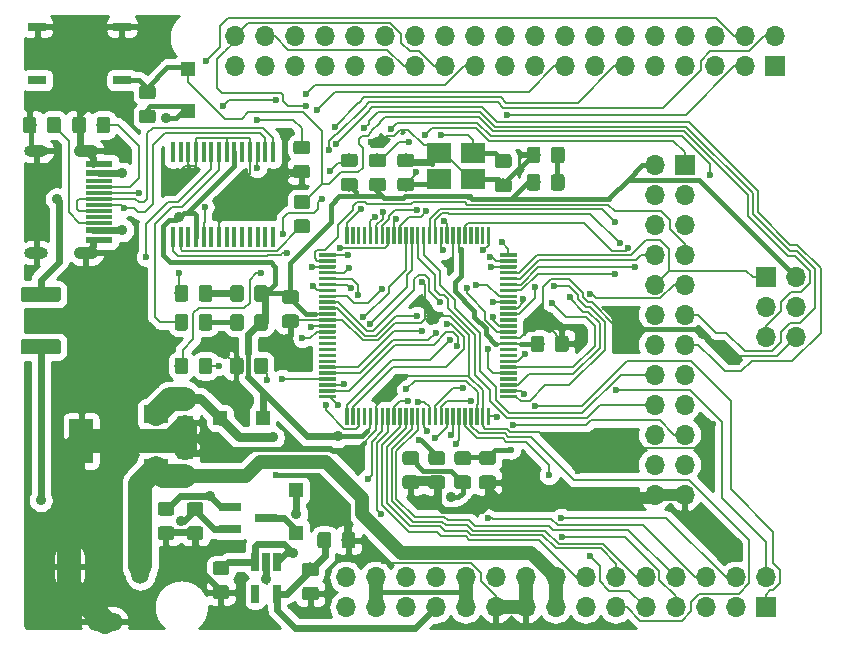
<source format=gtl>
G04 #@! TF.GenerationSoftware,KiCad,Pcbnew,(5.1.4)-1*
G04 #@! TF.CreationDate,2020-03-19T18:17:23+09:00*
G04 #@! TF.ProjectId,Meno,4d656e6f-2e6b-4696-9361-645f70636258,rev?*
G04 #@! TF.SameCoordinates,PX6cf7820PY7a67730*
G04 #@! TF.FileFunction,Copper,L1,Top*
G04 #@! TF.FilePolarity,Positive*
%FSLAX46Y46*%
G04 Gerber Fmt 4.6, Leading zero omitted, Abs format (unit mm)*
G04 Created by KiCad (PCBNEW (5.1.4)-1) date 2020-03-19 18:17:23*
%MOMM*%
%LPD*%
G04 APERTURE LIST*
%ADD10R,1.200000X1.200000*%
%ADD11C,0.100000*%
%ADD12C,1.150000*%
%ADD13C,1.300000*%
%ADD14R,0.650000X1.560000*%
%ADD15R,1.900000X0.800000*%
%ADD16R,2.300000X0.300000*%
%ADD17R,2.300000X0.600000*%
%ADD18O,2.100000X1.050000*%
%ADD19O,2.000000X1.000000*%
%ADD20R,2.100000X1.800000*%
%ADD21R,1.538199X0.771200*%
%ADD22O,1.508000X3.016000*%
%ADD23O,3.016000X1.508000*%
%ADD24R,1.700000X1.700000*%
%ADD25O,1.700000X1.700000*%
%ADD26R,2.000000X1.500000*%
%ADD27R,2.000000X3.800000*%
%ADD28C,0.300000*%
%ADD29R,0.450000X1.750000*%
%ADD30C,0.600000*%
%ADD31C,0.900000*%
%ADD32C,0.200000*%
%ADD33C,2.000000*%
%ADD34C,1.200000*%
%ADD35C,1.000000*%
%ADD36C,0.800000*%
%ADD37C,0.600000*%
%ADD38C,0.400000*%
%ADD39C,0.254000*%
G04 APERTURE END LIST*
D10*
X14520000Y48130000D03*
X14520000Y44530000D03*
X17250000Y18542000D03*
X20850000Y18542000D03*
X23700000Y8830000D03*
X23700000Y12430000D03*
D11*
G36*
X21074505Y23668796D02*
G01*
X21098773Y23665196D01*
X21122572Y23659235D01*
X21145671Y23650970D01*
X21167850Y23640480D01*
X21188893Y23627868D01*
X21208599Y23613253D01*
X21226777Y23596777D01*
X21243253Y23578599D01*
X21257868Y23558893D01*
X21270480Y23537850D01*
X21280970Y23515671D01*
X21289235Y23492572D01*
X21295196Y23468773D01*
X21298796Y23444505D01*
X21300000Y23420001D01*
X21300000Y22519999D01*
X21298796Y22495495D01*
X21295196Y22471227D01*
X21289235Y22447428D01*
X21280970Y22424329D01*
X21270480Y22402150D01*
X21257868Y22381107D01*
X21243253Y22361401D01*
X21226777Y22343223D01*
X21208599Y22326747D01*
X21188893Y22312132D01*
X21167850Y22299520D01*
X21145671Y22289030D01*
X21122572Y22280765D01*
X21098773Y22274804D01*
X21074505Y22271204D01*
X21050001Y22270000D01*
X20399999Y22270000D01*
X20375495Y22271204D01*
X20351227Y22274804D01*
X20327428Y22280765D01*
X20304329Y22289030D01*
X20282150Y22299520D01*
X20261107Y22312132D01*
X20241401Y22326747D01*
X20223223Y22343223D01*
X20206747Y22361401D01*
X20192132Y22381107D01*
X20179520Y22402150D01*
X20169030Y22424329D01*
X20160765Y22447428D01*
X20154804Y22471227D01*
X20151204Y22495495D01*
X20150000Y22519999D01*
X20150000Y23420001D01*
X20151204Y23444505D01*
X20154804Y23468773D01*
X20160765Y23492572D01*
X20169030Y23515671D01*
X20179520Y23537850D01*
X20192132Y23558893D01*
X20206747Y23578599D01*
X20223223Y23596777D01*
X20241401Y23613253D01*
X20261107Y23627868D01*
X20282150Y23640480D01*
X20304329Y23650970D01*
X20327428Y23659235D01*
X20351227Y23665196D01*
X20375495Y23668796D01*
X20399999Y23670000D01*
X21050001Y23670000D01*
X21074505Y23668796D01*
X21074505Y23668796D01*
G37*
D12*
X20725000Y22970000D03*
D11*
G36*
X19024505Y23668796D02*
G01*
X19048773Y23665196D01*
X19072572Y23659235D01*
X19095671Y23650970D01*
X19117850Y23640480D01*
X19138893Y23627868D01*
X19158599Y23613253D01*
X19176777Y23596777D01*
X19193253Y23578599D01*
X19207868Y23558893D01*
X19220480Y23537850D01*
X19230970Y23515671D01*
X19239235Y23492572D01*
X19245196Y23468773D01*
X19248796Y23444505D01*
X19250000Y23420001D01*
X19250000Y22519999D01*
X19248796Y22495495D01*
X19245196Y22471227D01*
X19239235Y22447428D01*
X19230970Y22424329D01*
X19220480Y22402150D01*
X19207868Y22381107D01*
X19193253Y22361401D01*
X19176777Y22343223D01*
X19158599Y22326747D01*
X19138893Y22312132D01*
X19117850Y22299520D01*
X19095671Y22289030D01*
X19072572Y22280765D01*
X19048773Y22274804D01*
X19024505Y22271204D01*
X19000001Y22270000D01*
X18349999Y22270000D01*
X18325495Y22271204D01*
X18301227Y22274804D01*
X18277428Y22280765D01*
X18254329Y22289030D01*
X18232150Y22299520D01*
X18211107Y22312132D01*
X18191401Y22326747D01*
X18173223Y22343223D01*
X18156747Y22361401D01*
X18142132Y22381107D01*
X18129520Y22402150D01*
X18119030Y22424329D01*
X18110765Y22447428D01*
X18104804Y22471227D01*
X18101204Y22495495D01*
X18100000Y22519999D01*
X18100000Y23420001D01*
X18101204Y23444505D01*
X18104804Y23468773D01*
X18110765Y23492572D01*
X18119030Y23515671D01*
X18129520Y23537850D01*
X18142132Y23558893D01*
X18156747Y23578599D01*
X18173223Y23596777D01*
X18191401Y23613253D01*
X18211107Y23627868D01*
X18232150Y23640480D01*
X18254329Y23650970D01*
X18277428Y23659235D01*
X18301227Y23665196D01*
X18325495Y23668796D01*
X18349999Y23670000D01*
X19000001Y23670000D01*
X19024505Y23668796D01*
X19024505Y23668796D01*
G37*
D12*
X18675000Y22970000D03*
D11*
G36*
X21074505Y27348796D02*
G01*
X21098773Y27345196D01*
X21122572Y27339235D01*
X21145671Y27330970D01*
X21167850Y27320480D01*
X21188893Y27307868D01*
X21208599Y27293253D01*
X21226777Y27276777D01*
X21243253Y27258599D01*
X21257868Y27238893D01*
X21270480Y27217850D01*
X21280970Y27195671D01*
X21289235Y27172572D01*
X21295196Y27148773D01*
X21298796Y27124505D01*
X21300000Y27100001D01*
X21300000Y26199999D01*
X21298796Y26175495D01*
X21295196Y26151227D01*
X21289235Y26127428D01*
X21280970Y26104329D01*
X21270480Y26082150D01*
X21257868Y26061107D01*
X21243253Y26041401D01*
X21226777Y26023223D01*
X21208599Y26006747D01*
X21188893Y25992132D01*
X21167850Y25979520D01*
X21145671Y25969030D01*
X21122572Y25960765D01*
X21098773Y25954804D01*
X21074505Y25951204D01*
X21050001Y25950000D01*
X20399999Y25950000D01*
X20375495Y25951204D01*
X20351227Y25954804D01*
X20327428Y25960765D01*
X20304329Y25969030D01*
X20282150Y25979520D01*
X20261107Y25992132D01*
X20241401Y26006747D01*
X20223223Y26023223D01*
X20206747Y26041401D01*
X20192132Y26061107D01*
X20179520Y26082150D01*
X20169030Y26104329D01*
X20160765Y26127428D01*
X20154804Y26151227D01*
X20151204Y26175495D01*
X20150000Y26199999D01*
X20150000Y27100001D01*
X20151204Y27124505D01*
X20154804Y27148773D01*
X20160765Y27172572D01*
X20169030Y27195671D01*
X20179520Y27217850D01*
X20192132Y27238893D01*
X20206747Y27258599D01*
X20223223Y27276777D01*
X20241401Y27293253D01*
X20261107Y27307868D01*
X20282150Y27320480D01*
X20304329Y27330970D01*
X20327428Y27339235D01*
X20351227Y27345196D01*
X20375495Y27348796D01*
X20399999Y27350000D01*
X21050001Y27350000D01*
X21074505Y27348796D01*
X21074505Y27348796D01*
G37*
D12*
X20725000Y26650000D03*
D11*
G36*
X19024505Y27348796D02*
G01*
X19048773Y27345196D01*
X19072572Y27339235D01*
X19095671Y27330970D01*
X19117850Y27320480D01*
X19138893Y27307868D01*
X19158599Y27293253D01*
X19176777Y27276777D01*
X19193253Y27258599D01*
X19207868Y27238893D01*
X19220480Y27217850D01*
X19230970Y27195671D01*
X19239235Y27172572D01*
X19245196Y27148773D01*
X19248796Y27124505D01*
X19250000Y27100001D01*
X19250000Y26199999D01*
X19248796Y26175495D01*
X19245196Y26151227D01*
X19239235Y26127428D01*
X19230970Y26104329D01*
X19220480Y26082150D01*
X19207868Y26061107D01*
X19193253Y26041401D01*
X19176777Y26023223D01*
X19158599Y26006747D01*
X19138893Y25992132D01*
X19117850Y25979520D01*
X19095671Y25969030D01*
X19072572Y25960765D01*
X19048773Y25954804D01*
X19024505Y25951204D01*
X19000001Y25950000D01*
X18349999Y25950000D01*
X18325495Y25951204D01*
X18301227Y25954804D01*
X18277428Y25960765D01*
X18254329Y25969030D01*
X18232150Y25979520D01*
X18211107Y25992132D01*
X18191401Y26006747D01*
X18173223Y26023223D01*
X18156747Y26041401D01*
X18142132Y26061107D01*
X18129520Y26082150D01*
X18119030Y26104329D01*
X18110765Y26127428D01*
X18104804Y26151227D01*
X18101204Y26175495D01*
X18100000Y26199999D01*
X18100000Y27100001D01*
X18101204Y27124505D01*
X18104804Y27148773D01*
X18110765Y27172572D01*
X18119030Y27195671D01*
X18129520Y27217850D01*
X18142132Y27238893D01*
X18156747Y27258599D01*
X18173223Y27276777D01*
X18191401Y27293253D01*
X18211107Y27307868D01*
X18232150Y27320480D01*
X18254329Y27330970D01*
X18277428Y27339235D01*
X18301227Y27345196D01*
X18325495Y27348796D01*
X18349999Y27350000D01*
X19000001Y27350000D01*
X19024505Y27348796D01*
X19024505Y27348796D01*
G37*
D12*
X18675000Y26650000D03*
D11*
G36*
X21074505Y29798796D02*
G01*
X21098773Y29795196D01*
X21122572Y29789235D01*
X21145671Y29780970D01*
X21167850Y29770480D01*
X21188893Y29757868D01*
X21208599Y29743253D01*
X21226777Y29726777D01*
X21243253Y29708599D01*
X21257868Y29688893D01*
X21270480Y29667850D01*
X21280970Y29645671D01*
X21289235Y29622572D01*
X21295196Y29598773D01*
X21298796Y29574505D01*
X21300000Y29550001D01*
X21300000Y28649999D01*
X21298796Y28625495D01*
X21295196Y28601227D01*
X21289235Y28577428D01*
X21280970Y28554329D01*
X21270480Y28532150D01*
X21257868Y28511107D01*
X21243253Y28491401D01*
X21226777Y28473223D01*
X21208599Y28456747D01*
X21188893Y28442132D01*
X21167850Y28429520D01*
X21145671Y28419030D01*
X21122572Y28410765D01*
X21098773Y28404804D01*
X21074505Y28401204D01*
X21050001Y28400000D01*
X20399999Y28400000D01*
X20375495Y28401204D01*
X20351227Y28404804D01*
X20327428Y28410765D01*
X20304329Y28419030D01*
X20282150Y28429520D01*
X20261107Y28442132D01*
X20241401Y28456747D01*
X20223223Y28473223D01*
X20206747Y28491401D01*
X20192132Y28511107D01*
X20179520Y28532150D01*
X20169030Y28554329D01*
X20160765Y28577428D01*
X20154804Y28601227D01*
X20151204Y28625495D01*
X20150000Y28649999D01*
X20150000Y29550001D01*
X20151204Y29574505D01*
X20154804Y29598773D01*
X20160765Y29622572D01*
X20169030Y29645671D01*
X20179520Y29667850D01*
X20192132Y29688893D01*
X20206747Y29708599D01*
X20223223Y29726777D01*
X20241401Y29743253D01*
X20261107Y29757868D01*
X20282150Y29770480D01*
X20304329Y29780970D01*
X20327428Y29789235D01*
X20351227Y29795196D01*
X20375495Y29798796D01*
X20399999Y29800000D01*
X21050001Y29800000D01*
X21074505Y29798796D01*
X21074505Y29798796D01*
G37*
D12*
X20725000Y29100000D03*
D11*
G36*
X19024505Y29798796D02*
G01*
X19048773Y29795196D01*
X19072572Y29789235D01*
X19095671Y29780970D01*
X19117850Y29770480D01*
X19138893Y29757868D01*
X19158599Y29743253D01*
X19176777Y29726777D01*
X19193253Y29708599D01*
X19207868Y29688893D01*
X19220480Y29667850D01*
X19230970Y29645671D01*
X19239235Y29622572D01*
X19245196Y29598773D01*
X19248796Y29574505D01*
X19250000Y29550001D01*
X19250000Y28649999D01*
X19248796Y28625495D01*
X19245196Y28601227D01*
X19239235Y28577428D01*
X19230970Y28554329D01*
X19220480Y28532150D01*
X19207868Y28511107D01*
X19193253Y28491401D01*
X19176777Y28473223D01*
X19158599Y28456747D01*
X19138893Y28442132D01*
X19117850Y28429520D01*
X19095671Y28419030D01*
X19072572Y28410765D01*
X19048773Y28404804D01*
X19024505Y28401204D01*
X19000001Y28400000D01*
X18349999Y28400000D01*
X18325495Y28401204D01*
X18301227Y28404804D01*
X18277428Y28410765D01*
X18254329Y28419030D01*
X18232150Y28429520D01*
X18211107Y28442132D01*
X18191401Y28456747D01*
X18173223Y28473223D01*
X18156747Y28491401D01*
X18142132Y28511107D01*
X18129520Y28532150D01*
X18119030Y28554329D01*
X18110765Y28577428D01*
X18104804Y28601227D01*
X18101204Y28625495D01*
X18100000Y28649999D01*
X18100000Y29550001D01*
X18101204Y29574505D01*
X18104804Y29598773D01*
X18110765Y29622572D01*
X18119030Y29645671D01*
X18129520Y29667850D01*
X18142132Y29688893D01*
X18156747Y29708599D01*
X18173223Y29726777D01*
X18191401Y29743253D01*
X18211107Y29757868D01*
X18232150Y29770480D01*
X18254329Y29780970D01*
X18277428Y29789235D01*
X18301227Y29795196D01*
X18325495Y29798796D01*
X18349999Y29800000D01*
X19000001Y29800000D01*
X19024505Y29798796D01*
X19024505Y29798796D01*
G37*
D12*
X18675000Y29100000D03*
D11*
G36*
X46204505Y41528796D02*
G01*
X46228773Y41525196D01*
X46252572Y41519235D01*
X46275671Y41510970D01*
X46297850Y41500480D01*
X46318893Y41487868D01*
X46338599Y41473253D01*
X46356777Y41456777D01*
X46373253Y41438599D01*
X46387868Y41418893D01*
X46400480Y41397850D01*
X46410970Y41375671D01*
X46419235Y41352572D01*
X46425196Y41328773D01*
X46428796Y41304505D01*
X46430000Y41280001D01*
X46430000Y40379999D01*
X46428796Y40355495D01*
X46425196Y40331227D01*
X46419235Y40307428D01*
X46410970Y40284329D01*
X46400480Y40262150D01*
X46387868Y40241107D01*
X46373253Y40221401D01*
X46356777Y40203223D01*
X46338599Y40186747D01*
X46318893Y40172132D01*
X46297850Y40159520D01*
X46275671Y40149030D01*
X46252572Y40140765D01*
X46228773Y40134804D01*
X46204505Y40131204D01*
X46180001Y40130000D01*
X45529999Y40130000D01*
X45505495Y40131204D01*
X45481227Y40134804D01*
X45457428Y40140765D01*
X45434329Y40149030D01*
X45412150Y40159520D01*
X45391107Y40172132D01*
X45371401Y40186747D01*
X45353223Y40203223D01*
X45336747Y40221401D01*
X45322132Y40241107D01*
X45309520Y40262150D01*
X45299030Y40284329D01*
X45290765Y40307428D01*
X45284804Y40331227D01*
X45281204Y40355495D01*
X45280000Y40379999D01*
X45280000Y41280001D01*
X45281204Y41304505D01*
X45284804Y41328773D01*
X45290765Y41352572D01*
X45299030Y41375671D01*
X45309520Y41397850D01*
X45322132Y41418893D01*
X45336747Y41438599D01*
X45353223Y41456777D01*
X45371401Y41473253D01*
X45391107Y41487868D01*
X45412150Y41500480D01*
X45434329Y41510970D01*
X45457428Y41519235D01*
X45481227Y41525196D01*
X45505495Y41528796D01*
X45529999Y41530000D01*
X46180001Y41530000D01*
X46204505Y41528796D01*
X46204505Y41528796D01*
G37*
D12*
X45855000Y40830000D03*
D11*
G36*
X44154505Y41528796D02*
G01*
X44178773Y41525196D01*
X44202572Y41519235D01*
X44225671Y41510970D01*
X44247850Y41500480D01*
X44268893Y41487868D01*
X44288599Y41473253D01*
X44306777Y41456777D01*
X44323253Y41438599D01*
X44337868Y41418893D01*
X44350480Y41397850D01*
X44360970Y41375671D01*
X44369235Y41352572D01*
X44375196Y41328773D01*
X44378796Y41304505D01*
X44380000Y41280001D01*
X44380000Y40379999D01*
X44378796Y40355495D01*
X44375196Y40331227D01*
X44369235Y40307428D01*
X44360970Y40284329D01*
X44350480Y40262150D01*
X44337868Y40241107D01*
X44323253Y40221401D01*
X44306777Y40203223D01*
X44288599Y40186747D01*
X44268893Y40172132D01*
X44247850Y40159520D01*
X44225671Y40149030D01*
X44202572Y40140765D01*
X44178773Y40134804D01*
X44154505Y40131204D01*
X44130001Y40130000D01*
X43479999Y40130000D01*
X43455495Y40131204D01*
X43431227Y40134804D01*
X43407428Y40140765D01*
X43384329Y40149030D01*
X43362150Y40159520D01*
X43341107Y40172132D01*
X43321401Y40186747D01*
X43303223Y40203223D01*
X43286747Y40221401D01*
X43272132Y40241107D01*
X43259520Y40262150D01*
X43249030Y40284329D01*
X43240765Y40307428D01*
X43234804Y40331227D01*
X43231204Y40355495D01*
X43230000Y40379999D01*
X43230000Y41280001D01*
X43231204Y41304505D01*
X43234804Y41328773D01*
X43240765Y41352572D01*
X43249030Y41375671D01*
X43259520Y41397850D01*
X43272132Y41418893D01*
X43286747Y41438599D01*
X43303223Y41456777D01*
X43321401Y41473253D01*
X43341107Y41487868D01*
X43362150Y41500480D01*
X43384329Y41510970D01*
X43407428Y41519235D01*
X43431227Y41525196D01*
X43455495Y41528796D01*
X43479999Y41530000D01*
X44130001Y41530000D01*
X44154505Y41528796D01*
X44154505Y41528796D01*
G37*
D12*
X43805000Y40830000D03*
D11*
G36*
X38274505Y13678796D02*
G01*
X38298773Y13675196D01*
X38322572Y13669235D01*
X38345671Y13660970D01*
X38367850Y13650480D01*
X38388893Y13637868D01*
X38408599Y13623253D01*
X38426777Y13606777D01*
X38443253Y13588599D01*
X38457868Y13568893D01*
X38470480Y13547850D01*
X38480970Y13525671D01*
X38489235Y13502572D01*
X38495196Y13478773D01*
X38498796Y13454505D01*
X38500000Y13430001D01*
X38500000Y12779999D01*
X38498796Y12755495D01*
X38495196Y12731227D01*
X38489235Y12707428D01*
X38480970Y12684329D01*
X38470480Y12662150D01*
X38457868Y12641107D01*
X38443253Y12621401D01*
X38426777Y12603223D01*
X38408599Y12586747D01*
X38388893Y12572132D01*
X38367850Y12559520D01*
X38345671Y12549030D01*
X38322572Y12540765D01*
X38298773Y12534804D01*
X38274505Y12531204D01*
X38250001Y12530000D01*
X37349999Y12530000D01*
X37325495Y12531204D01*
X37301227Y12534804D01*
X37277428Y12540765D01*
X37254329Y12549030D01*
X37232150Y12559520D01*
X37211107Y12572132D01*
X37191401Y12586747D01*
X37173223Y12603223D01*
X37156747Y12621401D01*
X37142132Y12641107D01*
X37129520Y12662150D01*
X37119030Y12684329D01*
X37110765Y12707428D01*
X37104804Y12731227D01*
X37101204Y12755495D01*
X37100000Y12779999D01*
X37100000Y13430001D01*
X37101204Y13454505D01*
X37104804Y13478773D01*
X37110765Y13502572D01*
X37119030Y13525671D01*
X37129520Y13547850D01*
X37142132Y13568893D01*
X37156747Y13588599D01*
X37173223Y13606777D01*
X37191401Y13623253D01*
X37211107Y13637868D01*
X37232150Y13650480D01*
X37254329Y13660970D01*
X37277428Y13669235D01*
X37301227Y13675196D01*
X37325495Y13678796D01*
X37349999Y13680000D01*
X38250001Y13680000D01*
X38274505Y13678796D01*
X38274505Y13678796D01*
G37*
D12*
X37800000Y13105000D03*
D11*
G36*
X38274505Y15728796D02*
G01*
X38298773Y15725196D01*
X38322572Y15719235D01*
X38345671Y15710970D01*
X38367850Y15700480D01*
X38388893Y15687868D01*
X38408599Y15673253D01*
X38426777Y15656777D01*
X38443253Y15638599D01*
X38457868Y15618893D01*
X38470480Y15597850D01*
X38480970Y15575671D01*
X38489235Y15552572D01*
X38495196Y15528773D01*
X38498796Y15504505D01*
X38500000Y15480001D01*
X38500000Y14829999D01*
X38498796Y14805495D01*
X38495196Y14781227D01*
X38489235Y14757428D01*
X38480970Y14734329D01*
X38470480Y14712150D01*
X38457868Y14691107D01*
X38443253Y14671401D01*
X38426777Y14653223D01*
X38408599Y14636747D01*
X38388893Y14622132D01*
X38367850Y14609520D01*
X38345671Y14599030D01*
X38322572Y14590765D01*
X38298773Y14584804D01*
X38274505Y14581204D01*
X38250001Y14580000D01*
X37349999Y14580000D01*
X37325495Y14581204D01*
X37301227Y14584804D01*
X37277428Y14590765D01*
X37254329Y14599030D01*
X37232150Y14609520D01*
X37211107Y14622132D01*
X37191401Y14636747D01*
X37173223Y14653223D01*
X37156747Y14671401D01*
X37142132Y14691107D01*
X37129520Y14712150D01*
X37119030Y14734329D01*
X37110765Y14757428D01*
X37104804Y14781227D01*
X37101204Y14805495D01*
X37100000Y14829999D01*
X37100000Y15480001D01*
X37101204Y15504505D01*
X37104804Y15528773D01*
X37110765Y15552572D01*
X37119030Y15575671D01*
X37129520Y15597850D01*
X37142132Y15618893D01*
X37156747Y15638599D01*
X37173223Y15656777D01*
X37191401Y15673253D01*
X37211107Y15687868D01*
X37232150Y15700480D01*
X37254329Y15710970D01*
X37277428Y15719235D01*
X37301227Y15725196D01*
X37325495Y15728796D01*
X37349999Y15730000D01*
X38250001Y15730000D01*
X38274505Y15728796D01*
X38274505Y15728796D01*
G37*
D12*
X37800000Y15155000D03*
D11*
G36*
X14774505Y18748796D02*
G01*
X14798773Y18745196D01*
X14822572Y18739235D01*
X14845671Y18730970D01*
X14867850Y18720480D01*
X14888893Y18707868D01*
X14908599Y18693253D01*
X14926777Y18676777D01*
X14943253Y18658599D01*
X14957868Y18638893D01*
X14970480Y18617850D01*
X14980970Y18595671D01*
X14989235Y18572572D01*
X14995196Y18548773D01*
X14998796Y18524505D01*
X15000000Y18500001D01*
X15000000Y17849999D01*
X14998796Y17825495D01*
X14995196Y17801227D01*
X14989235Y17777428D01*
X14980970Y17754329D01*
X14970480Y17732150D01*
X14957868Y17711107D01*
X14943253Y17691401D01*
X14926777Y17673223D01*
X14908599Y17656747D01*
X14888893Y17642132D01*
X14867850Y17629520D01*
X14845671Y17619030D01*
X14822572Y17610765D01*
X14798773Y17604804D01*
X14774505Y17601204D01*
X14750001Y17600000D01*
X13849999Y17600000D01*
X13825495Y17601204D01*
X13801227Y17604804D01*
X13777428Y17610765D01*
X13754329Y17619030D01*
X13732150Y17629520D01*
X13711107Y17642132D01*
X13691401Y17656747D01*
X13673223Y17673223D01*
X13656747Y17691401D01*
X13642132Y17711107D01*
X13629520Y17732150D01*
X13619030Y17754329D01*
X13610765Y17777428D01*
X13604804Y17801227D01*
X13601204Y17825495D01*
X13600000Y17849999D01*
X13600000Y18500001D01*
X13601204Y18524505D01*
X13604804Y18548773D01*
X13610765Y18572572D01*
X13619030Y18595671D01*
X13629520Y18617850D01*
X13642132Y18638893D01*
X13656747Y18658599D01*
X13673223Y18676777D01*
X13691401Y18693253D01*
X13711107Y18707868D01*
X13732150Y18720480D01*
X13754329Y18730970D01*
X13777428Y18739235D01*
X13801227Y18745196D01*
X13825495Y18748796D01*
X13849999Y18750000D01*
X14750001Y18750000D01*
X14774505Y18748796D01*
X14774505Y18748796D01*
G37*
D12*
X14300000Y18175000D03*
D11*
G36*
X14774505Y20798796D02*
G01*
X14798773Y20795196D01*
X14822572Y20789235D01*
X14845671Y20780970D01*
X14867850Y20770480D01*
X14888893Y20757868D01*
X14908599Y20743253D01*
X14926777Y20726777D01*
X14943253Y20708599D01*
X14957868Y20688893D01*
X14970480Y20667850D01*
X14980970Y20645671D01*
X14989235Y20622572D01*
X14995196Y20598773D01*
X14998796Y20574505D01*
X15000000Y20550001D01*
X15000000Y19899999D01*
X14998796Y19875495D01*
X14995196Y19851227D01*
X14989235Y19827428D01*
X14980970Y19804329D01*
X14970480Y19782150D01*
X14957868Y19761107D01*
X14943253Y19741401D01*
X14926777Y19723223D01*
X14908599Y19706747D01*
X14888893Y19692132D01*
X14867850Y19679520D01*
X14845671Y19669030D01*
X14822572Y19660765D01*
X14798773Y19654804D01*
X14774505Y19651204D01*
X14750001Y19650000D01*
X13849999Y19650000D01*
X13825495Y19651204D01*
X13801227Y19654804D01*
X13777428Y19660765D01*
X13754329Y19669030D01*
X13732150Y19679520D01*
X13711107Y19692132D01*
X13691401Y19706747D01*
X13673223Y19723223D01*
X13656747Y19741401D01*
X13642132Y19761107D01*
X13629520Y19782150D01*
X13619030Y19804329D01*
X13610765Y19827428D01*
X13604804Y19851227D01*
X13601204Y19875495D01*
X13600000Y19899999D01*
X13600000Y20550001D01*
X13601204Y20574505D01*
X13604804Y20598773D01*
X13610765Y20622572D01*
X13619030Y20645671D01*
X13629520Y20667850D01*
X13642132Y20688893D01*
X13656747Y20708599D01*
X13673223Y20726777D01*
X13691401Y20743253D01*
X13711107Y20757868D01*
X13732150Y20770480D01*
X13754329Y20780970D01*
X13777428Y20789235D01*
X13801227Y20795196D01*
X13825495Y20798796D01*
X13849999Y20800000D01*
X14750001Y20800000D01*
X14774505Y20798796D01*
X14774505Y20798796D01*
G37*
D12*
X14300000Y20225000D03*
D11*
G36*
X14774505Y16198796D02*
G01*
X14798773Y16195196D01*
X14822572Y16189235D01*
X14845671Y16180970D01*
X14867850Y16170480D01*
X14888893Y16157868D01*
X14908599Y16143253D01*
X14926777Y16126777D01*
X14943253Y16108599D01*
X14957868Y16088893D01*
X14970480Y16067850D01*
X14980970Y16045671D01*
X14989235Y16022572D01*
X14995196Y15998773D01*
X14998796Y15974505D01*
X15000000Y15950001D01*
X15000000Y15299999D01*
X14998796Y15275495D01*
X14995196Y15251227D01*
X14989235Y15227428D01*
X14980970Y15204329D01*
X14970480Y15182150D01*
X14957868Y15161107D01*
X14943253Y15141401D01*
X14926777Y15123223D01*
X14908599Y15106747D01*
X14888893Y15092132D01*
X14867850Y15079520D01*
X14845671Y15069030D01*
X14822572Y15060765D01*
X14798773Y15054804D01*
X14774505Y15051204D01*
X14750001Y15050000D01*
X13849999Y15050000D01*
X13825495Y15051204D01*
X13801227Y15054804D01*
X13777428Y15060765D01*
X13754329Y15069030D01*
X13732150Y15079520D01*
X13711107Y15092132D01*
X13691401Y15106747D01*
X13673223Y15123223D01*
X13656747Y15141401D01*
X13642132Y15161107D01*
X13629520Y15182150D01*
X13619030Y15204329D01*
X13610765Y15227428D01*
X13604804Y15251227D01*
X13601204Y15275495D01*
X13600000Y15299999D01*
X13600000Y15950001D01*
X13601204Y15974505D01*
X13604804Y15998773D01*
X13610765Y16022572D01*
X13619030Y16045671D01*
X13629520Y16067850D01*
X13642132Y16088893D01*
X13656747Y16108599D01*
X13673223Y16126777D01*
X13691401Y16143253D01*
X13711107Y16157868D01*
X13732150Y16170480D01*
X13754329Y16180970D01*
X13777428Y16189235D01*
X13801227Y16195196D01*
X13825495Y16198796D01*
X13849999Y16200000D01*
X14750001Y16200000D01*
X14774505Y16198796D01*
X14774505Y16198796D01*
G37*
D12*
X14300000Y15625000D03*
D11*
G36*
X14774505Y14148796D02*
G01*
X14798773Y14145196D01*
X14822572Y14139235D01*
X14845671Y14130970D01*
X14867850Y14120480D01*
X14888893Y14107868D01*
X14908599Y14093253D01*
X14926777Y14076777D01*
X14943253Y14058599D01*
X14957868Y14038893D01*
X14970480Y14017850D01*
X14980970Y13995671D01*
X14989235Y13972572D01*
X14995196Y13948773D01*
X14998796Y13924505D01*
X15000000Y13900001D01*
X15000000Y13249999D01*
X14998796Y13225495D01*
X14995196Y13201227D01*
X14989235Y13177428D01*
X14980970Y13154329D01*
X14970480Y13132150D01*
X14957868Y13111107D01*
X14943253Y13091401D01*
X14926777Y13073223D01*
X14908599Y13056747D01*
X14888893Y13042132D01*
X14867850Y13029520D01*
X14845671Y13019030D01*
X14822572Y13010765D01*
X14798773Y13004804D01*
X14774505Y13001204D01*
X14750001Y13000000D01*
X13849999Y13000000D01*
X13825495Y13001204D01*
X13801227Y13004804D01*
X13777428Y13010765D01*
X13754329Y13019030D01*
X13732150Y13029520D01*
X13711107Y13042132D01*
X13691401Y13056747D01*
X13673223Y13073223D01*
X13656747Y13091401D01*
X13642132Y13111107D01*
X13629520Y13132150D01*
X13619030Y13154329D01*
X13610765Y13177428D01*
X13604804Y13201227D01*
X13601204Y13225495D01*
X13600000Y13249999D01*
X13600000Y13900001D01*
X13601204Y13924505D01*
X13604804Y13948773D01*
X13610765Y13972572D01*
X13619030Y13995671D01*
X13629520Y14017850D01*
X13642132Y14038893D01*
X13656747Y14058599D01*
X13673223Y14076777D01*
X13691401Y14093253D01*
X13711107Y14107868D01*
X13732150Y14120480D01*
X13754329Y14130970D01*
X13777428Y14139235D01*
X13801227Y14145196D01*
X13825495Y14148796D01*
X13849999Y14150000D01*
X14750001Y14150000D01*
X14774505Y14148796D01*
X14774505Y14148796D01*
G37*
D12*
X14300000Y13575000D03*
D11*
G36*
X28476305Y8902996D02*
G01*
X28500573Y8899396D01*
X28524372Y8893435D01*
X28547471Y8885170D01*
X28569650Y8874680D01*
X28590693Y8862068D01*
X28610399Y8847453D01*
X28628577Y8830977D01*
X28645053Y8812799D01*
X28659668Y8793093D01*
X28672280Y8772050D01*
X28682770Y8749871D01*
X28691035Y8726772D01*
X28696996Y8702973D01*
X28700596Y8678705D01*
X28701800Y8654201D01*
X28701800Y7754199D01*
X28700596Y7729695D01*
X28696996Y7705427D01*
X28691035Y7681628D01*
X28682770Y7658529D01*
X28672280Y7636350D01*
X28659668Y7615307D01*
X28645053Y7595601D01*
X28628577Y7577423D01*
X28610399Y7560947D01*
X28590693Y7546332D01*
X28569650Y7533720D01*
X28547471Y7523230D01*
X28524372Y7514965D01*
X28500573Y7509004D01*
X28476305Y7505404D01*
X28451801Y7504200D01*
X27801799Y7504200D01*
X27777295Y7505404D01*
X27753027Y7509004D01*
X27729228Y7514965D01*
X27706129Y7523230D01*
X27683950Y7533720D01*
X27662907Y7546332D01*
X27643201Y7560947D01*
X27625023Y7577423D01*
X27608547Y7595601D01*
X27593932Y7615307D01*
X27581320Y7636350D01*
X27570830Y7658529D01*
X27562565Y7681628D01*
X27556604Y7705427D01*
X27553004Y7729695D01*
X27551800Y7754199D01*
X27551800Y8654201D01*
X27553004Y8678705D01*
X27556604Y8702973D01*
X27562565Y8726772D01*
X27570830Y8749871D01*
X27581320Y8772050D01*
X27593932Y8793093D01*
X27608547Y8812799D01*
X27625023Y8830977D01*
X27643201Y8847453D01*
X27662907Y8862068D01*
X27683950Y8874680D01*
X27706129Y8885170D01*
X27729228Y8893435D01*
X27753027Y8899396D01*
X27777295Y8902996D01*
X27801799Y8904200D01*
X28451801Y8904200D01*
X28476305Y8902996D01*
X28476305Y8902996D01*
G37*
D12*
X28126800Y8204200D03*
D11*
G36*
X26426305Y8902996D02*
G01*
X26450573Y8899396D01*
X26474372Y8893435D01*
X26497471Y8885170D01*
X26519650Y8874680D01*
X26540693Y8862068D01*
X26560399Y8847453D01*
X26578577Y8830977D01*
X26595053Y8812799D01*
X26609668Y8793093D01*
X26622280Y8772050D01*
X26632770Y8749871D01*
X26641035Y8726772D01*
X26646996Y8702973D01*
X26650596Y8678705D01*
X26651800Y8654201D01*
X26651800Y7754199D01*
X26650596Y7729695D01*
X26646996Y7705427D01*
X26641035Y7681628D01*
X26632770Y7658529D01*
X26622280Y7636350D01*
X26609668Y7615307D01*
X26595053Y7595601D01*
X26578577Y7577423D01*
X26560399Y7560947D01*
X26540693Y7546332D01*
X26519650Y7533720D01*
X26497471Y7523230D01*
X26474372Y7514965D01*
X26450573Y7509004D01*
X26426305Y7505404D01*
X26401801Y7504200D01*
X25751799Y7504200D01*
X25727295Y7505404D01*
X25703027Y7509004D01*
X25679228Y7514965D01*
X25656129Y7523230D01*
X25633950Y7533720D01*
X25612907Y7546332D01*
X25593201Y7560947D01*
X25575023Y7577423D01*
X25558547Y7595601D01*
X25543932Y7615307D01*
X25531320Y7636350D01*
X25520830Y7658529D01*
X25512565Y7681628D01*
X25506604Y7705427D01*
X25503004Y7729695D01*
X25501800Y7754199D01*
X25501800Y8654201D01*
X25503004Y8678705D01*
X25506604Y8702973D01*
X25512565Y8726772D01*
X25520830Y8749871D01*
X25531320Y8772050D01*
X25543932Y8793093D01*
X25558547Y8812799D01*
X25575023Y8830977D01*
X25593201Y8847453D01*
X25612907Y8862068D01*
X25633950Y8874680D01*
X25656129Y8885170D01*
X25679228Y8893435D01*
X25703027Y8899396D01*
X25727295Y8902996D01*
X25751799Y8904200D01*
X26401801Y8904200D01*
X26426305Y8902996D01*
X26426305Y8902996D01*
G37*
D12*
X26076800Y8204200D03*
D11*
G36*
X25384505Y4258796D02*
G01*
X25408773Y4255196D01*
X25432572Y4249235D01*
X25455671Y4240970D01*
X25477850Y4230480D01*
X25498893Y4217868D01*
X25518599Y4203253D01*
X25536777Y4186777D01*
X25553253Y4168599D01*
X25567868Y4148893D01*
X25580480Y4127850D01*
X25590970Y4105671D01*
X25599235Y4082572D01*
X25605196Y4058773D01*
X25608796Y4034505D01*
X25610000Y4010001D01*
X25610000Y3359999D01*
X25608796Y3335495D01*
X25605196Y3311227D01*
X25599235Y3287428D01*
X25590970Y3264329D01*
X25580480Y3242150D01*
X25567868Y3221107D01*
X25553253Y3201401D01*
X25536777Y3183223D01*
X25518599Y3166747D01*
X25498893Y3152132D01*
X25477850Y3139520D01*
X25455671Y3129030D01*
X25432572Y3120765D01*
X25408773Y3114804D01*
X25384505Y3111204D01*
X25360001Y3110000D01*
X24459999Y3110000D01*
X24435495Y3111204D01*
X24411227Y3114804D01*
X24387428Y3120765D01*
X24364329Y3129030D01*
X24342150Y3139520D01*
X24321107Y3152132D01*
X24301401Y3166747D01*
X24283223Y3183223D01*
X24266747Y3201401D01*
X24252132Y3221107D01*
X24239520Y3242150D01*
X24229030Y3264329D01*
X24220765Y3287428D01*
X24214804Y3311227D01*
X24211204Y3335495D01*
X24210000Y3359999D01*
X24210000Y4010001D01*
X24211204Y4034505D01*
X24214804Y4058773D01*
X24220765Y4082572D01*
X24229030Y4105671D01*
X24239520Y4127850D01*
X24252132Y4148893D01*
X24266747Y4168599D01*
X24283223Y4186777D01*
X24301401Y4203253D01*
X24321107Y4217868D01*
X24342150Y4230480D01*
X24364329Y4240970D01*
X24387428Y4249235D01*
X24411227Y4255196D01*
X24435495Y4258796D01*
X24459999Y4260000D01*
X25360001Y4260000D01*
X25384505Y4258796D01*
X25384505Y4258796D01*
G37*
D12*
X24910000Y3685000D03*
D11*
G36*
X25384505Y6308796D02*
G01*
X25408773Y6305196D01*
X25432572Y6299235D01*
X25455671Y6290970D01*
X25477850Y6280480D01*
X25498893Y6267868D01*
X25518599Y6253253D01*
X25536777Y6236777D01*
X25553253Y6218599D01*
X25567868Y6198893D01*
X25580480Y6177850D01*
X25590970Y6155671D01*
X25599235Y6132572D01*
X25605196Y6108773D01*
X25608796Y6084505D01*
X25610000Y6060001D01*
X25610000Y5409999D01*
X25608796Y5385495D01*
X25605196Y5361227D01*
X25599235Y5337428D01*
X25590970Y5314329D01*
X25580480Y5292150D01*
X25567868Y5271107D01*
X25553253Y5251401D01*
X25536777Y5233223D01*
X25518599Y5216747D01*
X25498893Y5202132D01*
X25477850Y5189520D01*
X25455671Y5179030D01*
X25432572Y5170765D01*
X25408773Y5164804D01*
X25384505Y5161204D01*
X25360001Y5160000D01*
X24459999Y5160000D01*
X24435495Y5161204D01*
X24411227Y5164804D01*
X24387428Y5170765D01*
X24364329Y5179030D01*
X24342150Y5189520D01*
X24321107Y5202132D01*
X24301401Y5216747D01*
X24283223Y5233223D01*
X24266747Y5251401D01*
X24252132Y5271107D01*
X24239520Y5292150D01*
X24229030Y5314329D01*
X24220765Y5337428D01*
X24214804Y5361227D01*
X24211204Y5385495D01*
X24210000Y5409999D01*
X24210000Y6060001D01*
X24211204Y6084505D01*
X24214804Y6108773D01*
X24220765Y6132572D01*
X24229030Y6155671D01*
X24239520Y6177850D01*
X24252132Y6198893D01*
X24266747Y6218599D01*
X24283223Y6236777D01*
X24301401Y6253253D01*
X24321107Y6267868D01*
X24342150Y6280480D01*
X24364329Y6290970D01*
X24387428Y6299235D01*
X24411227Y6305196D01*
X24435495Y6308796D01*
X24459999Y6310000D01*
X25360001Y6310000D01*
X25384505Y6308796D01*
X25384505Y6308796D01*
G37*
D12*
X24910000Y5735000D03*
D11*
G36*
X17804505Y4368796D02*
G01*
X17828773Y4365196D01*
X17852572Y4359235D01*
X17875671Y4350970D01*
X17897850Y4340480D01*
X17918893Y4327868D01*
X17938599Y4313253D01*
X17956777Y4296777D01*
X17973253Y4278599D01*
X17987868Y4258893D01*
X18000480Y4237850D01*
X18010970Y4215671D01*
X18019235Y4192572D01*
X18025196Y4168773D01*
X18028796Y4144505D01*
X18030000Y4120001D01*
X18030000Y3469999D01*
X18028796Y3445495D01*
X18025196Y3421227D01*
X18019235Y3397428D01*
X18010970Y3374329D01*
X18000480Y3352150D01*
X17987868Y3331107D01*
X17973253Y3311401D01*
X17956777Y3293223D01*
X17938599Y3276747D01*
X17918893Y3262132D01*
X17897850Y3249520D01*
X17875671Y3239030D01*
X17852572Y3230765D01*
X17828773Y3224804D01*
X17804505Y3221204D01*
X17780001Y3220000D01*
X16879999Y3220000D01*
X16855495Y3221204D01*
X16831227Y3224804D01*
X16807428Y3230765D01*
X16784329Y3239030D01*
X16762150Y3249520D01*
X16741107Y3262132D01*
X16721401Y3276747D01*
X16703223Y3293223D01*
X16686747Y3311401D01*
X16672132Y3331107D01*
X16659520Y3352150D01*
X16649030Y3374329D01*
X16640765Y3397428D01*
X16634804Y3421227D01*
X16631204Y3445495D01*
X16630000Y3469999D01*
X16630000Y4120001D01*
X16631204Y4144505D01*
X16634804Y4168773D01*
X16640765Y4192572D01*
X16649030Y4215671D01*
X16659520Y4237850D01*
X16672132Y4258893D01*
X16686747Y4278599D01*
X16703223Y4296777D01*
X16721401Y4313253D01*
X16741107Y4327868D01*
X16762150Y4340480D01*
X16784329Y4350970D01*
X16807428Y4359235D01*
X16831227Y4365196D01*
X16855495Y4368796D01*
X16879999Y4370000D01*
X17780001Y4370000D01*
X17804505Y4368796D01*
X17804505Y4368796D01*
G37*
D12*
X17330000Y3795000D03*
D11*
G36*
X17804505Y6418796D02*
G01*
X17828773Y6415196D01*
X17852572Y6409235D01*
X17875671Y6400970D01*
X17897850Y6390480D01*
X17918893Y6377868D01*
X17938599Y6363253D01*
X17956777Y6346777D01*
X17973253Y6328599D01*
X17987868Y6308893D01*
X18000480Y6287850D01*
X18010970Y6265671D01*
X18019235Y6242572D01*
X18025196Y6218773D01*
X18028796Y6194505D01*
X18030000Y6170001D01*
X18030000Y5519999D01*
X18028796Y5495495D01*
X18025196Y5471227D01*
X18019235Y5447428D01*
X18010970Y5424329D01*
X18000480Y5402150D01*
X17987868Y5381107D01*
X17973253Y5361401D01*
X17956777Y5343223D01*
X17938599Y5326747D01*
X17918893Y5312132D01*
X17897850Y5299520D01*
X17875671Y5289030D01*
X17852572Y5280765D01*
X17828773Y5274804D01*
X17804505Y5271204D01*
X17780001Y5270000D01*
X16879999Y5270000D01*
X16855495Y5271204D01*
X16831227Y5274804D01*
X16807428Y5280765D01*
X16784329Y5289030D01*
X16762150Y5299520D01*
X16741107Y5312132D01*
X16721401Y5326747D01*
X16703223Y5343223D01*
X16686747Y5361401D01*
X16672132Y5381107D01*
X16659520Y5402150D01*
X16649030Y5424329D01*
X16640765Y5447428D01*
X16634804Y5471227D01*
X16631204Y5495495D01*
X16630000Y5519999D01*
X16630000Y6170001D01*
X16631204Y6194505D01*
X16634804Y6218773D01*
X16640765Y6242572D01*
X16649030Y6265671D01*
X16659520Y6287850D01*
X16672132Y6308893D01*
X16686747Y6328599D01*
X16703223Y6346777D01*
X16721401Y6363253D01*
X16741107Y6377868D01*
X16762150Y6390480D01*
X16784329Y6400970D01*
X16807428Y6409235D01*
X16831227Y6415196D01*
X16855495Y6418796D01*
X16879999Y6420000D01*
X17780001Y6420000D01*
X17804505Y6418796D01*
X17804505Y6418796D01*
G37*
D12*
X17330000Y5845000D03*
D11*
G36*
X15624505Y9378596D02*
G01*
X15648773Y9374996D01*
X15672572Y9369035D01*
X15695671Y9360770D01*
X15717850Y9350280D01*
X15738893Y9337668D01*
X15758599Y9323053D01*
X15776777Y9306577D01*
X15793253Y9288399D01*
X15807868Y9268693D01*
X15820480Y9247650D01*
X15830970Y9225471D01*
X15839235Y9202372D01*
X15845196Y9178573D01*
X15848796Y9154305D01*
X15850000Y9129801D01*
X15850000Y8479799D01*
X15848796Y8455295D01*
X15845196Y8431027D01*
X15839235Y8407228D01*
X15830970Y8384129D01*
X15820480Y8361950D01*
X15807868Y8340907D01*
X15793253Y8321201D01*
X15776777Y8303023D01*
X15758599Y8286547D01*
X15738893Y8271932D01*
X15717850Y8259320D01*
X15695671Y8248830D01*
X15672572Y8240565D01*
X15648773Y8234604D01*
X15624505Y8231004D01*
X15600001Y8229800D01*
X14699999Y8229800D01*
X14675495Y8231004D01*
X14651227Y8234604D01*
X14627428Y8240565D01*
X14604329Y8248830D01*
X14582150Y8259320D01*
X14561107Y8271932D01*
X14541401Y8286547D01*
X14523223Y8303023D01*
X14506747Y8321201D01*
X14492132Y8340907D01*
X14479520Y8361950D01*
X14469030Y8384129D01*
X14460765Y8407228D01*
X14454804Y8431027D01*
X14451204Y8455295D01*
X14450000Y8479799D01*
X14450000Y9129801D01*
X14451204Y9154305D01*
X14454804Y9178573D01*
X14460765Y9202372D01*
X14469030Y9225471D01*
X14479520Y9247650D01*
X14492132Y9268693D01*
X14506747Y9288399D01*
X14523223Y9306577D01*
X14541401Y9323053D01*
X14561107Y9337668D01*
X14582150Y9350280D01*
X14604329Y9360770D01*
X14627428Y9369035D01*
X14651227Y9374996D01*
X14675495Y9378596D01*
X14699999Y9379800D01*
X15600001Y9379800D01*
X15624505Y9378596D01*
X15624505Y9378596D01*
G37*
D12*
X15150000Y8804800D03*
D11*
G36*
X15624505Y11428596D02*
G01*
X15648773Y11424996D01*
X15672572Y11419035D01*
X15695671Y11410770D01*
X15717850Y11400280D01*
X15738893Y11387668D01*
X15758599Y11373053D01*
X15776777Y11356577D01*
X15793253Y11338399D01*
X15807868Y11318693D01*
X15820480Y11297650D01*
X15830970Y11275471D01*
X15839235Y11252372D01*
X15845196Y11228573D01*
X15848796Y11204305D01*
X15850000Y11179801D01*
X15850000Y10529799D01*
X15848796Y10505295D01*
X15845196Y10481027D01*
X15839235Y10457228D01*
X15830970Y10434129D01*
X15820480Y10411950D01*
X15807868Y10390907D01*
X15793253Y10371201D01*
X15776777Y10353023D01*
X15758599Y10336547D01*
X15738893Y10321932D01*
X15717850Y10309320D01*
X15695671Y10298830D01*
X15672572Y10290565D01*
X15648773Y10284604D01*
X15624505Y10281004D01*
X15600001Y10279800D01*
X14699999Y10279800D01*
X14675495Y10281004D01*
X14651227Y10284604D01*
X14627428Y10290565D01*
X14604329Y10298830D01*
X14582150Y10309320D01*
X14561107Y10321932D01*
X14541401Y10336547D01*
X14523223Y10353023D01*
X14506747Y10371201D01*
X14492132Y10390907D01*
X14479520Y10411950D01*
X14469030Y10434129D01*
X14460765Y10457228D01*
X14454804Y10481027D01*
X14451204Y10505295D01*
X14450000Y10529799D01*
X14450000Y11179801D01*
X14451204Y11204305D01*
X14454804Y11228573D01*
X14460765Y11252372D01*
X14469030Y11275471D01*
X14479520Y11297650D01*
X14492132Y11318693D01*
X14506747Y11338399D01*
X14523223Y11356577D01*
X14541401Y11373053D01*
X14561107Y11387668D01*
X14582150Y11400280D01*
X14604329Y11410770D01*
X14627428Y11419035D01*
X14651227Y11424996D01*
X14675495Y11428596D01*
X14699999Y11429800D01*
X15600001Y11429800D01*
X15624505Y11428596D01*
X15624505Y11428596D01*
G37*
D12*
X15150000Y10854800D03*
D11*
G36*
X24655305Y35362796D02*
G01*
X24679573Y35359196D01*
X24703372Y35353235D01*
X24726471Y35344970D01*
X24748650Y35334480D01*
X24769693Y35321868D01*
X24789399Y35307253D01*
X24807577Y35290777D01*
X24824053Y35272599D01*
X24838668Y35252893D01*
X24851280Y35231850D01*
X24861770Y35209671D01*
X24870035Y35186572D01*
X24875996Y35162773D01*
X24879596Y35138505D01*
X24880800Y35114001D01*
X24880800Y34463999D01*
X24879596Y34439495D01*
X24875996Y34415227D01*
X24870035Y34391428D01*
X24861770Y34368329D01*
X24851280Y34346150D01*
X24838668Y34325107D01*
X24824053Y34305401D01*
X24807577Y34287223D01*
X24789399Y34270747D01*
X24769693Y34256132D01*
X24748650Y34243520D01*
X24726471Y34233030D01*
X24703372Y34224765D01*
X24679573Y34218804D01*
X24655305Y34215204D01*
X24630801Y34214000D01*
X23730799Y34214000D01*
X23706295Y34215204D01*
X23682027Y34218804D01*
X23658228Y34224765D01*
X23635129Y34233030D01*
X23612950Y34243520D01*
X23591907Y34256132D01*
X23572201Y34270747D01*
X23554023Y34287223D01*
X23537547Y34305401D01*
X23522932Y34325107D01*
X23510320Y34346150D01*
X23499830Y34368329D01*
X23491565Y34391428D01*
X23485604Y34415227D01*
X23482004Y34439495D01*
X23480800Y34463999D01*
X23480800Y35114001D01*
X23482004Y35138505D01*
X23485604Y35162773D01*
X23491565Y35186572D01*
X23499830Y35209671D01*
X23510320Y35231850D01*
X23522932Y35252893D01*
X23537547Y35272599D01*
X23554023Y35290777D01*
X23572201Y35307253D01*
X23591907Y35321868D01*
X23612950Y35334480D01*
X23635129Y35344970D01*
X23658228Y35353235D01*
X23682027Y35359196D01*
X23706295Y35362796D01*
X23730799Y35364000D01*
X24630801Y35364000D01*
X24655305Y35362796D01*
X24655305Y35362796D01*
G37*
D12*
X24180800Y34789000D03*
D11*
G36*
X24655305Y37412796D02*
G01*
X24679573Y37409196D01*
X24703372Y37403235D01*
X24726471Y37394970D01*
X24748650Y37384480D01*
X24769693Y37371868D01*
X24789399Y37357253D01*
X24807577Y37340777D01*
X24824053Y37322599D01*
X24838668Y37302893D01*
X24851280Y37281850D01*
X24861770Y37259671D01*
X24870035Y37236572D01*
X24875996Y37212773D01*
X24879596Y37188505D01*
X24880800Y37164001D01*
X24880800Y36513999D01*
X24879596Y36489495D01*
X24875996Y36465227D01*
X24870035Y36441428D01*
X24861770Y36418329D01*
X24851280Y36396150D01*
X24838668Y36375107D01*
X24824053Y36355401D01*
X24807577Y36337223D01*
X24789399Y36320747D01*
X24769693Y36306132D01*
X24748650Y36293520D01*
X24726471Y36283030D01*
X24703372Y36274765D01*
X24679573Y36268804D01*
X24655305Y36265204D01*
X24630801Y36264000D01*
X23730799Y36264000D01*
X23706295Y36265204D01*
X23682027Y36268804D01*
X23658228Y36274765D01*
X23635129Y36283030D01*
X23612950Y36293520D01*
X23591907Y36306132D01*
X23572201Y36320747D01*
X23554023Y36337223D01*
X23537547Y36355401D01*
X23522932Y36375107D01*
X23510320Y36396150D01*
X23499830Y36418329D01*
X23491565Y36441428D01*
X23485604Y36465227D01*
X23482004Y36489495D01*
X23480800Y36513999D01*
X23480800Y37164001D01*
X23482004Y37188505D01*
X23485604Y37212773D01*
X23491565Y37236572D01*
X23499830Y37259671D01*
X23510320Y37281850D01*
X23522932Y37302893D01*
X23537547Y37322599D01*
X23554023Y37340777D01*
X23572201Y37357253D01*
X23591907Y37371868D01*
X23612950Y37384480D01*
X23635129Y37394970D01*
X23658228Y37403235D01*
X23682027Y37409196D01*
X23706295Y37412796D01*
X23730799Y37414000D01*
X24630801Y37414000D01*
X24655305Y37412796D01*
X24655305Y37412796D01*
G37*
D12*
X24180800Y36839000D03*
D11*
G36*
X24629905Y39985596D02*
G01*
X24654173Y39981996D01*
X24677972Y39976035D01*
X24701071Y39967770D01*
X24723250Y39957280D01*
X24744293Y39944668D01*
X24763999Y39930053D01*
X24782177Y39913577D01*
X24798653Y39895399D01*
X24813268Y39875693D01*
X24825880Y39854650D01*
X24836370Y39832471D01*
X24844635Y39809372D01*
X24850596Y39785573D01*
X24854196Y39761305D01*
X24855400Y39736801D01*
X24855400Y39086799D01*
X24854196Y39062295D01*
X24850596Y39038027D01*
X24844635Y39014228D01*
X24836370Y38991129D01*
X24825880Y38968950D01*
X24813268Y38947907D01*
X24798653Y38928201D01*
X24782177Y38910023D01*
X24763999Y38893547D01*
X24744293Y38878932D01*
X24723250Y38866320D01*
X24701071Y38855830D01*
X24677972Y38847565D01*
X24654173Y38841604D01*
X24629905Y38838004D01*
X24605401Y38836800D01*
X23705399Y38836800D01*
X23680895Y38838004D01*
X23656627Y38841604D01*
X23632828Y38847565D01*
X23609729Y38855830D01*
X23587550Y38866320D01*
X23566507Y38878932D01*
X23546801Y38893547D01*
X23528623Y38910023D01*
X23512147Y38928201D01*
X23497532Y38947907D01*
X23484920Y38968950D01*
X23474430Y38991129D01*
X23466165Y39014228D01*
X23460204Y39038027D01*
X23456604Y39062295D01*
X23455400Y39086799D01*
X23455400Y39736801D01*
X23456604Y39761305D01*
X23460204Y39785573D01*
X23466165Y39809372D01*
X23474430Y39832471D01*
X23484920Y39854650D01*
X23497532Y39875693D01*
X23512147Y39895399D01*
X23528623Y39913577D01*
X23546801Y39930053D01*
X23566507Y39944668D01*
X23587550Y39957280D01*
X23609729Y39967770D01*
X23632828Y39976035D01*
X23656627Y39981996D01*
X23680895Y39985596D01*
X23705399Y39986800D01*
X24605401Y39986800D01*
X24629905Y39985596D01*
X24629905Y39985596D01*
G37*
D12*
X24155400Y39411800D03*
D11*
G36*
X24629905Y42035596D02*
G01*
X24654173Y42031996D01*
X24677972Y42026035D01*
X24701071Y42017770D01*
X24723250Y42007280D01*
X24744293Y41994668D01*
X24763999Y41980053D01*
X24782177Y41963577D01*
X24798653Y41945399D01*
X24813268Y41925693D01*
X24825880Y41904650D01*
X24836370Y41882471D01*
X24844635Y41859372D01*
X24850596Y41835573D01*
X24854196Y41811305D01*
X24855400Y41786801D01*
X24855400Y41136799D01*
X24854196Y41112295D01*
X24850596Y41088027D01*
X24844635Y41064228D01*
X24836370Y41041129D01*
X24825880Y41018950D01*
X24813268Y40997907D01*
X24798653Y40978201D01*
X24782177Y40960023D01*
X24763999Y40943547D01*
X24744293Y40928932D01*
X24723250Y40916320D01*
X24701071Y40905830D01*
X24677972Y40897565D01*
X24654173Y40891604D01*
X24629905Y40888004D01*
X24605401Y40886800D01*
X23705399Y40886800D01*
X23680895Y40888004D01*
X23656627Y40891604D01*
X23632828Y40897565D01*
X23609729Y40905830D01*
X23587550Y40916320D01*
X23566507Y40928932D01*
X23546801Y40943547D01*
X23528623Y40960023D01*
X23512147Y40978201D01*
X23497532Y40997907D01*
X23484920Y41018950D01*
X23474430Y41041129D01*
X23466165Y41064228D01*
X23460204Y41088027D01*
X23456604Y41112295D01*
X23455400Y41136799D01*
X23455400Y41786801D01*
X23456604Y41811305D01*
X23460204Y41835573D01*
X23466165Y41859372D01*
X23474430Y41882471D01*
X23484920Y41904650D01*
X23497532Y41925693D01*
X23512147Y41945399D01*
X23528623Y41963577D01*
X23546801Y41980053D01*
X23566507Y41994668D01*
X23587550Y42007280D01*
X23609729Y42017770D01*
X23632828Y42026035D01*
X23656627Y42031996D01*
X23680895Y42035596D01*
X23705399Y42036800D01*
X24605401Y42036800D01*
X24629905Y42035596D01*
X24629905Y42035596D01*
G37*
D12*
X24155400Y41461800D03*
D11*
G36*
X33443705Y38888796D02*
G01*
X33467973Y38885196D01*
X33491772Y38879235D01*
X33514871Y38870970D01*
X33537050Y38860480D01*
X33558093Y38847868D01*
X33577799Y38833253D01*
X33595977Y38816777D01*
X33612453Y38798599D01*
X33627068Y38778893D01*
X33639680Y38757850D01*
X33650170Y38735671D01*
X33658435Y38712572D01*
X33664396Y38688773D01*
X33667996Y38664505D01*
X33669200Y38640001D01*
X33669200Y37989999D01*
X33667996Y37965495D01*
X33664396Y37941227D01*
X33658435Y37917428D01*
X33650170Y37894329D01*
X33639680Y37872150D01*
X33627068Y37851107D01*
X33612453Y37831401D01*
X33595977Y37813223D01*
X33577799Y37796747D01*
X33558093Y37782132D01*
X33537050Y37769520D01*
X33514871Y37759030D01*
X33491772Y37750765D01*
X33467973Y37744804D01*
X33443705Y37741204D01*
X33419201Y37740000D01*
X32519199Y37740000D01*
X32494695Y37741204D01*
X32470427Y37744804D01*
X32446628Y37750765D01*
X32423529Y37759030D01*
X32401350Y37769520D01*
X32380307Y37782132D01*
X32360601Y37796747D01*
X32342423Y37813223D01*
X32325947Y37831401D01*
X32311332Y37851107D01*
X32298720Y37872150D01*
X32288230Y37894329D01*
X32279965Y37917428D01*
X32274004Y37941227D01*
X32270404Y37965495D01*
X32269200Y37989999D01*
X32269200Y38640001D01*
X32270404Y38664505D01*
X32274004Y38688773D01*
X32279965Y38712572D01*
X32288230Y38735671D01*
X32298720Y38757850D01*
X32311332Y38778893D01*
X32325947Y38798599D01*
X32342423Y38816777D01*
X32360601Y38833253D01*
X32380307Y38847868D01*
X32401350Y38860480D01*
X32423529Y38870970D01*
X32446628Y38879235D01*
X32470427Y38885196D01*
X32494695Y38888796D01*
X32519199Y38890000D01*
X33419201Y38890000D01*
X33443705Y38888796D01*
X33443705Y38888796D01*
G37*
D12*
X32969200Y38315000D03*
D11*
G36*
X33443705Y40938796D02*
G01*
X33467973Y40935196D01*
X33491772Y40929235D01*
X33514871Y40920970D01*
X33537050Y40910480D01*
X33558093Y40897868D01*
X33577799Y40883253D01*
X33595977Y40866777D01*
X33612453Y40848599D01*
X33627068Y40828893D01*
X33639680Y40807850D01*
X33650170Y40785671D01*
X33658435Y40762572D01*
X33664396Y40738773D01*
X33667996Y40714505D01*
X33669200Y40690001D01*
X33669200Y40039999D01*
X33667996Y40015495D01*
X33664396Y39991227D01*
X33658435Y39967428D01*
X33650170Y39944329D01*
X33639680Y39922150D01*
X33627068Y39901107D01*
X33612453Y39881401D01*
X33595977Y39863223D01*
X33577799Y39846747D01*
X33558093Y39832132D01*
X33537050Y39819520D01*
X33514871Y39809030D01*
X33491772Y39800765D01*
X33467973Y39794804D01*
X33443705Y39791204D01*
X33419201Y39790000D01*
X32519199Y39790000D01*
X32494695Y39791204D01*
X32470427Y39794804D01*
X32446628Y39800765D01*
X32423529Y39809030D01*
X32401350Y39819520D01*
X32380307Y39832132D01*
X32360601Y39846747D01*
X32342423Y39863223D01*
X32325947Y39881401D01*
X32311332Y39901107D01*
X32298720Y39922150D01*
X32288230Y39944329D01*
X32279965Y39967428D01*
X32274004Y39991227D01*
X32270404Y40015495D01*
X32269200Y40039999D01*
X32269200Y40690001D01*
X32270404Y40714505D01*
X32274004Y40738773D01*
X32279965Y40762572D01*
X32288230Y40785671D01*
X32298720Y40807850D01*
X32311332Y40828893D01*
X32325947Y40848599D01*
X32342423Y40866777D01*
X32360601Y40883253D01*
X32380307Y40897868D01*
X32401350Y40910480D01*
X32423529Y40920970D01*
X32446628Y40929235D01*
X32470427Y40935196D01*
X32494695Y40938796D01*
X32519199Y40940000D01*
X33419201Y40940000D01*
X33443705Y40938796D01*
X33443705Y40938796D01*
G37*
D12*
X32969200Y40365000D03*
D11*
G36*
X41714505Y40873796D02*
G01*
X41738773Y40870196D01*
X41762572Y40864235D01*
X41785671Y40855970D01*
X41807850Y40845480D01*
X41828893Y40832868D01*
X41848599Y40818253D01*
X41866777Y40801777D01*
X41883253Y40783599D01*
X41897868Y40763893D01*
X41910480Y40742850D01*
X41920970Y40720671D01*
X41929235Y40697572D01*
X41935196Y40673773D01*
X41938796Y40649505D01*
X41940000Y40625001D01*
X41940000Y39974999D01*
X41938796Y39950495D01*
X41935196Y39926227D01*
X41929235Y39902428D01*
X41920970Y39879329D01*
X41910480Y39857150D01*
X41897868Y39836107D01*
X41883253Y39816401D01*
X41866777Y39798223D01*
X41848599Y39781747D01*
X41828893Y39767132D01*
X41807850Y39754520D01*
X41785671Y39744030D01*
X41762572Y39735765D01*
X41738773Y39729804D01*
X41714505Y39726204D01*
X41690001Y39725000D01*
X40789999Y39725000D01*
X40765495Y39726204D01*
X40741227Y39729804D01*
X40717428Y39735765D01*
X40694329Y39744030D01*
X40672150Y39754520D01*
X40651107Y39767132D01*
X40631401Y39781747D01*
X40613223Y39798223D01*
X40596747Y39816401D01*
X40582132Y39836107D01*
X40569520Y39857150D01*
X40559030Y39879329D01*
X40550765Y39902428D01*
X40544804Y39926227D01*
X40541204Y39950495D01*
X40540000Y39974999D01*
X40540000Y40625001D01*
X40541204Y40649505D01*
X40544804Y40673773D01*
X40550765Y40697572D01*
X40559030Y40720671D01*
X40569520Y40742850D01*
X40582132Y40763893D01*
X40596747Y40783599D01*
X40613223Y40801777D01*
X40631401Y40818253D01*
X40651107Y40832868D01*
X40672150Y40845480D01*
X40694329Y40855970D01*
X40717428Y40864235D01*
X40741227Y40870196D01*
X40765495Y40873796D01*
X40789999Y40875000D01*
X41690001Y40875000D01*
X41714505Y40873796D01*
X41714505Y40873796D01*
G37*
D12*
X41240000Y40300000D03*
D11*
G36*
X41714505Y38823796D02*
G01*
X41738773Y38820196D01*
X41762572Y38814235D01*
X41785671Y38805970D01*
X41807850Y38795480D01*
X41828893Y38782868D01*
X41848599Y38768253D01*
X41866777Y38751777D01*
X41883253Y38733599D01*
X41897868Y38713893D01*
X41910480Y38692850D01*
X41920970Y38670671D01*
X41929235Y38647572D01*
X41935196Y38623773D01*
X41938796Y38599505D01*
X41940000Y38575001D01*
X41940000Y37924999D01*
X41938796Y37900495D01*
X41935196Y37876227D01*
X41929235Y37852428D01*
X41920970Y37829329D01*
X41910480Y37807150D01*
X41897868Y37786107D01*
X41883253Y37766401D01*
X41866777Y37748223D01*
X41848599Y37731747D01*
X41828893Y37717132D01*
X41807850Y37704520D01*
X41785671Y37694030D01*
X41762572Y37685765D01*
X41738773Y37679804D01*
X41714505Y37676204D01*
X41690001Y37675000D01*
X40789999Y37675000D01*
X40765495Y37676204D01*
X40741227Y37679804D01*
X40717428Y37685765D01*
X40694329Y37694030D01*
X40672150Y37704520D01*
X40651107Y37717132D01*
X40631401Y37731747D01*
X40613223Y37748223D01*
X40596747Y37766401D01*
X40582132Y37786107D01*
X40569520Y37807150D01*
X40559030Y37829329D01*
X40550765Y37852428D01*
X40544804Y37876227D01*
X40541204Y37900495D01*
X40540000Y37924999D01*
X40540000Y38575001D01*
X40541204Y38599505D01*
X40544804Y38623773D01*
X40550765Y38647572D01*
X40559030Y38670671D01*
X40569520Y38692850D01*
X40582132Y38713893D01*
X40596747Y38733599D01*
X40613223Y38751777D01*
X40631401Y38768253D01*
X40651107Y38782868D01*
X40672150Y38795480D01*
X40694329Y38805970D01*
X40717428Y38814235D01*
X40741227Y38820196D01*
X40765495Y38823796D01*
X40789999Y38825000D01*
X41690001Y38825000D01*
X41714505Y38823796D01*
X41714505Y38823796D01*
G37*
D12*
X41240000Y38250000D03*
D11*
G36*
X46534505Y25528796D02*
G01*
X46558773Y25525196D01*
X46582572Y25519235D01*
X46605671Y25510970D01*
X46627850Y25500480D01*
X46648893Y25487868D01*
X46668599Y25473253D01*
X46686777Y25456777D01*
X46703253Y25438599D01*
X46717868Y25418893D01*
X46730480Y25397850D01*
X46740970Y25375671D01*
X46749235Y25352572D01*
X46755196Y25328773D01*
X46758796Y25304505D01*
X46760000Y25280001D01*
X46760000Y24379999D01*
X46758796Y24355495D01*
X46755196Y24331227D01*
X46749235Y24307428D01*
X46740970Y24284329D01*
X46730480Y24262150D01*
X46717868Y24241107D01*
X46703253Y24221401D01*
X46686777Y24203223D01*
X46668599Y24186747D01*
X46648893Y24172132D01*
X46627850Y24159520D01*
X46605671Y24149030D01*
X46582572Y24140765D01*
X46558773Y24134804D01*
X46534505Y24131204D01*
X46510001Y24130000D01*
X45859999Y24130000D01*
X45835495Y24131204D01*
X45811227Y24134804D01*
X45787428Y24140765D01*
X45764329Y24149030D01*
X45742150Y24159520D01*
X45721107Y24172132D01*
X45701401Y24186747D01*
X45683223Y24203223D01*
X45666747Y24221401D01*
X45652132Y24241107D01*
X45639520Y24262150D01*
X45629030Y24284329D01*
X45620765Y24307428D01*
X45614804Y24331227D01*
X45611204Y24355495D01*
X45610000Y24379999D01*
X45610000Y25280001D01*
X45611204Y25304505D01*
X45614804Y25328773D01*
X45620765Y25352572D01*
X45629030Y25375671D01*
X45639520Y25397850D01*
X45652132Y25418893D01*
X45666747Y25438599D01*
X45683223Y25456777D01*
X45701401Y25473253D01*
X45721107Y25487868D01*
X45742150Y25500480D01*
X45764329Y25510970D01*
X45787428Y25519235D01*
X45811227Y25525196D01*
X45835495Y25528796D01*
X45859999Y25530000D01*
X46510001Y25530000D01*
X46534505Y25528796D01*
X46534505Y25528796D01*
G37*
D12*
X46185000Y24830000D03*
D11*
G36*
X44484505Y25528796D02*
G01*
X44508773Y25525196D01*
X44532572Y25519235D01*
X44555671Y25510970D01*
X44577850Y25500480D01*
X44598893Y25487868D01*
X44618599Y25473253D01*
X44636777Y25456777D01*
X44653253Y25438599D01*
X44667868Y25418893D01*
X44680480Y25397850D01*
X44690970Y25375671D01*
X44699235Y25352572D01*
X44705196Y25328773D01*
X44708796Y25304505D01*
X44710000Y25280001D01*
X44710000Y24379999D01*
X44708796Y24355495D01*
X44705196Y24331227D01*
X44699235Y24307428D01*
X44690970Y24284329D01*
X44680480Y24262150D01*
X44667868Y24241107D01*
X44653253Y24221401D01*
X44636777Y24203223D01*
X44618599Y24186747D01*
X44598893Y24172132D01*
X44577850Y24159520D01*
X44555671Y24149030D01*
X44532572Y24140765D01*
X44508773Y24134804D01*
X44484505Y24131204D01*
X44460001Y24130000D01*
X43809999Y24130000D01*
X43785495Y24131204D01*
X43761227Y24134804D01*
X43737428Y24140765D01*
X43714329Y24149030D01*
X43692150Y24159520D01*
X43671107Y24172132D01*
X43651401Y24186747D01*
X43633223Y24203223D01*
X43616747Y24221401D01*
X43602132Y24241107D01*
X43589520Y24262150D01*
X43579030Y24284329D01*
X43570765Y24307428D01*
X43564804Y24331227D01*
X43561204Y24355495D01*
X43560000Y24379999D01*
X43560000Y25280001D01*
X43561204Y25304505D01*
X43564804Y25328773D01*
X43570765Y25352572D01*
X43579030Y25375671D01*
X43589520Y25397850D01*
X43602132Y25418893D01*
X43616747Y25438599D01*
X43633223Y25456777D01*
X43651401Y25473253D01*
X43671107Y25487868D01*
X43692150Y25500480D01*
X43714329Y25510970D01*
X43737428Y25519235D01*
X43761227Y25525196D01*
X43785495Y25528796D01*
X43809999Y25530000D01*
X44460001Y25530000D01*
X44484505Y25528796D01*
X44484505Y25528796D01*
G37*
D12*
X44135000Y24830000D03*
D11*
G36*
X23684505Y27318796D02*
G01*
X23708773Y27315196D01*
X23732572Y27309235D01*
X23755671Y27300970D01*
X23777850Y27290480D01*
X23798893Y27277868D01*
X23818599Y27263253D01*
X23836777Y27246777D01*
X23853253Y27228599D01*
X23867868Y27208893D01*
X23880480Y27187850D01*
X23890970Y27165671D01*
X23899235Y27142572D01*
X23905196Y27118773D01*
X23908796Y27094505D01*
X23910000Y27070001D01*
X23910000Y26419999D01*
X23908796Y26395495D01*
X23905196Y26371227D01*
X23899235Y26347428D01*
X23890970Y26324329D01*
X23880480Y26302150D01*
X23867868Y26281107D01*
X23853253Y26261401D01*
X23836777Y26243223D01*
X23818599Y26226747D01*
X23798893Y26212132D01*
X23777850Y26199520D01*
X23755671Y26189030D01*
X23732572Y26180765D01*
X23708773Y26174804D01*
X23684505Y26171204D01*
X23660001Y26170000D01*
X22759999Y26170000D01*
X22735495Y26171204D01*
X22711227Y26174804D01*
X22687428Y26180765D01*
X22664329Y26189030D01*
X22642150Y26199520D01*
X22621107Y26212132D01*
X22601401Y26226747D01*
X22583223Y26243223D01*
X22566747Y26261401D01*
X22552132Y26281107D01*
X22539520Y26302150D01*
X22529030Y26324329D01*
X22520765Y26347428D01*
X22514804Y26371227D01*
X22511204Y26395495D01*
X22510000Y26419999D01*
X22510000Y27070001D01*
X22511204Y27094505D01*
X22514804Y27118773D01*
X22520765Y27142572D01*
X22529030Y27165671D01*
X22539520Y27187850D01*
X22552132Y27208893D01*
X22566747Y27228599D01*
X22583223Y27246777D01*
X22601401Y27263253D01*
X22621107Y27277868D01*
X22642150Y27290480D01*
X22664329Y27300970D01*
X22687428Y27309235D01*
X22711227Y27315196D01*
X22735495Y27318796D01*
X22759999Y27320000D01*
X23660001Y27320000D01*
X23684505Y27318796D01*
X23684505Y27318796D01*
G37*
D12*
X23210000Y26745000D03*
D11*
G36*
X23684505Y29368796D02*
G01*
X23708773Y29365196D01*
X23732572Y29359235D01*
X23755671Y29350970D01*
X23777850Y29340480D01*
X23798893Y29327868D01*
X23818599Y29313253D01*
X23836777Y29296777D01*
X23853253Y29278599D01*
X23867868Y29258893D01*
X23880480Y29237850D01*
X23890970Y29215671D01*
X23899235Y29192572D01*
X23905196Y29168773D01*
X23908796Y29144505D01*
X23910000Y29120001D01*
X23910000Y28469999D01*
X23908796Y28445495D01*
X23905196Y28421227D01*
X23899235Y28397428D01*
X23890970Y28374329D01*
X23880480Y28352150D01*
X23867868Y28331107D01*
X23853253Y28311401D01*
X23836777Y28293223D01*
X23818599Y28276747D01*
X23798893Y28262132D01*
X23777850Y28249520D01*
X23755671Y28239030D01*
X23732572Y28230765D01*
X23708773Y28224804D01*
X23684505Y28221204D01*
X23660001Y28220000D01*
X22759999Y28220000D01*
X22735495Y28221204D01*
X22711227Y28224804D01*
X22687428Y28230765D01*
X22664329Y28239030D01*
X22642150Y28249520D01*
X22621107Y28262132D01*
X22601401Y28276747D01*
X22583223Y28293223D01*
X22566747Y28311401D01*
X22552132Y28331107D01*
X22539520Y28352150D01*
X22529030Y28374329D01*
X22520765Y28397428D01*
X22514804Y28421227D01*
X22511204Y28445495D01*
X22510000Y28469999D01*
X22510000Y29120001D01*
X22511204Y29144505D01*
X22514804Y29168773D01*
X22520765Y29192572D01*
X22529030Y29215671D01*
X22539520Y29237850D01*
X22552132Y29258893D01*
X22566747Y29278599D01*
X22583223Y29296777D01*
X22601401Y29313253D01*
X22621107Y29327868D01*
X22642150Y29340480D01*
X22664329Y29350970D01*
X22687428Y29359235D01*
X22711227Y29365196D01*
X22735495Y29368796D01*
X22759999Y29370000D01*
X23660001Y29370000D01*
X23684505Y29368796D01*
X23684505Y29368796D01*
G37*
D12*
X23210000Y28795000D03*
D11*
G36*
X33874505Y13678796D02*
G01*
X33898773Y13675196D01*
X33922572Y13669235D01*
X33945671Y13660970D01*
X33967850Y13650480D01*
X33988893Y13637868D01*
X34008599Y13623253D01*
X34026777Y13606777D01*
X34043253Y13588599D01*
X34057868Y13568893D01*
X34070480Y13547850D01*
X34080970Y13525671D01*
X34089235Y13502572D01*
X34095196Y13478773D01*
X34098796Y13454505D01*
X34100000Y13430001D01*
X34100000Y12779999D01*
X34098796Y12755495D01*
X34095196Y12731227D01*
X34089235Y12707428D01*
X34080970Y12684329D01*
X34070480Y12662150D01*
X34057868Y12641107D01*
X34043253Y12621401D01*
X34026777Y12603223D01*
X34008599Y12586747D01*
X33988893Y12572132D01*
X33967850Y12559520D01*
X33945671Y12549030D01*
X33922572Y12540765D01*
X33898773Y12534804D01*
X33874505Y12531204D01*
X33850001Y12530000D01*
X32949999Y12530000D01*
X32925495Y12531204D01*
X32901227Y12534804D01*
X32877428Y12540765D01*
X32854329Y12549030D01*
X32832150Y12559520D01*
X32811107Y12572132D01*
X32791401Y12586747D01*
X32773223Y12603223D01*
X32756747Y12621401D01*
X32742132Y12641107D01*
X32729520Y12662150D01*
X32719030Y12684329D01*
X32710765Y12707428D01*
X32704804Y12731227D01*
X32701204Y12755495D01*
X32700000Y12779999D01*
X32700000Y13430001D01*
X32701204Y13454505D01*
X32704804Y13478773D01*
X32710765Y13502572D01*
X32719030Y13525671D01*
X32729520Y13547850D01*
X32742132Y13568893D01*
X32756747Y13588599D01*
X32773223Y13606777D01*
X32791401Y13623253D01*
X32811107Y13637868D01*
X32832150Y13650480D01*
X32854329Y13660970D01*
X32877428Y13669235D01*
X32901227Y13675196D01*
X32925495Y13678796D01*
X32949999Y13680000D01*
X33850001Y13680000D01*
X33874505Y13678796D01*
X33874505Y13678796D01*
G37*
D12*
X33400000Y13105000D03*
D11*
G36*
X33874505Y15728796D02*
G01*
X33898773Y15725196D01*
X33922572Y15719235D01*
X33945671Y15710970D01*
X33967850Y15700480D01*
X33988893Y15687868D01*
X34008599Y15673253D01*
X34026777Y15656777D01*
X34043253Y15638599D01*
X34057868Y15618893D01*
X34070480Y15597850D01*
X34080970Y15575671D01*
X34089235Y15552572D01*
X34095196Y15528773D01*
X34098796Y15504505D01*
X34100000Y15480001D01*
X34100000Y14829999D01*
X34098796Y14805495D01*
X34095196Y14781227D01*
X34089235Y14757428D01*
X34080970Y14734329D01*
X34070480Y14712150D01*
X34057868Y14691107D01*
X34043253Y14671401D01*
X34026777Y14653223D01*
X34008599Y14636747D01*
X33988893Y14622132D01*
X33967850Y14609520D01*
X33945671Y14599030D01*
X33922572Y14590765D01*
X33898773Y14584804D01*
X33874505Y14581204D01*
X33850001Y14580000D01*
X32949999Y14580000D01*
X32925495Y14581204D01*
X32901227Y14584804D01*
X32877428Y14590765D01*
X32854329Y14599030D01*
X32832150Y14609520D01*
X32811107Y14622132D01*
X32791401Y14636747D01*
X32773223Y14653223D01*
X32756747Y14671401D01*
X32742132Y14691107D01*
X32729520Y14712150D01*
X32719030Y14734329D01*
X32710765Y14757428D01*
X32704804Y14781227D01*
X32701204Y14805495D01*
X32700000Y14829999D01*
X32700000Y15480001D01*
X32701204Y15504505D01*
X32704804Y15528773D01*
X32710765Y15552572D01*
X32719030Y15575671D01*
X32729520Y15597850D01*
X32742132Y15618893D01*
X32756747Y15638599D01*
X32773223Y15656777D01*
X32791401Y15673253D01*
X32811107Y15687868D01*
X32832150Y15700480D01*
X32854329Y15710970D01*
X32877428Y15719235D01*
X32901227Y15725196D01*
X32925495Y15728796D01*
X32949999Y15730000D01*
X33850001Y15730000D01*
X33874505Y15728796D01*
X33874505Y15728796D01*
G37*
D12*
X33400000Y15155000D03*
D11*
G36*
X36074505Y13678796D02*
G01*
X36098773Y13675196D01*
X36122572Y13669235D01*
X36145671Y13660970D01*
X36167850Y13650480D01*
X36188893Y13637868D01*
X36208599Y13623253D01*
X36226777Y13606777D01*
X36243253Y13588599D01*
X36257868Y13568893D01*
X36270480Y13547850D01*
X36280970Y13525671D01*
X36289235Y13502572D01*
X36295196Y13478773D01*
X36298796Y13454505D01*
X36300000Y13430001D01*
X36300000Y12779999D01*
X36298796Y12755495D01*
X36295196Y12731227D01*
X36289235Y12707428D01*
X36280970Y12684329D01*
X36270480Y12662150D01*
X36257868Y12641107D01*
X36243253Y12621401D01*
X36226777Y12603223D01*
X36208599Y12586747D01*
X36188893Y12572132D01*
X36167850Y12559520D01*
X36145671Y12549030D01*
X36122572Y12540765D01*
X36098773Y12534804D01*
X36074505Y12531204D01*
X36050001Y12530000D01*
X35149999Y12530000D01*
X35125495Y12531204D01*
X35101227Y12534804D01*
X35077428Y12540765D01*
X35054329Y12549030D01*
X35032150Y12559520D01*
X35011107Y12572132D01*
X34991401Y12586747D01*
X34973223Y12603223D01*
X34956747Y12621401D01*
X34942132Y12641107D01*
X34929520Y12662150D01*
X34919030Y12684329D01*
X34910765Y12707428D01*
X34904804Y12731227D01*
X34901204Y12755495D01*
X34900000Y12779999D01*
X34900000Y13430001D01*
X34901204Y13454505D01*
X34904804Y13478773D01*
X34910765Y13502572D01*
X34919030Y13525671D01*
X34929520Y13547850D01*
X34942132Y13568893D01*
X34956747Y13588599D01*
X34973223Y13606777D01*
X34991401Y13623253D01*
X35011107Y13637868D01*
X35032150Y13650480D01*
X35054329Y13660970D01*
X35077428Y13669235D01*
X35101227Y13675196D01*
X35125495Y13678796D01*
X35149999Y13680000D01*
X36050001Y13680000D01*
X36074505Y13678796D01*
X36074505Y13678796D01*
G37*
D12*
X35600000Y13105000D03*
D11*
G36*
X36074505Y15728796D02*
G01*
X36098773Y15725196D01*
X36122572Y15719235D01*
X36145671Y15710970D01*
X36167850Y15700480D01*
X36188893Y15687868D01*
X36208599Y15673253D01*
X36226777Y15656777D01*
X36243253Y15638599D01*
X36257868Y15618893D01*
X36270480Y15597850D01*
X36280970Y15575671D01*
X36289235Y15552572D01*
X36295196Y15528773D01*
X36298796Y15504505D01*
X36300000Y15480001D01*
X36300000Y14829999D01*
X36298796Y14805495D01*
X36295196Y14781227D01*
X36289235Y14757428D01*
X36280970Y14734329D01*
X36270480Y14712150D01*
X36257868Y14691107D01*
X36243253Y14671401D01*
X36226777Y14653223D01*
X36208599Y14636747D01*
X36188893Y14622132D01*
X36167850Y14609520D01*
X36145671Y14599030D01*
X36122572Y14590765D01*
X36098773Y14584804D01*
X36074505Y14581204D01*
X36050001Y14580000D01*
X35149999Y14580000D01*
X35125495Y14581204D01*
X35101227Y14584804D01*
X35077428Y14590765D01*
X35054329Y14599030D01*
X35032150Y14609520D01*
X35011107Y14622132D01*
X34991401Y14636747D01*
X34973223Y14653223D01*
X34956747Y14671401D01*
X34942132Y14691107D01*
X34929520Y14712150D01*
X34919030Y14734329D01*
X34910765Y14757428D01*
X34904804Y14781227D01*
X34901204Y14805495D01*
X34900000Y14829999D01*
X34900000Y15480001D01*
X34901204Y15504505D01*
X34904804Y15528773D01*
X34910765Y15552572D01*
X34919030Y15575671D01*
X34929520Y15597850D01*
X34942132Y15618893D01*
X34956747Y15638599D01*
X34973223Y15656777D01*
X34991401Y15673253D01*
X35011107Y15687868D01*
X35032150Y15700480D01*
X35054329Y15710970D01*
X35077428Y15719235D01*
X35101227Y15725196D01*
X35125495Y15728796D01*
X35149999Y15730000D01*
X36050001Y15730000D01*
X36074505Y15728796D01*
X36074505Y15728796D01*
G37*
D12*
X35600000Y15155000D03*
D11*
G36*
X40374505Y13678796D02*
G01*
X40398773Y13675196D01*
X40422572Y13669235D01*
X40445671Y13660970D01*
X40467850Y13650480D01*
X40488893Y13637868D01*
X40508599Y13623253D01*
X40526777Y13606777D01*
X40543253Y13588599D01*
X40557868Y13568893D01*
X40570480Y13547850D01*
X40580970Y13525671D01*
X40589235Y13502572D01*
X40595196Y13478773D01*
X40598796Y13454505D01*
X40600000Y13430001D01*
X40600000Y12779999D01*
X40598796Y12755495D01*
X40595196Y12731227D01*
X40589235Y12707428D01*
X40580970Y12684329D01*
X40570480Y12662150D01*
X40557868Y12641107D01*
X40543253Y12621401D01*
X40526777Y12603223D01*
X40508599Y12586747D01*
X40488893Y12572132D01*
X40467850Y12559520D01*
X40445671Y12549030D01*
X40422572Y12540765D01*
X40398773Y12534804D01*
X40374505Y12531204D01*
X40350001Y12530000D01*
X39449999Y12530000D01*
X39425495Y12531204D01*
X39401227Y12534804D01*
X39377428Y12540765D01*
X39354329Y12549030D01*
X39332150Y12559520D01*
X39311107Y12572132D01*
X39291401Y12586747D01*
X39273223Y12603223D01*
X39256747Y12621401D01*
X39242132Y12641107D01*
X39229520Y12662150D01*
X39219030Y12684329D01*
X39210765Y12707428D01*
X39204804Y12731227D01*
X39201204Y12755495D01*
X39200000Y12779999D01*
X39200000Y13430001D01*
X39201204Y13454505D01*
X39204804Y13478773D01*
X39210765Y13502572D01*
X39219030Y13525671D01*
X39229520Y13547850D01*
X39242132Y13568893D01*
X39256747Y13588599D01*
X39273223Y13606777D01*
X39291401Y13623253D01*
X39311107Y13637868D01*
X39332150Y13650480D01*
X39354329Y13660970D01*
X39377428Y13669235D01*
X39401227Y13675196D01*
X39425495Y13678796D01*
X39449999Y13680000D01*
X40350001Y13680000D01*
X40374505Y13678796D01*
X40374505Y13678796D01*
G37*
D12*
X39900000Y13105000D03*
D11*
G36*
X40374505Y15728796D02*
G01*
X40398773Y15725196D01*
X40422572Y15719235D01*
X40445671Y15710970D01*
X40467850Y15700480D01*
X40488893Y15687868D01*
X40508599Y15673253D01*
X40526777Y15656777D01*
X40543253Y15638599D01*
X40557868Y15618893D01*
X40570480Y15597850D01*
X40580970Y15575671D01*
X40589235Y15552572D01*
X40595196Y15528773D01*
X40598796Y15504505D01*
X40600000Y15480001D01*
X40600000Y14829999D01*
X40598796Y14805495D01*
X40595196Y14781227D01*
X40589235Y14757428D01*
X40580970Y14734329D01*
X40570480Y14712150D01*
X40557868Y14691107D01*
X40543253Y14671401D01*
X40526777Y14653223D01*
X40508599Y14636747D01*
X40488893Y14622132D01*
X40467850Y14609520D01*
X40445671Y14599030D01*
X40422572Y14590765D01*
X40398773Y14584804D01*
X40374505Y14581204D01*
X40350001Y14580000D01*
X39449999Y14580000D01*
X39425495Y14581204D01*
X39401227Y14584804D01*
X39377428Y14590765D01*
X39354329Y14599030D01*
X39332150Y14609520D01*
X39311107Y14622132D01*
X39291401Y14636747D01*
X39273223Y14653223D01*
X39256747Y14671401D01*
X39242132Y14691107D01*
X39229520Y14712150D01*
X39219030Y14734329D01*
X39210765Y14757428D01*
X39204804Y14781227D01*
X39201204Y14805495D01*
X39200000Y14829999D01*
X39200000Y15480001D01*
X39201204Y15504505D01*
X39204804Y15528773D01*
X39210765Y15552572D01*
X39219030Y15575671D01*
X39229520Y15597850D01*
X39242132Y15618893D01*
X39256747Y15638599D01*
X39273223Y15656777D01*
X39291401Y15673253D01*
X39311107Y15687868D01*
X39332150Y15700480D01*
X39354329Y15710970D01*
X39377428Y15719235D01*
X39401227Y15725196D01*
X39425495Y15728796D01*
X39449999Y15730000D01*
X40350001Y15730000D01*
X40374505Y15728796D01*
X40374505Y15728796D01*
G37*
D12*
X39900000Y15155000D03*
D11*
G36*
X31056105Y38888796D02*
G01*
X31080373Y38885196D01*
X31104172Y38879235D01*
X31127271Y38870970D01*
X31149450Y38860480D01*
X31170493Y38847868D01*
X31190199Y38833253D01*
X31208377Y38816777D01*
X31224853Y38798599D01*
X31239468Y38778893D01*
X31252080Y38757850D01*
X31262570Y38735671D01*
X31270835Y38712572D01*
X31276796Y38688773D01*
X31280396Y38664505D01*
X31281600Y38640001D01*
X31281600Y37989999D01*
X31280396Y37965495D01*
X31276796Y37941227D01*
X31270835Y37917428D01*
X31262570Y37894329D01*
X31252080Y37872150D01*
X31239468Y37851107D01*
X31224853Y37831401D01*
X31208377Y37813223D01*
X31190199Y37796747D01*
X31170493Y37782132D01*
X31149450Y37769520D01*
X31127271Y37759030D01*
X31104172Y37750765D01*
X31080373Y37744804D01*
X31056105Y37741204D01*
X31031601Y37740000D01*
X30131599Y37740000D01*
X30107095Y37741204D01*
X30082827Y37744804D01*
X30059028Y37750765D01*
X30035929Y37759030D01*
X30013750Y37769520D01*
X29992707Y37782132D01*
X29973001Y37796747D01*
X29954823Y37813223D01*
X29938347Y37831401D01*
X29923732Y37851107D01*
X29911120Y37872150D01*
X29900630Y37894329D01*
X29892365Y37917428D01*
X29886404Y37941227D01*
X29882804Y37965495D01*
X29881600Y37989999D01*
X29881600Y38640001D01*
X29882804Y38664505D01*
X29886404Y38688773D01*
X29892365Y38712572D01*
X29900630Y38735671D01*
X29911120Y38757850D01*
X29923732Y38778893D01*
X29938347Y38798599D01*
X29954823Y38816777D01*
X29973001Y38833253D01*
X29992707Y38847868D01*
X30013750Y38860480D01*
X30035929Y38870970D01*
X30059028Y38879235D01*
X30082827Y38885196D01*
X30107095Y38888796D01*
X30131599Y38890000D01*
X31031601Y38890000D01*
X31056105Y38888796D01*
X31056105Y38888796D01*
G37*
D12*
X30581600Y38315000D03*
D11*
G36*
X31056105Y40938796D02*
G01*
X31080373Y40935196D01*
X31104172Y40929235D01*
X31127271Y40920970D01*
X31149450Y40910480D01*
X31170493Y40897868D01*
X31190199Y40883253D01*
X31208377Y40866777D01*
X31224853Y40848599D01*
X31239468Y40828893D01*
X31252080Y40807850D01*
X31262570Y40785671D01*
X31270835Y40762572D01*
X31276796Y40738773D01*
X31280396Y40714505D01*
X31281600Y40690001D01*
X31281600Y40039999D01*
X31280396Y40015495D01*
X31276796Y39991227D01*
X31270835Y39967428D01*
X31262570Y39944329D01*
X31252080Y39922150D01*
X31239468Y39901107D01*
X31224853Y39881401D01*
X31208377Y39863223D01*
X31190199Y39846747D01*
X31170493Y39832132D01*
X31149450Y39819520D01*
X31127271Y39809030D01*
X31104172Y39800765D01*
X31080373Y39794804D01*
X31056105Y39791204D01*
X31031601Y39790000D01*
X30131599Y39790000D01*
X30107095Y39791204D01*
X30082827Y39794804D01*
X30059028Y39800765D01*
X30035929Y39809030D01*
X30013750Y39819520D01*
X29992707Y39832132D01*
X29973001Y39846747D01*
X29954823Y39863223D01*
X29938347Y39881401D01*
X29923732Y39901107D01*
X29911120Y39922150D01*
X29900630Y39944329D01*
X29892365Y39967428D01*
X29886404Y39991227D01*
X29882804Y40015495D01*
X29881600Y40039999D01*
X29881600Y40690001D01*
X29882804Y40714505D01*
X29886404Y40738773D01*
X29892365Y40762572D01*
X29900630Y40785671D01*
X29911120Y40807850D01*
X29923732Y40828893D01*
X29938347Y40848599D01*
X29954823Y40866777D01*
X29973001Y40883253D01*
X29992707Y40897868D01*
X30013750Y40910480D01*
X30035929Y40920970D01*
X30059028Y40929235D01*
X30082827Y40935196D01*
X30107095Y40938796D01*
X30131599Y40940000D01*
X31031601Y40940000D01*
X31056105Y40938796D01*
X31056105Y40938796D01*
G37*
D12*
X30581600Y40365000D03*
D11*
G36*
X28668505Y38888796D02*
G01*
X28692773Y38885196D01*
X28716572Y38879235D01*
X28739671Y38870970D01*
X28761850Y38860480D01*
X28782893Y38847868D01*
X28802599Y38833253D01*
X28820777Y38816777D01*
X28837253Y38798599D01*
X28851868Y38778893D01*
X28864480Y38757850D01*
X28874970Y38735671D01*
X28883235Y38712572D01*
X28889196Y38688773D01*
X28892796Y38664505D01*
X28894000Y38640001D01*
X28894000Y37989999D01*
X28892796Y37965495D01*
X28889196Y37941227D01*
X28883235Y37917428D01*
X28874970Y37894329D01*
X28864480Y37872150D01*
X28851868Y37851107D01*
X28837253Y37831401D01*
X28820777Y37813223D01*
X28802599Y37796747D01*
X28782893Y37782132D01*
X28761850Y37769520D01*
X28739671Y37759030D01*
X28716572Y37750765D01*
X28692773Y37744804D01*
X28668505Y37741204D01*
X28644001Y37740000D01*
X27743999Y37740000D01*
X27719495Y37741204D01*
X27695227Y37744804D01*
X27671428Y37750765D01*
X27648329Y37759030D01*
X27626150Y37769520D01*
X27605107Y37782132D01*
X27585401Y37796747D01*
X27567223Y37813223D01*
X27550747Y37831401D01*
X27536132Y37851107D01*
X27523520Y37872150D01*
X27513030Y37894329D01*
X27504765Y37917428D01*
X27498804Y37941227D01*
X27495204Y37965495D01*
X27494000Y37989999D01*
X27494000Y38640001D01*
X27495204Y38664505D01*
X27498804Y38688773D01*
X27504765Y38712572D01*
X27513030Y38735671D01*
X27523520Y38757850D01*
X27536132Y38778893D01*
X27550747Y38798599D01*
X27567223Y38816777D01*
X27585401Y38833253D01*
X27605107Y38847868D01*
X27626150Y38860480D01*
X27648329Y38870970D01*
X27671428Y38879235D01*
X27695227Y38885196D01*
X27719495Y38888796D01*
X27743999Y38890000D01*
X28644001Y38890000D01*
X28668505Y38888796D01*
X28668505Y38888796D01*
G37*
D12*
X28194000Y38315000D03*
D11*
G36*
X28668505Y40938796D02*
G01*
X28692773Y40935196D01*
X28716572Y40929235D01*
X28739671Y40920970D01*
X28761850Y40910480D01*
X28782893Y40897868D01*
X28802599Y40883253D01*
X28820777Y40866777D01*
X28837253Y40848599D01*
X28851868Y40828893D01*
X28864480Y40807850D01*
X28874970Y40785671D01*
X28883235Y40762572D01*
X28889196Y40738773D01*
X28892796Y40714505D01*
X28894000Y40690001D01*
X28894000Y40039999D01*
X28892796Y40015495D01*
X28889196Y39991227D01*
X28883235Y39967428D01*
X28874970Y39944329D01*
X28864480Y39922150D01*
X28851868Y39901107D01*
X28837253Y39881401D01*
X28820777Y39863223D01*
X28802599Y39846747D01*
X28782893Y39832132D01*
X28761850Y39819520D01*
X28739671Y39809030D01*
X28716572Y39800765D01*
X28692773Y39794804D01*
X28668505Y39791204D01*
X28644001Y39790000D01*
X27743999Y39790000D01*
X27719495Y39791204D01*
X27695227Y39794804D01*
X27671428Y39800765D01*
X27648329Y39809030D01*
X27626150Y39819520D01*
X27605107Y39832132D01*
X27585401Y39846747D01*
X27567223Y39863223D01*
X27550747Y39881401D01*
X27536132Y39901107D01*
X27523520Y39922150D01*
X27513030Y39944329D01*
X27504765Y39967428D01*
X27498804Y39991227D01*
X27495204Y40015495D01*
X27494000Y40039999D01*
X27494000Y40690001D01*
X27495204Y40714505D01*
X27498804Y40738773D01*
X27504765Y40762572D01*
X27513030Y40785671D01*
X27523520Y40807850D01*
X27536132Y40828893D01*
X27550747Y40848599D01*
X27567223Y40866777D01*
X27585401Y40883253D01*
X27605107Y40897868D01*
X27626150Y40910480D01*
X27648329Y40920970D01*
X27671428Y40929235D01*
X27695227Y40935196D01*
X27719495Y40938796D01*
X27743999Y40940000D01*
X28644001Y40940000D01*
X28668505Y40938796D01*
X28668505Y40938796D01*
G37*
D12*
X28194000Y40365000D03*
D11*
G36*
X3534505Y44058796D02*
G01*
X3558773Y44055196D01*
X3582572Y44049235D01*
X3605671Y44040970D01*
X3627850Y44030480D01*
X3648893Y44017868D01*
X3668599Y44003253D01*
X3686777Y43986777D01*
X3703253Y43968599D01*
X3717868Y43948893D01*
X3730480Y43927850D01*
X3740970Y43905671D01*
X3749235Y43882572D01*
X3755196Y43858773D01*
X3758796Y43834505D01*
X3760000Y43810001D01*
X3760000Y42909999D01*
X3758796Y42885495D01*
X3755196Y42861227D01*
X3749235Y42837428D01*
X3740970Y42814329D01*
X3730480Y42792150D01*
X3717868Y42771107D01*
X3703253Y42751401D01*
X3686777Y42733223D01*
X3668599Y42716747D01*
X3648893Y42702132D01*
X3627850Y42689520D01*
X3605671Y42679030D01*
X3582572Y42670765D01*
X3558773Y42664804D01*
X3534505Y42661204D01*
X3510001Y42660000D01*
X2859999Y42660000D01*
X2835495Y42661204D01*
X2811227Y42664804D01*
X2787428Y42670765D01*
X2764329Y42679030D01*
X2742150Y42689520D01*
X2721107Y42702132D01*
X2701401Y42716747D01*
X2683223Y42733223D01*
X2666747Y42751401D01*
X2652132Y42771107D01*
X2639520Y42792150D01*
X2629030Y42814329D01*
X2620765Y42837428D01*
X2614804Y42861227D01*
X2611204Y42885495D01*
X2610000Y42909999D01*
X2610000Y43810001D01*
X2611204Y43834505D01*
X2614804Y43858773D01*
X2620765Y43882572D01*
X2629030Y43905671D01*
X2639520Y43927850D01*
X2652132Y43948893D01*
X2666747Y43968599D01*
X2683223Y43986777D01*
X2701401Y44003253D01*
X2721107Y44017868D01*
X2742150Y44030480D01*
X2764329Y44040970D01*
X2787428Y44049235D01*
X2811227Y44055196D01*
X2835495Y44058796D01*
X2859999Y44060000D01*
X3510001Y44060000D01*
X3534505Y44058796D01*
X3534505Y44058796D01*
G37*
D12*
X3185000Y43360000D03*
D11*
G36*
X1484505Y44058796D02*
G01*
X1508773Y44055196D01*
X1532572Y44049235D01*
X1555671Y44040970D01*
X1577850Y44030480D01*
X1598893Y44017868D01*
X1618599Y44003253D01*
X1636777Y43986777D01*
X1653253Y43968599D01*
X1667868Y43948893D01*
X1680480Y43927850D01*
X1690970Y43905671D01*
X1699235Y43882572D01*
X1705196Y43858773D01*
X1708796Y43834505D01*
X1710000Y43810001D01*
X1710000Y42909999D01*
X1708796Y42885495D01*
X1705196Y42861227D01*
X1699235Y42837428D01*
X1690970Y42814329D01*
X1680480Y42792150D01*
X1667868Y42771107D01*
X1653253Y42751401D01*
X1636777Y42733223D01*
X1618599Y42716747D01*
X1598893Y42702132D01*
X1577850Y42689520D01*
X1555671Y42679030D01*
X1532572Y42670765D01*
X1508773Y42664804D01*
X1484505Y42661204D01*
X1460001Y42660000D01*
X809999Y42660000D01*
X785495Y42661204D01*
X761227Y42664804D01*
X737428Y42670765D01*
X714329Y42679030D01*
X692150Y42689520D01*
X671107Y42702132D01*
X651401Y42716747D01*
X633223Y42733223D01*
X616747Y42751401D01*
X602132Y42771107D01*
X589520Y42792150D01*
X579030Y42814329D01*
X570765Y42837428D01*
X564804Y42861227D01*
X561204Y42885495D01*
X560000Y42909999D01*
X560000Y43810001D01*
X561204Y43834505D01*
X564804Y43858773D01*
X570765Y43882572D01*
X579030Y43905671D01*
X589520Y43927850D01*
X602132Y43948893D01*
X616747Y43968599D01*
X633223Y43986777D01*
X651401Y44003253D01*
X671107Y44017868D01*
X692150Y44030480D01*
X714329Y44040970D01*
X737428Y44049235D01*
X761227Y44055196D01*
X785495Y44058796D01*
X809999Y44060000D01*
X1460001Y44060000D01*
X1484505Y44058796D01*
X1484505Y44058796D01*
G37*
D12*
X1135000Y43360000D03*
D11*
G36*
X7724505Y44058796D02*
G01*
X7748773Y44055196D01*
X7772572Y44049235D01*
X7795671Y44040970D01*
X7817850Y44030480D01*
X7838893Y44017868D01*
X7858599Y44003253D01*
X7876777Y43986777D01*
X7893253Y43968599D01*
X7907868Y43948893D01*
X7920480Y43927850D01*
X7930970Y43905671D01*
X7939235Y43882572D01*
X7945196Y43858773D01*
X7948796Y43834505D01*
X7950000Y43810001D01*
X7950000Y42909999D01*
X7948796Y42885495D01*
X7945196Y42861227D01*
X7939235Y42837428D01*
X7930970Y42814329D01*
X7920480Y42792150D01*
X7907868Y42771107D01*
X7893253Y42751401D01*
X7876777Y42733223D01*
X7858599Y42716747D01*
X7838893Y42702132D01*
X7817850Y42689520D01*
X7795671Y42679030D01*
X7772572Y42670765D01*
X7748773Y42664804D01*
X7724505Y42661204D01*
X7700001Y42660000D01*
X7049999Y42660000D01*
X7025495Y42661204D01*
X7001227Y42664804D01*
X6977428Y42670765D01*
X6954329Y42679030D01*
X6932150Y42689520D01*
X6911107Y42702132D01*
X6891401Y42716747D01*
X6873223Y42733223D01*
X6856747Y42751401D01*
X6842132Y42771107D01*
X6829520Y42792150D01*
X6819030Y42814329D01*
X6810765Y42837428D01*
X6804804Y42861227D01*
X6801204Y42885495D01*
X6800000Y42909999D01*
X6800000Y43810001D01*
X6801204Y43834505D01*
X6804804Y43858773D01*
X6810765Y43882572D01*
X6819030Y43905671D01*
X6829520Y43927850D01*
X6842132Y43948893D01*
X6856747Y43968599D01*
X6873223Y43986777D01*
X6891401Y44003253D01*
X6911107Y44017868D01*
X6932150Y44030480D01*
X6954329Y44040970D01*
X6977428Y44049235D01*
X7001227Y44055196D01*
X7025495Y44058796D01*
X7049999Y44060000D01*
X7700001Y44060000D01*
X7724505Y44058796D01*
X7724505Y44058796D01*
G37*
D12*
X7375000Y43360000D03*
D11*
G36*
X5674505Y44058796D02*
G01*
X5698773Y44055196D01*
X5722572Y44049235D01*
X5745671Y44040970D01*
X5767850Y44030480D01*
X5788893Y44017868D01*
X5808599Y44003253D01*
X5826777Y43986777D01*
X5843253Y43968599D01*
X5857868Y43948893D01*
X5870480Y43927850D01*
X5880970Y43905671D01*
X5889235Y43882572D01*
X5895196Y43858773D01*
X5898796Y43834505D01*
X5900000Y43810001D01*
X5900000Y42909999D01*
X5898796Y42885495D01*
X5895196Y42861227D01*
X5889235Y42837428D01*
X5880970Y42814329D01*
X5870480Y42792150D01*
X5857868Y42771107D01*
X5843253Y42751401D01*
X5826777Y42733223D01*
X5808599Y42716747D01*
X5788893Y42702132D01*
X5767850Y42689520D01*
X5745671Y42679030D01*
X5722572Y42670765D01*
X5698773Y42664804D01*
X5674505Y42661204D01*
X5650001Y42660000D01*
X4999999Y42660000D01*
X4975495Y42661204D01*
X4951227Y42664804D01*
X4927428Y42670765D01*
X4904329Y42679030D01*
X4882150Y42689520D01*
X4861107Y42702132D01*
X4841401Y42716747D01*
X4823223Y42733223D01*
X4806747Y42751401D01*
X4792132Y42771107D01*
X4779520Y42792150D01*
X4769030Y42814329D01*
X4760765Y42837428D01*
X4754804Y42861227D01*
X4751204Y42885495D01*
X4750000Y42909999D01*
X4750000Y43810001D01*
X4751204Y43834505D01*
X4754804Y43858773D01*
X4760765Y43882572D01*
X4769030Y43905671D01*
X4779520Y43927850D01*
X4792132Y43948893D01*
X4806747Y43968599D01*
X4823223Y43986777D01*
X4841401Y44003253D01*
X4861107Y44017868D01*
X4882150Y44030480D01*
X4904329Y44040970D01*
X4927428Y44049235D01*
X4951227Y44055196D01*
X4975495Y44058796D01*
X4999999Y44060000D01*
X5650001Y44060000D01*
X5674505Y44058796D01*
X5674505Y44058796D01*
G37*
D12*
X5325000Y43360000D03*
D11*
G36*
X11574505Y46698796D02*
G01*
X11598773Y46695196D01*
X11622572Y46689235D01*
X11645671Y46680970D01*
X11667850Y46670480D01*
X11688893Y46657868D01*
X11708599Y46643253D01*
X11726777Y46626777D01*
X11743253Y46608599D01*
X11757868Y46588893D01*
X11770480Y46567850D01*
X11780970Y46545671D01*
X11789235Y46522572D01*
X11795196Y46498773D01*
X11798796Y46474505D01*
X11800000Y46450001D01*
X11800000Y45799999D01*
X11798796Y45775495D01*
X11795196Y45751227D01*
X11789235Y45727428D01*
X11780970Y45704329D01*
X11770480Y45682150D01*
X11757868Y45661107D01*
X11743253Y45641401D01*
X11726777Y45623223D01*
X11708599Y45606747D01*
X11688893Y45592132D01*
X11667850Y45579520D01*
X11645671Y45569030D01*
X11622572Y45560765D01*
X11598773Y45554804D01*
X11574505Y45551204D01*
X11550001Y45550000D01*
X10649999Y45550000D01*
X10625495Y45551204D01*
X10601227Y45554804D01*
X10577428Y45560765D01*
X10554329Y45569030D01*
X10532150Y45579520D01*
X10511107Y45592132D01*
X10491401Y45606747D01*
X10473223Y45623223D01*
X10456747Y45641401D01*
X10442132Y45661107D01*
X10429520Y45682150D01*
X10419030Y45704329D01*
X10410765Y45727428D01*
X10404804Y45751227D01*
X10401204Y45775495D01*
X10400000Y45799999D01*
X10400000Y46450001D01*
X10401204Y46474505D01*
X10404804Y46498773D01*
X10410765Y46522572D01*
X10419030Y46545671D01*
X10429520Y46567850D01*
X10442132Y46588893D01*
X10456747Y46608599D01*
X10473223Y46626777D01*
X10491401Y46643253D01*
X10511107Y46657868D01*
X10532150Y46670480D01*
X10554329Y46680970D01*
X10577428Y46689235D01*
X10601227Y46695196D01*
X10625495Y46698796D01*
X10649999Y46700000D01*
X11550001Y46700000D01*
X11574505Y46698796D01*
X11574505Y46698796D01*
G37*
D12*
X11100000Y46125000D03*
D11*
G36*
X11574505Y44648796D02*
G01*
X11598773Y44645196D01*
X11622572Y44639235D01*
X11645671Y44630970D01*
X11667850Y44620480D01*
X11688893Y44607868D01*
X11708599Y44593253D01*
X11726777Y44576777D01*
X11743253Y44558599D01*
X11757868Y44538893D01*
X11770480Y44517850D01*
X11780970Y44495671D01*
X11789235Y44472572D01*
X11795196Y44448773D01*
X11798796Y44424505D01*
X11800000Y44400001D01*
X11800000Y43749999D01*
X11798796Y43725495D01*
X11795196Y43701227D01*
X11789235Y43677428D01*
X11780970Y43654329D01*
X11770480Y43632150D01*
X11757868Y43611107D01*
X11743253Y43591401D01*
X11726777Y43573223D01*
X11708599Y43556747D01*
X11688893Y43542132D01*
X11667850Y43529520D01*
X11645671Y43519030D01*
X11622572Y43510765D01*
X11598773Y43504804D01*
X11574505Y43501204D01*
X11550001Y43500000D01*
X10649999Y43500000D01*
X10625495Y43501204D01*
X10601227Y43504804D01*
X10577428Y43510765D01*
X10554329Y43519030D01*
X10532150Y43529520D01*
X10511107Y43542132D01*
X10491401Y43556747D01*
X10473223Y43573223D01*
X10456747Y43591401D01*
X10442132Y43611107D01*
X10429520Y43632150D01*
X10419030Y43654329D01*
X10410765Y43677428D01*
X10404804Y43701227D01*
X10401204Y43725495D01*
X10400000Y43749999D01*
X10400000Y44400001D01*
X10401204Y44424505D01*
X10404804Y44448773D01*
X10410765Y44472572D01*
X10419030Y44495671D01*
X10429520Y44517850D01*
X10442132Y44538893D01*
X10456747Y44558599D01*
X10473223Y44576777D01*
X10491401Y44593253D01*
X10511107Y44607868D01*
X10532150Y44620480D01*
X10554329Y44630970D01*
X10577428Y44639235D01*
X10601227Y44645196D01*
X10625495Y44648796D01*
X10649999Y44650000D01*
X11550001Y44650000D01*
X11574505Y44648796D01*
X11574505Y44648796D01*
G37*
D12*
X11100000Y44075000D03*
D11*
G36*
X44144505Y39198796D02*
G01*
X44168773Y39195196D01*
X44192572Y39189235D01*
X44215671Y39180970D01*
X44237850Y39170480D01*
X44258893Y39157868D01*
X44278599Y39143253D01*
X44296777Y39126777D01*
X44313253Y39108599D01*
X44327868Y39088893D01*
X44340480Y39067850D01*
X44350970Y39045671D01*
X44359235Y39022572D01*
X44365196Y38998773D01*
X44368796Y38974505D01*
X44370000Y38950001D01*
X44370000Y38049999D01*
X44368796Y38025495D01*
X44365196Y38001227D01*
X44359235Y37977428D01*
X44350970Y37954329D01*
X44340480Y37932150D01*
X44327868Y37911107D01*
X44313253Y37891401D01*
X44296777Y37873223D01*
X44278599Y37856747D01*
X44258893Y37842132D01*
X44237850Y37829520D01*
X44215671Y37819030D01*
X44192572Y37810765D01*
X44168773Y37804804D01*
X44144505Y37801204D01*
X44120001Y37800000D01*
X43469999Y37800000D01*
X43445495Y37801204D01*
X43421227Y37804804D01*
X43397428Y37810765D01*
X43374329Y37819030D01*
X43352150Y37829520D01*
X43331107Y37842132D01*
X43311401Y37856747D01*
X43293223Y37873223D01*
X43276747Y37891401D01*
X43262132Y37911107D01*
X43249520Y37932150D01*
X43239030Y37954329D01*
X43230765Y37977428D01*
X43224804Y38001227D01*
X43221204Y38025495D01*
X43220000Y38049999D01*
X43220000Y38950001D01*
X43221204Y38974505D01*
X43224804Y38998773D01*
X43230765Y39022572D01*
X43239030Y39045671D01*
X43249520Y39067850D01*
X43262132Y39088893D01*
X43276747Y39108599D01*
X43293223Y39126777D01*
X43311401Y39143253D01*
X43331107Y39157868D01*
X43352150Y39170480D01*
X43374329Y39180970D01*
X43397428Y39189235D01*
X43421227Y39195196D01*
X43445495Y39198796D01*
X43469999Y39200000D01*
X44120001Y39200000D01*
X44144505Y39198796D01*
X44144505Y39198796D01*
G37*
D12*
X43795000Y38500000D03*
D11*
G36*
X46194505Y39198796D02*
G01*
X46218773Y39195196D01*
X46242572Y39189235D01*
X46265671Y39180970D01*
X46287850Y39170480D01*
X46308893Y39157868D01*
X46328599Y39143253D01*
X46346777Y39126777D01*
X46363253Y39108599D01*
X46377868Y39088893D01*
X46390480Y39067850D01*
X46400970Y39045671D01*
X46409235Y39022572D01*
X46415196Y38998773D01*
X46418796Y38974505D01*
X46420000Y38950001D01*
X46420000Y38049999D01*
X46418796Y38025495D01*
X46415196Y38001227D01*
X46409235Y37977428D01*
X46400970Y37954329D01*
X46390480Y37932150D01*
X46377868Y37911107D01*
X46363253Y37891401D01*
X46346777Y37873223D01*
X46328599Y37856747D01*
X46308893Y37842132D01*
X46287850Y37829520D01*
X46265671Y37819030D01*
X46242572Y37810765D01*
X46218773Y37804804D01*
X46194505Y37801204D01*
X46170001Y37800000D01*
X45519999Y37800000D01*
X45495495Y37801204D01*
X45471227Y37804804D01*
X45447428Y37810765D01*
X45424329Y37819030D01*
X45402150Y37829520D01*
X45381107Y37842132D01*
X45361401Y37856747D01*
X45343223Y37873223D01*
X45326747Y37891401D01*
X45312132Y37911107D01*
X45299520Y37932150D01*
X45289030Y37954329D01*
X45280765Y37977428D01*
X45274804Y38001227D01*
X45271204Y38025495D01*
X45270000Y38049999D01*
X45270000Y38950001D01*
X45271204Y38974505D01*
X45274804Y38998773D01*
X45280765Y39022572D01*
X45289030Y39045671D01*
X45299520Y39067850D01*
X45312132Y39088893D01*
X45326747Y39108599D01*
X45343223Y39126777D01*
X45361401Y39143253D01*
X45381107Y39157868D01*
X45402150Y39170480D01*
X45424329Y39180970D01*
X45447428Y39189235D01*
X45471227Y39195196D01*
X45495495Y39198796D01*
X45519999Y39200000D01*
X46170001Y39200000D01*
X46194505Y39198796D01*
X46194505Y39198796D01*
G37*
D12*
X45845000Y38500000D03*
D11*
G36*
X13149105Y9378596D02*
G01*
X13173373Y9374996D01*
X13197172Y9369035D01*
X13220271Y9360770D01*
X13242450Y9350280D01*
X13263493Y9337668D01*
X13283199Y9323053D01*
X13301377Y9306577D01*
X13317853Y9288399D01*
X13332468Y9268693D01*
X13345080Y9247650D01*
X13355570Y9225471D01*
X13363835Y9202372D01*
X13369796Y9178573D01*
X13373396Y9154305D01*
X13374600Y9129801D01*
X13374600Y8479799D01*
X13373396Y8455295D01*
X13369796Y8431027D01*
X13363835Y8407228D01*
X13355570Y8384129D01*
X13345080Y8361950D01*
X13332468Y8340907D01*
X13317853Y8321201D01*
X13301377Y8303023D01*
X13283199Y8286547D01*
X13263493Y8271932D01*
X13242450Y8259320D01*
X13220271Y8248830D01*
X13197172Y8240565D01*
X13173373Y8234604D01*
X13149105Y8231004D01*
X13124601Y8229800D01*
X12224599Y8229800D01*
X12200095Y8231004D01*
X12175827Y8234604D01*
X12152028Y8240565D01*
X12128929Y8248830D01*
X12106750Y8259320D01*
X12085707Y8271932D01*
X12066001Y8286547D01*
X12047823Y8303023D01*
X12031347Y8321201D01*
X12016732Y8340907D01*
X12004120Y8361950D01*
X11993630Y8384129D01*
X11985365Y8407228D01*
X11979404Y8431027D01*
X11975804Y8455295D01*
X11974600Y8479799D01*
X11974600Y9129801D01*
X11975804Y9154305D01*
X11979404Y9178573D01*
X11985365Y9202372D01*
X11993630Y9225471D01*
X12004120Y9247650D01*
X12016732Y9268693D01*
X12031347Y9288399D01*
X12047823Y9306577D01*
X12066001Y9323053D01*
X12085707Y9337668D01*
X12106750Y9350280D01*
X12128929Y9360770D01*
X12152028Y9369035D01*
X12175827Y9374996D01*
X12200095Y9378596D01*
X12224599Y9379800D01*
X13124601Y9379800D01*
X13149105Y9378596D01*
X13149105Y9378596D01*
G37*
D12*
X12674600Y8804800D03*
D11*
G36*
X13149105Y11428596D02*
G01*
X13173373Y11424996D01*
X13197172Y11419035D01*
X13220271Y11410770D01*
X13242450Y11400280D01*
X13263493Y11387668D01*
X13283199Y11373053D01*
X13301377Y11356577D01*
X13317853Y11338399D01*
X13332468Y11318693D01*
X13345080Y11297650D01*
X13355570Y11275471D01*
X13363835Y11252372D01*
X13369796Y11228573D01*
X13373396Y11204305D01*
X13374600Y11179801D01*
X13374600Y10529799D01*
X13373396Y10505295D01*
X13369796Y10481027D01*
X13363835Y10457228D01*
X13355570Y10434129D01*
X13345080Y10411950D01*
X13332468Y10390907D01*
X13317853Y10371201D01*
X13301377Y10353023D01*
X13283199Y10336547D01*
X13263493Y10321932D01*
X13242450Y10309320D01*
X13220271Y10298830D01*
X13197172Y10290565D01*
X13173373Y10284604D01*
X13149105Y10281004D01*
X13124601Y10279800D01*
X12224599Y10279800D01*
X12200095Y10281004D01*
X12175827Y10284604D01*
X12152028Y10290565D01*
X12128929Y10298830D01*
X12106750Y10309320D01*
X12085707Y10321932D01*
X12066001Y10336547D01*
X12047823Y10353023D01*
X12031347Y10371201D01*
X12016732Y10390907D01*
X12004120Y10411950D01*
X11993630Y10434129D01*
X11985365Y10457228D01*
X11979404Y10481027D01*
X11975804Y10505295D01*
X11974600Y10529799D01*
X11974600Y11179801D01*
X11975804Y11204305D01*
X11979404Y11228573D01*
X11985365Y11252372D01*
X11993630Y11275471D01*
X12004120Y11297650D01*
X12016732Y11318693D01*
X12031347Y11338399D01*
X12047823Y11356577D01*
X12066001Y11373053D01*
X12085707Y11387668D01*
X12106750Y11400280D01*
X12128929Y11410770D01*
X12152028Y11419035D01*
X12175827Y11424996D01*
X12200095Y11428596D01*
X12224599Y11429800D01*
X13124601Y11429800D01*
X13149105Y11428596D01*
X13149105Y11428596D01*
G37*
D12*
X12674600Y10854800D03*
D11*
G36*
X14324505Y23668796D02*
G01*
X14348773Y23665196D01*
X14372572Y23659235D01*
X14395671Y23650970D01*
X14417850Y23640480D01*
X14438893Y23627868D01*
X14458599Y23613253D01*
X14476777Y23596777D01*
X14493253Y23578599D01*
X14507868Y23558893D01*
X14520480Y23537850D01*
X14530970Y23515671D01*
X14539235Y23492572D01*
X14545196Y23468773D01*
X14548796Y23444505D01*
X14550000Y23420001D01*
X14550000Y22519999D01*
X14548796Y22495495D01*
X14545196Y22471227D01*
X14539235Y22447428D01*
X14530970Y22424329D01*
X14520480Y22402150D01*
X14507868Y22381107D01*
X14493253Y22361401D01*
X14476777Y22343223D01*
X14458599Y22326747D01*
X14438893Y22312132D01*
X14417850Y22299520D01*
X14395671Y22289030D01*
X14372572Y22280765D01*
X14348773Y22274804D01*
X14324505Y22271204D01*
X14300001Y22270000D01*
X13649999Y22270000D01*
X13625495Y22271204D01*
X13601227Y22274804D01*
X13577428Y22280765D01*
X13554329Y22289030D01*
X13532150Y22299520D01*
X13511107Y22312132D01*
X13491401Y22326747D01*
X13473223Y22343223D01*
X13456747Y22361401D01*
X13442132Y22381107D01*
X13429520Y22402150D01*
X13419030Y22424329D01*
X13410765Y22447428D01*
X13404804Y22471227D01*
X13401204Y22495495D01*
X13400000Y22519999D01*
X13400000Y23420001D01*
X13401204Y23444505D01*
X13404804Y23468773D01*
X13410765Y23492572D01*
X13419030Y23515671D01*
X13429520Y23537850D01*
X13442132Y23558893D01*
X13456747Y23578599D01*
X13473223Y23596777D01*
X13491401Y23613253D01*
X13511107Y23627868D01*
X13532150Y23640480D01*
X13554329Y23650970D01*
X13577428Y23659235D01*
X13601227Y23665196D01*
X13625495Y23668796D01*
X13649999Y23670000D01*
X14300001Y23670000D01*
X14324505Y23668796D01*
X14324505Y23668796D01*
G37*
D12*
X13975000Y22970000D03*
D11*
G36*
X16374505Y23668796D02*
G01*
X16398773Y23665196D01*
X16422572Y23659235D01*
X16445671Y23650970D01*
X16467850Y23640480D01*
X16488893Y23627868D01*
X16508599Y23613253D01*
X16526777Y23596777D01*
X16543253Y23578599D01*
X16557868Y23558893D01*
X16570480Y23537850D01*
X16580970Y23515671D01*
X16589235Y23492572D01*
X16595196Y23468773D01*
X16598796Y23444505D01*
X16600000Y23420001D01*
X16600000Y22519999D01*
X16598796Y22495495D01*
X16595196Y22471227D01*
X16589235Y22447428D01*
X16580970Y22424329D01*
X16570480Y22402150D01*
X16557868Y22381107D01*
X16543253Y22361401D01*
X16526777Y22343223D01*
X16508599Y22326747D01*
X16488893Y22312132D01*
X16467850Y22299520D01*
X16445671Y22289030D01*
X16422572Y22280765D01*
X16398773Y22274804D01*
X16374505Y22271204D01*
X16350001Y22270000D01*
X15699999Y22270000D01*
X15675495Y22271204D01*
X15651227Y22274804D01*
X15627428Y22280765D01*
X15604329Y22289030D01*
X15582150Y22299520D01*
X15561107Y22312132D01*
X15541401Y22326747D01*
X15523223Y22343223D01*
X15506747Y22361401D01*
X15492132Y22381107D01*
X15479520Y22402150D01*
X15469030Y22424329D01*
X15460765Y22447428D01*
X15454804Y22471227D01*
X15451204Y22495495D01*
X15450000Y22519999D01*
X15450000Y23420001D01*
X15451204Y23444505D01*
X15454804Y23468773D01*
X15460765Y23492572D01*
X15469030Y23515671D01*
X15479520Y23537850D01*
X15492132Y23558893D01*
X15506747Y23578599D01*
X15523223Y23596777D01*
X15541401Y23613253D01*
X15561107Y23627868D01*
X15582150Y23640480D01*
X15604329Y23650970D01*
X15627428Y23659235D01*
X15651227Y23665196D01*
X15675495Y23668796D01*
X15699999Y23670000D01*
X16350001Y23670000D01*
X16374505Y23668796D01*
X16374505Y23668796D01*
G37*
D12*
X16025000Y22970000D03*
D11*
G36*
X14324505Y27348796D02*
G01*
X14348773Y27345196D01*
X14372572Y27339235D01*
X14395671Y27330970D01*
X14417850Y27320480D01*
X14438893Y27307868D01*
X14458599Y27293253D01*
X14476777Y27276777D01*
X14493253Y27258599D01*
X14507868Y27238893D01*
X14520480Y27217850D01*
X14530970Y27195671D01*
X14539235Y27172572D01*
X14545196Y27148773D01*
X14548796Y27124505D01*
X14550000Y27100001D01*
X14550000Y26199999D01*
X14548796Y26175495D01*
X14545196Y26151227D01*
X14539235Y26127428D01*
X14530970Y26104329D01*
X14520480Y26082150D01*
X14507868Y26061107D01*
X14493253Y26041401D01*
X14476777Y26023223D01*
X14458599Y26006747D01*
X14438893Y25992132D01*
X14417850Y25979520D01*
X14395671Y25969030D01*
X14372572Y25960765D01*
X14348773Y25954804D01*
X14324505Y25951204D01*
X14300001Y25950000D01*
X13649999Y25950000D01*
X13625495Y25951204D01*
X13601227Y25954804D01*
X13577428Y25960765D01*
X13554329Y25969030D01*
X13532150Y25979520D01*
X13511107Y25992132D01*
X13491401Y26006747D01*
X13473223Y26023223D01*
X13456747Y26041401D01*
X13442132Y26061107D01*
X13429520Y26082150D01*
X13419030Y26104329D01*
X13410765Y26127428D01*
X13404804Y26151227D01*
X13401204Y26175495D01*
X13400000Y26199999D01*
X13400000Y27100001D01*
X13401204Y27124505D01*
X13404804Y27148773D01*
X13410765Y27172572D01*
X13419030Y27195671D01*
X13429520Y27217850D01*
X13442132Y27238893D01*
X13456747Y27258599D01*
X13473223Y27276777D01*
X13491401Y27293253D01*
X13511107Y27307868D01*
X13532150Y27320480D01*
X13554329Y27330970D01*
X13577428Y27339235D01*
X13601227Y27345196D01*
X13625495Y27348796D01*
X13649999Y27350000D01*
X14300001Y27350000D01*
X14324505Y27348796D01*
X14324505Y27348796D01*
G37*
D12*
X13975000Y26650000D03*
D11*
G36*
X16374505Y27348796D02*
G01*
X16398773Y27345196D01*
X16422572Y27339235D01*
X16445671Y27330970D01*
X16467850Y27320480D01*
X16488893Y27307868D01*
X16508599Y27293253D01*
X16526777Y27276777D01*
X16543253Y27258599D01*
X16557868Y27238893D01*
X16570480Y27217850D01*
X16580970Y27195671D01*
X16589235Y27172572D01*
X16595196Y27148773D01*
X16598796Y27124505D01*
X16600000Y27100001D01*
X16600000Y26199999D01*
X16598796Y26175495D01*
X16595196Y26151227D01*
X16589235Y26127428D01*
X16580970Y26104329D01*
X16570480Y26082150D01*
X16557868Y26061107D01*
X16543253Y26041401D01*
X16526777Y26023223D01*
X16508599Y26006747D01*
X16488893Y25992132D01*
X16467850Y25979520D01*
X16445671Y25969030D01*
X16422572Y25960765D01*
X16398773Y25954804D01*
X16374505Y25951204D01*
X16350001Y25950000D01*
X15699999Y25950000D01*
X15675495Y25951204D01*
X15651227Y25954804D01*
X15627428Y25960765D01*
X15604329Y25969030D01*
X15582150Y25979520D01*
X15561107Y25992132D01*
X15541401Y26006747D01*
X15523223Y26023223D01*
X15506747Y26041401D01*
X15492132Y26061107D01*
X15479520Y26082150D01*
X15469030Y26104329D01*
X15460765Y26127428D01*
X15454804Y26151227D01*
X15451204Y26175495D01*
X15450000Y26199999D01*
X15450000Y27100001D01*
X15451204Y27124505D01*
X15454804Y27148773D01*
X15460765Y27172572D01*
X15469030Y27195671D01*
X15479520Y27217850D01*
X15492132Y27238893D01*
X15506747Y27258599D01*
X15523223Y27276777D01*
X15541401Y27293253D01*
X15561107Y27307868D01*
X15582150Y27320480D01*
X15604329Y27330970D01*
X15627428Y27339235D01*
X15651227Y27345196D01*
X15675495Y27348796D01*
X15699999Y27350000D01*
X16350001Y27350000D01*
X16374505Y27348796D01*
X16374505Y27348796D01*
G37*
D12*
X16025000Y26650000D03*
D11*
G36*
X14324505Y29798796D02*
G01*
X14348773Y29795196D01*
X14372572Y29789235D01*
X14395671Y29780970D01*
X14417850Y29770480D01*
X14438893Y29757868D01*
X14458599Y29743253D01*
X14476777Y29726777D01*
X14493253Y29708599D01*
X14507868Y29688893D01*
X14520480Y29667850D01*
X14530970Y29645671D01*
X14539235Y29622572D01*
X14545196Y29598773D01*
X14548796Y29574505D01*
X14550000Y29550001D01*
X14550000Y28649999D01*
X14548796Y28625495D01*
X14545196Y28601227D01*
X14539235Y28577428D01*
X14530970Y28554329D01*
X14520480Y28532150D01*
X14507868Y28511107D01*
X14493253Y28491401D01*
X14476777Y28473223D01*
X14458599Y28456747D01*
X14438893Y28442132D01*
X14417850Y28429520D01*
X14395671Y28419030D01*
X14372572Y28410765D01*
X14348773Y28404804D01*
X14324505Y28401204D01*
X14300001Y28400000D01*
X13649999Y28400000D01*
X13625495Y28401204D01*
X13601227Y28404804D01*
X13577428Y28410765D01*
X13554329Y28419030D01*
X13532150Y28429520D01*
X13511107Y28442132D01*
X13491401Y28456747D01*
X13473223Y28473223D01*
X13456747Y28491401D01*
X13442132Y28511107D01*
X13429520Y28532150D01*
X13419030Y28554329D01*
X13410765Y28577428D01*
X13404804Y28601227D01*
X13401204Y28625495D01*
X13400000Y28649999D01*
X13400000Y29550001D01*
X13401204Y29574505D01*
X13404804Y29598773D01*
X13410765Y29622572D01*
X13419030Y29645671D01*
X13429520Y29667850D01*
X13442132Y29688893D01*
X13456747Y29708599D01*
X13473223Y29726777D01*
X13491401Y29743253D01*
X13511107Y29757868D01*
X13532150Y29770480D01*
X13554329Y29780970D01*
X13577428Y29789235D01*
X13601227Y29795196D01*
X13625495Y29798796D01*
X13649999Y29800000D01*
X14300001Y29800000D01*
X14324505Y29798796D01*
X14324505Y29798796D01*
G37*
D12*
X13975000Y29100000D03*
D11*
G36*
X16374505Y29798796D02*
G01*
X16398773Y29795196D01*
X16422572Y29789235D01*
X16445671Y29780970D01*
X16467850Y29770480D01*
X16488893Y29757868D01*
X16508599Y29743253D01*
X16526777Y29726777D01*
X16543253Y29708599D01*
X16557868Y29688893D01*
X16570480Y29667850D01*
X16580970Y29645671D01*
X16589235Y29622572D01*
X16595196Y29598773D01*
X16598796Y29574505D01*
X16600000Y29550001D01*
X16600000Y28649999D01*
X16598796Y28625495D01*
X16595196Y28601227D01*
X16589235Y28577428D01*
X16580970Y28554329D01*
X16570480Y28532150D01*
X16557868Y28511107D01*
X16543253Y28491401D01*
X16526777Y28473223D01*
X16508599Y28456747D01*
X16488893Y28442132D01*
X16467850Y28429520D01*
X16445671Y28419030D01*
X16422572Y28410765D01*
X16398773Y28404804D01*
X16374505Y28401204D01*
X16350001Y28400000D01*
X15699999Y28400000D01*
X15675495Y28401204D01*
X15651227Y28404804D01*
X15627428Y28410765D01*
X15604329Y28419030D01*
X15582150Y28429520D01*
X15561107Y28442132D01*
X15541401Y28456747D01*
X15523223Y28473223D01*
X15506747Y28491401D01*
X15492132Y28511107D01*
X15479520Y28532150D01*
X15469030Y28554329D01*
X15460765Y28577428D01*
X15454804Y28601227D01*
X15451204Y28625495D01*
X15450000Y28649999D01*
X15450000Y29550001D01*
X15451204Y29574505D01*
X15454804Y29598773D01*
X15460765Y29622572D01*
X15469030Y29645671D01*
X15479520Y29667850D01*
X15492132Y29688893D01*
X15506747Y29708599D01*
X15523223Y29726777D01*
X15541401Y29743253D01*
X15561107Y29757868D01*
X15582150Y29770480D01*
X15604329Y29780970D01*
X15627428Y29789235D01*
X15651227Y29795196D01*
X15675495Y29798796D01*
X15699999Y29800000D01*
X16350001Y29800000D01*
X16374505Y29798796D01*
X16374505Y29798796D01*
G37*
D12*
X16025000Y29100000D03*
D11*
G36*
X3544504Y29673796D02*
G01*
X3568773Y29670196D01*
X3592571Y29664235D01*
X3615671Y29655970D01*
X3637849Y29645480D01*
X3658893Y29632867D01*
X3678598Y29618253D01*
X3696777Y29601777D01*
X3713253Y29583598D01*
X3727867Y29563893D01*
X3740480Y29542849D01*
X3750970Y29520671D01*
X3759235Y29497571D01*
X3765196Y29473773D01*
X3768796Y29449504D01*
X3770000Y29425000D01*
X3770000Y28625000D01*
X3768796Y28600496D01*
X3765196Y28576227D01*
X3759235Y28552429D01*
X3750970Y28529329D01*
X3740480Y28507151D01*
X3727867Y28486107D01*
X3713253Y28466402D01*
X3696777Y28448223D01*
X3678598Y28431747D01*
X3658893Y28417133D01*
X3637849Y28404520D01*
X3615671Y28394030D01*
X3592571Y28385765D01*
X3568773Y28379804D01*
X3544504Y28376204D01*
X3520000Y28375000D01*
X620000Y28375000D01*
X595496Y28376204D01*
X571227Y28379804D01*
X547429Y28385765D01*
X524329Y28394030D01*
X502151Y28404520D01*
X481107Y28417133D01*
X461402Y28431747D01*
X443223Y28448223D01*
X426747Y28466402D01*
X412133Y28486107D01*
X399520Y28507151D01*
X389030Y28529329D01*
X380765Y28552429D01*
X374804Y28576227D01*
X371204Y28600496D01*
X370000Y28625000D01*
X370000Y29425000D01*
X371204Y29449504D01*
X374804Y29473773D01*
X380765Y29497571D01*
X389030Y29520671D01*
X399520Y29542849D01*
X412133Y29563893D01*
X426747Y29583598D01*
X443223Y29601777D01*
X461402Y29618253D01*
X481107Y29632867D01*
X502151Y29645480D01*
X524329Y29655970D01*
X547429Y29664235D01*
X571227Y29670196D01*
X595496Y29673796D01*
X620000Y29675000D01*
X3520000Y29675000D01*
X3544504Y29673796D01*
X3544504Y29673796D01*
G37*
D13*
X2070000Y29025000D03*
D11*
G36*
X3544504Y25223796D02*
G01*
X3568773Y25220196D01*
X3592571Y25214235D01*
X3615671Y25205970D01*
X3637849Y25195480D01*
X3658893Y25182867D01*
X3678598Y25168253D01*
X3696777Y25151777D01*
X3713253Y25133598D01*
X3727867Y25113893D01*
X3740480Y25092849D01*
X3750970Y25070671D01*
X3759235Y25047571D01*
X3765196Y25023773D01*
X3768796Y24999504D01*
X3770000Y24975000D01*
X3770000Y24175000D01*
X3768796Y24150496D01*
X3765196Y24126227D01*
X3759235Y24102429D01*
X3750970Y24079329D01*
X3740480Y24057151D01*
X3727867Y24036107D01*
X3713253Y24016402D01*
X3696777Y23998223D01*
X3678598Y23981747D01*
X3658893Y23967133D01*
X3637849Y23954520D01*
X3615671Y23944030D01*
X3592571Y23935765D01*
X3568773Y23929804D01*
X3544504Y23926204D01*
X3520000Y23925000D01*
X620000Y23925000D01*
X595496Y23926204D01*
X571227Y23929804D01*
X547429Y23935765D01*
X524329Y23944030D01*
X502151Y23954520D01*
X481107Y23967133D01*
X461402Y23981747D01*
X443223Y23998223D01*
X426747Y24016402D01*
X412133Y24036107D01*
X399520Y24057151D01*
X389030Y24079329D01*
X380765Y24102429D01*
X374804Y24126227D01*
X371204Y24150496D01*
X370000Y24175000D01*
X370000Y24975000D01*
X371204Y24999504D01*
X374804Y25023773D01*
X380765Y25047571D01*
X389030Y25070671D01*
X399520Y25092849D01*
X412133Y25113893D01*
X426747Y25133598D01*
X443223Y25151777D01*
X461402Y25168253D01*
X481107Y25182867D01*
X502151Y25195480D01*
X524329Y25205970D01*
X547429Y25214235D01*
X571227Y25220196D01*
X595496Y25223796D01*
X620000Y25225000D01*
X3520000Y25225000D01*
X3544504Y25223796D01*
X3544504Y25223796D01*
G37*
D13*
X2070000Y24575000D03*
D14*
X22110000Y3660000D03*
X20210000Y3660000D03*
X20210000Y6360000D03*
X21160000Y6360000D03*
X22110000Y6360000D03*
D15*
X21120000Y10090000D03*
X18120000Y9140000D03*
X18120000Y11040000D03*
D16*
X7030000Y38600000D03*
X7030000Y38100000D03*
X7030000Y37600000D03*
X7030000Y35100000D03*
X7030000Y35600000D03*
X7030000Y36100000D03*
X7030000Y37100000D03*
X7030000Y36600000D03*
D17*
X7030000Y34450000D03*
X7030000Y39250000D03*
X7030000Y33650000D03*
X7030000Y40050000D03*
D18*
X5880000Y32530000D03*
X5880000Y41170000D03*
D19*
X1700000Y32530000D03*
X1700000Y41170000D03*
D20*
X35790000Y40950000D03*
X38690000Y40950000D03*
X38690000Y38750000D03*
X35790000Y38750000D03*
D21*
X1788600Y51660001D03*
X1788600Y47159999D03*
X8951400Y47159999D03*
X8951400Y51660001D03*
D22*
X10500000Y6000000D03*
X4500000Y6000000D03*
D23*
X7500000Y1300000D03*
D24*
X56600000Y40000000D03*
D25*
X54060000Y40000000D03*
X56600000Y37460000D03*
X54060000Y37460000D03*
X56600000Y34920000D03*
X54060000Y34920000D03*
X56600000Y32380000D03*
X54060000Y32380000D03*
X56600000Y29840000D03*
X54060000Y29840000D03*
X56600000Y27300000D03*
X54060000Y27300000D03*
X56600000Y24760000D03*
X54060000Y24760000D03*
X56600000Y22220000D03*
X54060000Y22220000D03*
X56600000Y19680000D03*
X54060000Y19680000D03*
X56600000Y17140000D03*
X54060000Y17140000D03*
X56600000Y14600000D03*
X54060000Y14600000D03*
X56600000Y12060000D03*
X54060000Y12060000D03*
D26*
X11800000Y14300000D03*
X11800000Y18900000D03*
X11800000Y16600000D03*
D27*
X5500000Y16600000D03*
D25*
X27900000Y5075000D03*
X27900000Y2535000D03*
X30440000Y5075000D03*
X30440000Y2535000D03*
X32980000Y5075000D03*
X32980000Y2535000D03*
X35520000Y5075000D03*
X35520000Y2535000D03*
X38060000Y5075000D03*
X38060000Y2535000D03*
X40600000Y5075000D03*
X40600000Y2535000D03*
X43140000Y5075000D03*
X43140000Y2535000D03*
X45680000Y5075000D03*
X45680000Y2535000D03*
X48220000Y5075000D03*
X48220000Y2535000D03*
X50760000Y5075000D03*
X50760000Y2535000D03*
X53300000Y5075000D03*
X53300000Y2535000D03*
X55840000Y5075000D03*
X55840000Y2535000D03*
X58380000Y5075000D03*
X58380000Y2535000D03*
X60920000Y5075000D03*
X60920000Y2535000D03*
X63460000Y5075000D03*
D24*
X63460000Y2535000D03*
D25*
X18490000Y50850000D03*
X18490000Y48310000D03*
X21030000Y50850000D03*
X21030000Y48310000D03*
X23570000Y50850000D03*
X23570000Y48310000D03*
X26110000Y50850000D03*
X26110000Y48310000D03*
X28650000Y50850000D03*
X28650000Y48310000D03*
X31190000Y50850000D03*
X31190000Y48310000D03*
X33730000Y50850000D03*
X33730000Y48310000D03*
X36270000Y50850000D03*
X36270000Y48310000D03*
X38810000Y50850000D03*
X38810000Y48310000D03*
X41350000Y50850000D03*
X41350000Y48310000D03*
X43890000Y50850000D03*
X43890000Y48310000D03*
X46430000Y50850000D03*
X46430000Y48310000D03*
X48970000Y50850000D03*
X48970000Y48310000D03*
X51510000Y50850000D03*
X51510000Y48310000D03*
X54050000Y50850000D03*
X54050000Y48310000D03*
X56590000Y50850000D03*
X56590000Y48310000D03*
X59130000Y50850000D03*
X59130000Y48310000D03*
X61670000Y50850000D03*
X61670000Y48310000D03*
X64210000Y50850000D03*
D24*
X64210000Y48310000D03*
D11*
G36*
X40072351Y19424639D02*
G01*
X40079632Y19423559D01*
X40086771Y19421771D01*
X40093701Y19419291D01*
X40100355Y19416144D01*
X40106668Y19412360D01*
X40112579Y19407976D01*
X40118033Y19403033D01*
X40122976Y19397579D01*
X40127360Y19391668D01*
X40131144Y19385355D01*
X40134291Y19378701D01*
X40136771Y19371771D01*
X40138559Y19364632D01*
X40139639Y19357351D01*
X40140000Y19350000D01*
X40140000Y18025000D01*
X40139639Y18017649D01*
X40138559Y18010368D01*
X40136771Y18003229D01*
X40134291Y17996299D01*
X40131144Y17989645D01*
X40127360Y17983332D01*
X40122976Y17977421D01*
X40118033Y17971967D01*
X40112579Y17967024D01*
X40106668Y17962640D01*
X40100355Y17958856D01*
X40093701Y17955709D01*
X40086771Y17953229D01*
X40079632Y17951441D01*
X40072351Y17950361D01*
X40065000Y17950000D01*
X39915000Y17950000D01*
X39907649Y17950361D01*
X39900368Y17951441D01*
X39893229Y17953229D01*
X39886299Y17955709D01*
X39879645Y17958856D01*
X39873332Y17962640D01*
X39867421Y17967024D01*
X39861967Y17971967D01*
X39857024Y17977421D01*
X39852640Y17983332D01*
X39848856Y17989645D01*
X39845709Y17996299D01*
X39843229Y18003229D01*
X39841441Y18010368D01*
X39840361Y18017649D01*
X39840000Y18025000D01*
X39840000Y19350000D01*
X39840361Y19357351D01*
X39841441Y19364632D01*
X39843229Y19371771D01*
X39845709Y19378701D01*
X39848856Y19385355D01*
X39852640Y19391668D01*
X39857024Y19397579D01*
X39861967Y19403033D01*
X39867421Y19407976D01*
X39873332Y19412360D01*
X39879645Y19416144D01*
X39886299Y19419291D01*
X39893229Y19421771D01*
X39900368Y19423559D01*
X39907649Y19424639D01*
X39915000Y19425000D01*
X40065000Y19425000D01*
X40072351Y19424639D01*
X40072351Y19424639D01*
G37*
D28*
X39990000Y18687500D03*
D11*
G36*
X39572351Y19424639D02*
G01*
X39579632Y19423559D01*
X39586771Y19421771D01*
X39593701Y19419291D01*
X39600355Y19416144D01*
X39606668Y19412360D01*
X39612579Y19407976D01*
X39618033Y19403033D01*
X39622976Y19397579D01*
X39627360Y19391668D01*
X39631144Y19385355D01*
X39634291Y19378701D01*
X39636771Y19371771D01*
X39638559Y19364632D01*
X39639639Y19357351D01*
X39640000Y19350000D01*
X39640000Y18025000D01*
X39639639Y18017649D01*
X39638559Y18010368D01*
X39636771Y18003229D01*
X39634291Y17996299D01*
X39631144Y17989645D01*
X39627360Y17983332D01*
X39622976Y17977421D01*
X39618033Y17971967D01*
X39612579Y17967024D01*
X39606668Y17962640D01*
X39600355Y17958856D01*
X39593701Y17955709D01*
X39586771Y17953229D01*
X39579632Y17951441D01*
X39572351Y17950361D01*
X39565000Y17950000D01*
X39415000Y17950000D01*
X39407649Y17950361D01*
X39400368Y17951441D01*
X39393229Y17953229D01*
X39386299Y17955709D01*
X39379645Y17958856D01*
X39373332Y17962640D01*
X39367421Y17967024D01*
X39361967Y17971967D01*
X39357024Y17977421D01*
X39352640Y17983332D01*
X39348856Y17989645D01*
X39345709Y17996299D01*
X39343229Y18003229D01*
X39341441Y18010368D01*
X39340361Y18017649D01*
X39340000Y18025000D01*
X39340000Y19350000D01*
X39340361Y19357351D01*
X39341441Y19364632D01*
X39343229Y19371771D01*
X39345709Y19378701D01*
X39348856Y19385355D01*
X39352640Y19391668D01*
X39357024Y19397579D01*
X39361967Y19403033D01*
X39367421Y19407976D01*
X39373332Y19412360D01*
X39379645Y19416144D01*
X39386299Y19419291D01*
X39393229Y19421771D01*
X39400368Y19423559D01*
X39407649Y19424639D01*
X39415000Y19425000D01*
X39565000Y19425000D01*
X39572351Y19424639D01*
X39572351Y19424639D01*
G37*
D28*
X39490000Y18687500D03*
D11*
G36*
X39072351Y19424639D02*
G01*
X39079632Y19423559D01*
X39086771Y19421771D01*
X39093701Y19419291D01*
X39100355Y19416144D01*
X39106668Y19412360D01*
X39112579Y19407976D01*
X39118033Y19403033D01*
X39122976Y19397579D01*
X39127360Y19391668D01*
X39131144Y19385355D01*
X39134291Y19378701D01*
X39136771Y19371771D01*
X39138559Y19364632D01*
X39139639Y19357351D01*
X39140000Y19350000D01*
X39140000Y18025000D01*
X39139639Y18017649D01*
X39138559Y18010368D01*
X39136771Y18003229D01*
X39134291Y17996299D01*
X39131144Y17989645D01*
X39127360Y17983332D01*
X39122976Y17977421D01*
X39118033Y17971967D01*
X39112579Y17967024D01*
X39106668Y17962640D01*
X39100355Y17958856D01*
X39093701Y17955709D01*
X39086771Y17953229D01*
X39079632Y17951441D01*
X39072351Y17950361D01*
X39065000Y17950000D01*
X38915000Y17950000D01*
X38907649Y17950361D01*
X38900368Y17951441D01*
X38893229Y17953229D01*
X38886299Y17955709D01*
X38879645Y17958856D01*
X38873332Y17962640D01*
X38867421Y17967024D01*
X38861967Y17971967D01*
X38857024Y17977421D01*
X38852640Y17983332D01*
X38848856Y17989645D01*
X38845709Y17996299D01*
X38843229Y18003229D01*
X38841441Y18010368D01*
X38840361Y18017649D01*
X38840000Y18025000D01*
X38840000Y19350000D01*
X38840361Y19357351D01*
X38841441Y19364632D01*
X38843229Y19371771D01*
X38845709Y19378701D01*
X38848856Y19385355D01*
X38852640Y19391668D01*
X38857024Y19397579D01*
X38861967Y19403033D01*
X38867421Y19407976D01*
X38873332Y19412360D01*
X38879645Y19416144D01*
X38886299Y19419291D01*
X38893229Y19421771D01*
X38900368Y19423559D01*
X38907649Y19424639D01*
X38915000Y19425000D01*
X39065000Y19425000D01*
X39072351Y19424639D01*
X39072351Y19424639D01*
G37*
D28*
X38990000Y18687500D03*
D11*
G36*
X38572351Y19424639D02*
G01*
X38579632Y19423559D01*
X38586771Y19421771D01*
X38593701Y19419291D01*
X38600355Y19416144D01*
X38606668Y19412360D01*
X38612579Y19407976D01*
X38618033Y19403033D01*
X38622976Y19397579D01*
X38627360Y19391668D01*
X38631144Y19385355D01*
X38634291Y19378701D01*
X38636771Y19371771D01*
X38638559Y19364632D01*
X38639639Y19357351D01*
X38640000Y19350000D01*
X38640000Y18025000D01*
X38639639Y18017649D01*
X38638559Y18010368D01*
X38636771Y18003229D01*
X38634291Y17996299D01*
X38631144Y17989645D01*
X38627360Y17983332D01*
X38622976Y17977421D01*
X38618033Y17971967D01*
X38612579Y17967024D01*
X38606668Y17962640D01*
X38600355Y17958856D01*
X38593701Y17955709D01*
X38586771Y17953229D01*
X38579632Y17951441D01*
X38572351Y17950361D01*
X38565000Y17950000D01*
X38415000Y17950000D01*
X38407649Y17950361D01*
X38400368Y17951441D01*
X38393229Y17953229D01*
X38386299Y17955709D01*
X38379645Y17958856D01*
X38373332Y17962640D01*
X38367421Y17967024D01*
X38361967Y17971967D01*
X38357024Y17977421D01*
X38352640Y17983332D01*
X38348856Y17989645D01*
X38345709Y17996299D01*
X38343229Y18003229D01*
X38341441Y18010368D01*
X38340361Y18017649D01*
X38340000Y18025000D01*
X38340000Y19350000D01*
X38340361Y19357351D01*
X38341441Y19364632D01*
X38343229Y19371771D01*
X38345709Y19378701D01*
X38348856Y19385355D01*
X38352640Y19391668D01*
X38357024Y19397579D01*
X38361967Y19403033D01*
X38367421Y19407976D01*
X38373332Y19412360D01*
X38379645Y19416144D01*
X38386299Y19419291D01*
X38393229Y19421771D01*
X38400368Y19423559D01*
X38407649Y19424639D01*
X38415000Y19425000D01*
X38565000Y19425000D01*
X38572351Y19424639D01*
X38572351Y19424639D01*
G37*
D28*
X38490000Y18687500D03*
D11*
G36*
X38072351Y19424639D02*
G01*
X38079632Y19423559D01*
X38086771Y19421771D01*
X38093701Y19419291D01*
X38100355Y19416144D01*
X38106668Y19412360D01*
X38112579Y19407976D01*
X38118033Y19403033D01*
X38122976Y19397579D01*
X38127360Y19391668D01*
X38131144Y19385355D01*
X38134291Y19378701D01*
X38136771Y19371771D01*
X38138559Y19364632D01*
X38139639Y19357351D01*
X38140000Y19350000D01*
X38140000Y18025000D01*
X38139639Y18017649D01*
X38138559Y18010368D01*
X38136771Y18003229D01*
X38134291Y17996299D01*
X38131144Y17989645D01*
X38127360Y17983332D01*
X38122976Y17977421D01*
X38118033Y17971967D01*
X38112579Y17967024D01*
X38106668Y17962640D01*
X38100355Y17958856D01*
X38093701Y17955709D01*
X38086771Y17953229D01*
X38079632Y17951441D01*
X38072351Y17950361D01*
X38065000Y17950000D01*
X37915000Y17950000D01*
X37907649Y17950361D01*
X37900368Y17951441D01*
X37893229Y17953229D01*
X37886299Y17955709D01*
X37879645Y17958856D01*
X37873332Y17962640D01*
X37867421Y17967024D01*
X37861967Y17971967D01*
X37857024Y17977421D01*
X37852640Y17983332D01*
X37848856Y17989645D01*
X37845709Y17996299D01*
X37843229Y18003229D01*
X37841441Y18010368D01*
X37840361Y18017649D01*
X37840000Y18025000D01*
X37840000Y19350000D01*
X37840361Y19357351D01*
X37841441Y19364632D01*
X37843229Y19371771D01*
X37845709Y19378701D01*
X37848856Y19385355D01*
X37852640Y19391668D01*
X37857024Y19397579D01*
X37861967Y19403033D01*
X37867421Y19407976D01*
X37873332Y19412360D01*
X37879645Y19416144D01*
X37886299Y19419291D01*
X37893229Y19421771D01*
X37900368Y19423559D01*
X37907649Y19424639D01*
X37915000Y19425000D01*
X38065000Y19425000D01*
X38072351Y19424639D01*
X38072351Y19424639D01*
G37*
D28*
X37990000Y18687500D03*
D11*
G36*
X37572351Y19424639D02*
G01*
X37579632Y19423559D01*
X37586771Y19421771D01*
X37593701Y19419291D01*
X37600355Y19416144D01*
X37606668Y19412360D01*
X37612579Y19407976D01*
X37618033Y19403033D01*
X37622976Y19397579D01*
X37627360Y19391668D01*
X37631144Y19385355D01*
X37634291Y19378701D01*
X37636771Y19371771D01*
X37638559Y19364632D01*
X37639639Y19357351D01*
X37640000Y19350000D01*
X37640000Y18025000D01*
X37639639Y18017649D01*
X37638559Y18010368D01*
X37636771Y18003229D01*
X37634291Y17996299D01*
X37631144Y17989645D01*
X37627360Y17983332D01*
X37622976Y17977421D01*
X37618033Y17971967D01*
X37612579Y17967024D01*
X37606668Y17962640D01*
X37600355Y17958856D01*
X37593701Y17955709D01*
X37586771Y17953229D01*
X37579632Y17951441D01*
X37572351Y17950361D01*
X37565000Y17950000D01*
X37415000Y17950000D01*
X37407649Y17950361D01*
X37400368Y17951441D01*
X37393229Y17953229D01*
X37386299Y17955709D01*
X37379645Y17958856D01*
X37373332Y17962640D01*
X37367421Y17967024D01*
X37361967Y17971967D01*
X37357024Y17977421D01*
X37352640Y17983332D01*
X37348856Y17989645D01*
X37345709Y17996299D01*
X37343229Y18003229D01*
X37341441Y18010368D01*
X37340361Y18017649D01*
X37340000Y18025000D01*
X37340000Y19350000D01*
X37340361Y19357351D01*
X37341441Y19364632D01*
X37343229Y19371771D01*
X37345709Y19378701D01*
X37348856Y19385355D01*
X37352640Y19391668D01*
X37357024Y19397579D01*
X37361967Y19403033D01*
X37367421Y19407976D01*
X37373332Y19412360D01*
X37379645Y19416144D01*
X37386299Y19419291D01*
X37393229Y19421771D01*
X37400368Y19423559D01*
X37407649Y19424639D01*
X37415000Y19425000D01*
X37565000Y19425000D01*
X37572351Y19424639D01*
X37572351Y19424639D01*
G37*
D28*
X37490000Y18687500D03*
D11*
G36*
X37072351Y19424639D02*
G01*
X37079632Y19423559D01*
X37086771Y19421771D01*
X37093701Y19419291D01*
X37100355Y19416144D01*
X37106668Y19412360D01*
X37112579Y19407976D01*
X37118033Y19403033D01*
X37122976Y19397579D01*
X37127360Y19391668D01*
X37131144Y19385355D01*
X37134291Y19378701D01*
X37136771Y19371771D01*
X37138559Y19364632D01*
X37139639Y19357351D01*
X37140000Y19350000D01*
X37140000Y18025000D01*
X37139639Y18017649D01*
X37138559Y18010368D01*
X37136771Y18003229D01*
X37134291Y17996299D01*
X37131144Y17989645D01*
X37127360Y17983332D01*
X37122976Y17977421D01*
X37118033Y17971967D01*
X37112579Y17967024D01*
X37106668Y17962640D01*
X37100355Y17958856D01*
X37093701Y17955709D01*
X37086771Y17953229D01*
X37079632Y17951441D01*
X37072351Y17950361D01*
X37065000Y17950000D01*
X36915000Y17950000D01*
X36907649Y17950361D01*
X36900368Y17951441D01*
X36893229Y17953229D01*
X36886299Y17955709D01*
X36879645Y17958856D01*
X36873332Y17962640D01*
X36867421Y17967024D01*
X36861967Y17971967D01*
X36857024Y17977421D01*
X36852640Y17983332D01*
X36848856Y17989645D01*
X36845709Y17996299D01*
X36843229Y18003229D01*
X36841441Y18010368D01*
X36840361Y18017649D01*
X36840000Y18025000D01*
X36840000Y19350000D01*
X36840361Y19357351D01*
X36841441Y19364632D01*
X36843229Y19371771D01*
X36845709Y19378701D01*
X36848856Y19385355D01*
X36852640Y19391668D01*
X36857024Y19397579D01*
X36861967Y19403033D01*
X36867421Y19407976D01*
X36873332Y19412360D01*
X36879645Y19416144D01*
X36886299Y19419291D01*
X36893229Y19421771D01*
X36900368Y19423559D01*
X36907649Y19424639D01*
X36915000Y19425000D01*
X37065000Y19425000D01*
X37072351Y19424639D01*
X37072351Y19424639D01*
G37*
D28*
X36990000Y18687500D03*
D11*
G36*
X36572351Y19424639D02*
G01*
X36579632Y19423559D01*
X36586771Y19421771D01*
X36593701Y19419291D01*
X36600355Y19416144D01*
X36606668Y19412360D01*
X36612579Y19407976D01*
X36618033Y19403033D01*
X36622976Y19397579D01*
X36627360Y19391668D01*
X36631144Y19385355D01*
X36634291Y19378701D01*
X36636771Y19371771D01*
X36638559Y19364632D01*
X36639639Y19357351D01*
X36640000Y19350000D01*
X36640000Y18025000D01*
X36639639Y18017649D01*
X36638559Y18010368D01*
X36636771Y18003229D01*
X36634291Y17996299D01*
X36631144Y17989645D01*
X36627360Y17983332D01*
X36622976Y17977421D01*
X36618033Y17971967D01*
X36612579Y17967024D01*
X36606668Y17962640D01*
X36600355Y17958856D01*
X36593701Y17955709D01*
X36586771Y17953229D01*
X36579632Y17951441D01*
X36572351Y17950361D01*
X36565000Y17950000D01*
X36415000Y17950000D01*
X36407649Y17950361D01*
X36400368Y17951441D01*
X36393229Y17953229D01*
X36386299Y17955709D01*
X36379645Y17958856D01*
X36373332Y17962640D01*
X36367421Y17967024D01*
X36361967Y17971967D01*
X36357024Y17977421D01*
X36352640Y17983332D01*
X36348856Y17989645D01*
X36345709Y17996299D01*
X36343229Y18003229D01*
X36341441Y18010368D01*
X36340361Y18017649D01*
X36340000Y18025000D01*
X36340000Y19350000D01*
X36340361Y19357351D01*
X36341441Y19364632D01*
X36343229Y19371771D01*
X36345709Y19378701D01*
X36348856Y19385355D01*
X36352640Y19391668D01*
X36357024Y19397579D01*
X36361967Y19403033D01*
X36367421Y19407976D01*
X36373332Y19412360D01*
X36379645Y19416144D01*
X36386299Y19419291D01*
X36393229Y19421771D01*
X36400368Y19423559D01*
X36407649Y19424639D01*
X36415000Y19425000D01*
X36565000Y19425000D01*
X36572351Y19424639D01*
X36572351Y19424639D01*
G37*
D28*
X36490000Y18687500D03*
D11*
G36*
X36072351Y19424639D02*
G01*
X36079632Y19423559D01*
X36086771Y19421771D01*
X36093701Y19419291D01*
X36100355Y19416144D01*
X36106668Y19412360D01*
X36112579Y19407976D01*
X36118033Y19403033D01*
X36122976Y19397579D01*
X36127360Y19391668D01*
X36131144Y19385355D01*
X36134291Y19378701D01*
X36136771Y19371771D01*
X36138559Y19364632D01*
X36139639Y19357351D01*
X36140000Y19350000D01*
X36140000Y18025000D01*
X36139639Y18017649D01*
X36138559Y18010368D01*
X36136771Y18003229D01*
X36134291Y17996299D01*
X36131144Y17989645D01*
X36127360Y17983332D01*
X36122976Y17977421D01*
X36118033Y17971967D01*
X36112579Y17967024D01*
X36106668Y17962640D01*
X36100355Y17958856D01*
X36093701Y17955709D01*
X36086771Y17953229D01*
X36079632Y17951441D01*
X36072351Y17950361D01*
X36065000Y17950000D01*
X35915000Y17950000D01*
X35907649Y17950361D01*
X35900368Y17951441D01*
X35893229Y17953229D01*
X35886299Y17955709D01*
X35879645Y17958856D01*
X35873332Y17962640D01*
X35867421Y17967024D01*
X35861967Y17971967D01*
X35857024Y17977421D01*
X35852640Y17983332D01*
X35848856Y17989645D01*
X35845709Y17996299D01*
X35843229Y18003229D01*
X35841441Y18010368D01*
X35840361Y18017649D01*
X35840000Y18025000D01*
X35840000Y19350000D01*
X35840361Y19357351D01*
X35841441Y19364632D01*
X35843229Y19371771D01*
X35845709Y19378701D01*
X35848856Y19385355D01*
X35852640Y19391668D01*
X35857024Y19397579D01*
X35861967Y19403033D01*
X35867421Y19407976D01*
X35873332Y19412360D01*
X35879645Y19416144D01*
X35886299Y19419291D01*
X35893229Y19421771D01*
X35900368Y19423559D01*
X35907649Y19424639D01*
X35915000Y19425000D01*
X36065000Y19425000D01*
X36072351Y19424639D01*
X36072351Y19424639D01*
G37*
D28*
X35990000Y18687500D03*
D11*
G36*
X35572351Y19424639D02*
G01*
X35579632Y19423559D01*
X35586771Y19421771D01*
X35593701Y19419291D01*
X35600355Y19416144D01*
X35606668Y19412360D01*
X35612579Y19407976D01*
X35618033Y19403033D01*
X35622976Y19397579D01*
X35627360Y19391668D01*
X35631144Y19385355D01*
X35634291Y19378701D01*
X35636771Y19371771D01*
X35638559Y19364632D01*
X35639639Y19357351D01*
X35640000Y19350000D01*
X35640000Y18025000D01*
X35639639Y18017649D01*
X35638559Y18010368D01*
X35636771Y18003229D01*
X35634291Y17996299D01*
X35631144Y17989645D01*
X35627360Y17983332D01*
X35622976Y17977421D01*
X35618033Y17971967D01*
X35612579Y17967024D01*
X35606668Y17962640D01*
X35600355Y17958856D01*
X35593701Y17955709D01*
X35586771Y17953229D01*
X35579632Y17951441D01*
X35572351Y17950361D01*
X35565000Y17950000D01*
X35415000Y17950000D01*
X35407649Y17950361D01*
X35400368Y17951441D01*
X35393229Y17953229D01*
X35386299Y17955709D01*
X35379645Y17958856D01*
X35373332Y17962640D01*
X35367421Y17967024D01*
X35361967Y17971967D01*
X35357024Y17977421D01*
X35352640Y17983332D01*
X35348856Y17989645D01*
X35345709Y17996299D01*
X35343229Y18003229D01*
X35341441Y18010368D01*
X35340361Y18017649D01*
X35340000Y18025000D01*
X35340000Y19350000D01*
X35340361Y19357351D01*
X35341441Y19364632D01*
X35343229Y19371771D01*
X35345709Y19378701D01*
X35348856Y19385355D01*
X35352640Y19391668D01*
X35357024Y19397579D01*
X35361967Y19403033D01*
X35367421Y19407976D01*
X35373332Y19412360D01*
X35379645Y19416144D01*
X35386299Y19419291D01*
X35393229Y19421771D01*
X35400368Y19423559D01*
X35407649Y19424639D01*
X35415000Y19425000D01*
X35565000Y19425000D01*
X35572351Y19424639D01*
X35572351Y19424639D01*
G37*
D28*
X35490000Y18687500D03*
D11*
G36*
X35072351Y19424639D02*
G01*
X35079632Y19423559D01*
X35086771Y19421771D01*
X35093701Y19419291D01*
X35100355Y19416144D01*
X35106668Y19412360D01*
X35112579Y19407976D01*
X35118033Y19403033D01*
X35122976Y19397579D01*
X35127360Y19391668D01*
X35131144Y19385355D01*
X35134291Y19378701D01*
X35136771Y19371771D01*
X35138559Y19364632D01*
X35139639Y19357351D01*
X35140000Y19350000D01*
X35140000Y18025000D01*
X35139639Y18017649D01*
X35138559Y18010368D01*
X35136771Y18003229D01*
X35134291Y17996299D01*
X35131144Y17989645D01*
X35127360Y17983332D01*
X35122976Y17977421D01*
X35118033Y17971967D01*
X35112579Y17967024D01*
X35106668Y17962640D01*
X35100355Y17958856D01*
X35093701Y17955709D01*
X35086771Y17953229D01*
X35079632Y17951441D01*
X35072351Y17950361D01*
X35065000Y17950000D01*
X34915000Y17950000D01*
X34907649Y17950361D01*
X34900368Y17951441D01*
X34893229Y17953229D01*
X34886299Y17955709D01*
X34879645Y17958856D01*
X34873332Y17962640D01*
X34867421Y17967024D01*
X34861967Y17971967D01*
X34857024Y17977421D01*
X34852640Y17983332D01*
X34848856Y17989645D01*
X34845709Y17996299D01*
X34843229Y18003229D01*
X34841441Y18010368D01*
X34840361Y18017649D01*
X34840000Y18025000D01*
X34840000Y19350000D01*
X34840361Y19357351D01*
X34841441Y19364632D01*
X34843229Y19371771D01*
X34845709Y19378701D01*
X34848856Y19385355D01*
X34852640Y19391668D01*
X34857024Y19397579D01*
X34861967Y19403033D01*
X34867421Y19407976D01*
X34873332Y19412360D01*
X34879645Y19416144D01*
X34886299Y19419291D01*
X34893229Y19421771D01*
X34900368Y19423559D01*
X34907649Y19424639D01*
X34915000Y19425000D01*
X35065000Y19425000D01*
X35072351Y19424639D01*
X35072351Y19424639D01*
G37*
D28*
X34990000Y18687500D03*
D11*
G36*
X34572351Y19424639D02*
G01*
X34579632Y19423559D01*
X34586771Y19421771D01*
X34593701Y19419291D01*
X34600355Y19416144D01*
X34606668Y19412360D01*
X34612579Y19407976D01*
X34618033Y19403033D01*
X34622976Y19397579D01*
X34627360Y19391668D01*
X34631144Y19385355D01*
X34634291Y19378701D01*
X34636771Y19371771D01*
X34638559Y19364632D01*
X34639639Y19357351D01*
X34640000Y19350000D01*
X34640000Y18025000D01*
X34639639Y18017649D01*
X34638559Y18010368D01*
X34636771Y18003229D01*
X34634291Y17996299D01*
X34631144Y17989645D01*
X34627360Y17983332D01*
X34622976Y17977421D01*
X34618033Y17971967D01*
X34612579Y17967024D01*
X34606668Y17962640D01*
X34600355Y17958856D01*
X34593701Y17955709D01*
X34586771Y17953229D01*
X34579632Y17951441D01*
X34572351Y17950361D01*
X34565000Y17950000D01*
X34415000Y17950000D01*
X34407649Y17950361D01*
X34400368Y17951441D01*
X34393229Y17953229D01*
X34386299Y17955709D01*
X34379645Y17958856D01*
X34373332Y17962640D01*
X34367421Y17967024D01*
X34361967Y17971967D01*
X34357024Y17977421D01*
X34352640Y17983332D01*
X34348856Y17989645D01*
X34345709Y17996299D01*
X34343229Y18003229D01*
X34341441Y18010368D01*
X34340361Y18017649D01*
X34340000Y18025000D01*
X34340000Y19350000D01*
X34340361Y19357351D01*
X34341441Y19364632D01*
X34343229Y19371771D01*
X34345709Y19378701D01*
X34348856Y19385355D01*
X34352640Y19391668D01*
X34357024Y19397579D01*
X34361967Y19403033D01*
X34367421Y19407976D01*
X34373332Y19412360D01*
X34379645Y19416144D01*
X34386299Y19419291D01*
X34393229Y19421771D01*
X34400368Y19423559D01*
X34407649Y19424639D01*
X34415000Y19425000D01*
X34565000Y19425000D01*
X34572351Y19424639D01*
X34572351Y19424639D01*
G37*
D28*
X34490000Y18687500D03*
D11*
G36*
X34072351Y19424639D02*
G01*
X34079632Y19423559D01*
X34086771Y19421771D01*
X34093701Y19419291D01*
X34100355Y19416144D01*
X34106668Y19412360D01*
X34112579Y19407976D01*
X34118033Y19403033D01*
X34122976Y19397579D01*
X34127360Y19391668D01*
X34131144Y19385355D01*
X34134291Y19378701D01*
X34136771Y19371771D01*
X34138559Y19364632D01*
X34139639Y19357351D01*
X34140000Y19350000D01*
X34140000Y18025000D01*
X34139639Y18017649D01*
X34138559Y18010368D01*
X34136771Y18003229D01*
X34134291Y17996299D01*
X34131144Y17989645D01*
X34127360Y17983332D01*
X34122976Y17977421D01*
X34118033Y17971967D01*
X34112579Y17967024D01*
X34106668Y17962640D01*
X34100355Y17958856D01*
X34093701Y17955709D01*
X34086771Y17953229D01*
X34079632Y17951441D01*
X34072351Y17950361D01*
X34065000Y17950000D01*
X33915000Y17950000D01*
X33907649Y17950361D01*
X33900368Y17951441D01*
X33893229Y17953229D01*
X33886299Y17955709D01*
X33879645Y17958856D01*
X33873332Y17962640D01*
X33867421Y17967024D01*
X33861967Y17971967D01*
X33857024Y17977421D01*
X33852640Y17983332D01*
X33848856Y17989645D01*
X33845709Y17996299D01*
X33843229Y18003229D01*
X33841441Y18010368D01*
X33840361Y18017649D01*
X33840000Y18025000D01*
X33840000Y19350000D01*
X33840361Y19357351D01*
X33841441Y19364632D01*
X33843229Y19371771D01*
X33845709Y19378701D01*
X33848856Y19385355D01*
X33852640Y19391668D01*
X33857024Y19397579D01*
X33861967Y19403033D01*
X33867421Y19407976D01*
X33873332Y19412360D01*
X33879645Y19416144D01*
X33886299Y19419291D01*
X33893229Y19421771D01*
X33900368Y19423559D01*
X33907649Y19424639D01*
X33915000Y19425000D01*
X34065000Y19425000D01*
X34072351Y19424639D01*
X34072351Y19424639D01*
G37*
D28*
X33990000Y18687500D03*
D11*
G36*
X33572351Y19424639D02*
G01*
X33579632Y19423559D01*
X33586771Y19421771D01*
X33593701Y19419291D01*
X33600355Y19416144D01*
X33606668Y19412360D01*
X33612579Y19407976D01*
X33618033Y19403033D01*
X33622976Y19397579D01*
X33627360Y19391668D01*
X33631144Y19385355D01*
X33634291Y19378701D01*
X33636771Y19371771D01*
X33638559Y19364632D01*
X33639639Y19357351D01*
X33640000Y19350000D01*
X33640000Y18025000D01*
X33639639Y18017649D01*
X33638559Y18010368D01*
X33636771Y18003229D01*
X33634291Y17996299D01*
X33631144Y17989645D01*
X33627360Y17983332D01*
X33622976Y17977421D01*
X33618033Y17971967D01*
X33612579Y17967024D01*
X33606668Y17962640D01*
X33600355Y17958856D01*
X33593701Y17955709D01*
X33586771Y17953229D01*
X33579632Y17951441D01*
X33572351Y17950361D01*
X33565000Y17950000D01*
X33415000Y17950000D01*
X33407649Y17950361D01*
X33400368Y17951441D01*
X33393229Y17953229D01*
X33386299Y17955709D01*
X33379645Y17958856D01*
X33373332Y17962640D01*
X33367421Y17967024D01*
X33361967Y17971967D01*
X33357024Y17977421D01*
X33352640Y17983332D01*
X33348856Y17989645D01*
X33345709Y17996299D01*
X33343229Y18003229D01*
X33341441Y18010368D01*
X33340361Y18017649D01*
X33340000Y18025000D01*
X33340000Y19350000D01*
X33340361Y19357351D01*
X33341441Y19364632D01*
X33343229Y19371771D01*
X33345709Y19378701D01*
X33348856Y19385355D01*
X33352640Y19391668D01*
X33357024Y19397579D01*
X33361967Y19403033D01*
X33367421Y19407976D01*
X33373332Y19412360D01*
X33379645Y19416144D01*
X33386299Y19419291D01*
X33393229Y19421771D01*
X33400368Y19423559D01*
X33407649Y19424639D01*
X33415000Y19425000D01*
X33565000Y19425000D01*
X33572351Y19424639D01*
X33572351Y19424639D01*
G37*
D28*
X33490000Y18687500D03*
D11*
G36*
X33072351Y19424639D02*
G01*
X33079632Y19423559D01*
X33086771Y19421771D01*
X33093701Y19419291D01*
X33100355Y19416144D01*
X33106668Y19412360D01*
X33112579Y19407976D01*
X33118033Y19403033D01*
X33122976Y19397579D01*
X33127360Y19391668D01*
X33131144Y19385355D01*
X33134291Y19378701D01*
X33136771Y19371771D01*
X33138559Y19364632D01*
X33139639Y19357351D01*
X33140000Y19350000D01*
X33140000Y18025000D01*
X33139639Y18017649D01*
X33138559Y18010368D01*
X33136771Y18003229D01*
X33134291Y17996299D01*
X33131144Y17989645D01*
X33127360Y17983332D01*
X33122976Y17977421D01*
X33118033Y17971967D01*
X33112579Y17967024D01*
X33106668Y17962640D01*
X33100355Y17958856D01*
X33093701Y17955709D01*
X33086771Y17953229D01*
X33079632Y17951441D01*
X33072351Y17950361D01*
X33065000Y17950000D01*
X32915000Y17950000D01*
X32907649Y17950361D01*
X32900368Y17951441D01*
X32893229Y17953229D01*
X32886299Y17955709D01*
X32879645Y17958856D01*
X32873332Y17962640D01*
X32867421Y17967024D01*
X32861967Y17971967D01*
X32857024Y17977421D01*
X32852640Y17983332D01*
X32848856Y17989645D01*
X32845709Y17996299D01*
X32843229Y18003229D01*
X32841441Y18010368D01*
X32840361Y18017649D01*
X32840000Y18025000D01*
X32840000Y19350000D01*
X32840361Y19357351D01*
X32841441Y19364632D01*
X32843229Y19371771D01*
X32845709Y19378701D01*
X32848856Y19385355D01*
X32852640Y19391668D01*
X32857024Y19397579D01*
X32861967Y19403033D01*
X32867421Y19407976D01*
X32873332Y19412360D01*
X32879645Y19416144D01*
X32886299Y19419291D01*
X32893229Y19421771D01*
X32900368Y19423559D01*
X32907649Y19424639D01*
X32915000Y19425000D01*
X33065000Y19425000D01*
X33072351Y19424639D01*
X33072351Y19424639D01*
G37*
D28*
X32990000Y18687500D03*
D11*
G36*
X32572351Y19424639D02*
G01*
X32579632Y19423559D01*
X32586771Y19421771D01*
X32593701Y19419291D01*
X32600355Y19416144D01*
X32606668Y19412360D01*
X32612579Y19407976D01*
X32618033Y19403033D01*
X32622976Y19397579D01*
X32627360Y19391668D01*
X32631144Y19385355D01*
X32634291Y19378701D01*
X32636771Y19371771D01*
X32638559Y19364632D01*
X32639639Y19357351D01*
X32640000Y19350000D01*
X32640000Y18025000D01*
X32639639Y18017649D01*
X32638559Y18010368D01*
X32636771Y18003229D01*
X32634291Y17996299D01*
X32631144Y17989645D01*
X32627360Y17983332D01*
X32622976Y17977421D01*
X32618033Y17971967D01*
X32612579Y17967024D01*
X32606668Y17962640D01*
X32600355Y17958856D01*
X32593701Y17955709D01*
X32586771Y17953229D01*
X32579632Y17951441D01*
X32572351Y17950361D01*
X32565000Y17950000D01*
X32415000Y17950000D01*
X32407649Y17950361D01*
X32400368Y17951441D01*
X32393229Y17953229D01*
X32386299Y17955709D01*
X32379645Y17958856D01*
X32373332Y17962640D01*
X32367421Y17967024D01*
X32361967Y17971967D01*
X32357024Y17977421D01*
X32352640Y17983332D01*
X32348856Y17989645D01*
X32345709Y17996299D01*
X32343229Y18003229D01*
X32341441Y18010368D01*
X32340361Y18017649D01*
X32340000Y18025000D01*
X32340000Y19350000D01*
X32340361Y19357351D01*
X32341441Y19364632D01*
X32343229Y19371771D01*
X32345709Y19378701D01*
X32348856Y19385355D01*
X32352640Y19391668D01*
X32357024Y19397579D01*
X32361967Y19403033D01*
X32367421Y19407976D01*
X32373332Y19412360D01*
X32379645Y19416144D01*
X32386299Y19419291D01*
X32393229Y19421771D01*
X32400368Y19423559D01*
X32407649Y19424639D01*
X32415000Y19425000D01*
X32565000Y19425000D01*
X32572351Y19424639D01*
X32572351Y19424639D01*
G37*
D28*
X32490000Y18687500D03*
D11*
G36*
X32072351Y19424639D02*
G01*
X32079632Y19423559D01*
X32086771Y19421771D01*
X32093701Y19419291D01*
X32100355Y19416144D01*
X32106668Y19412360D01*
X32112579Y19407976D01*
X32118033Y19403033D01*
X32122976Y19397579D01*
X32127360Y19391668D01*
X32131144Y19385355D01*
X32134291Y19378701D01*
X32136771Y19371771D01*
X32138559Y19364632D01*
X32139639Y19357351D01*
X32140000Y19350000D01*
X32140000Y18025000D01*
X32139639Y18017649D01*
X32138559Y18010368D01*
X32136771Y18003229D01*
X32134291Y17996299D01*
X32131144Y17989645D01*
X32127360Y17983332D01*
X32122976Y17977421D01*
X32118033Y17971967D01*
X32112579Y17967024D01*
X32106668Y17962640D01*
X32100355Y17958856D01*
X32093701Y17955709D01*
X32086771Y17953229D01*
X32079632Y17951441D01*
X32072351Y17950361D01*
X32065000Y17950000D01*
X31915000Y17950000D01*
X31907649Y17950361D01*
X31900368Y17951441D01*
X31893229Y17953229D01*
X31886299Y17955709D01*
X31879645Y17958856D01*
X31873332Y17962640D01*
X31867421Y17967024D01*
X31861967Y17971967D01*
X31857024Y17977421D01*
X31852640Y17983332D01*
X31848856Y17989645D01*
X31845709Y17996299D01*
X31843229Y18003229D01*
X31841441Y18010368D01*
X31840361Y18017649D01*
X31840000Y18025000D01*
X31840000Y19350000D01*
X31840361Y19357351D01*
X31841441Y19364632D01*
X31843229Y19371771D01*
X31845709Y19378701D01*
X31848856Y19385355D01*
X31852640Y19391668D01*
X31857024Y19397579D01*
X31861967Y19403033D01*
X31867421Y19407976D01*
X31873332Y19412360D01*
X31879645Y19416144D01*
X31886299Y19419291D01*
X31893229Y19421771D01*
X31900368Y19423559D01*
X31907649Y19424639D01*
X31915000Y19425000D01*
X32065000Y19425000D01*
X32072351Y19424639D01*
X32072351Y19424639D01*
G37*
D28*
X31990000Y18687500D03*
D11*
G36*
X31572351Y19424639D02*
G01*
X31579632Y19423559D01*
X31586771Y19421771D01*
X31593701Y19419291D01*
X31600355Y19416144D01*
X31606668Y19412360D01*
X31612579Y19407976D01*
X31618033Y19403033D01*
X31622976Y19397579D01*
X31627360Y19391668D01*
X31631144Y19385355D01*
X31634291Y19378701D01*
X31636771Y19371771D01*
X31638559Y19364632D01*
X31639639Y19357351D01*
X31640000Y19350000D01*
X31640000Y18025000D01*
X31639639Y18017649D01*
X31638559Y18010368D01*
X31636771Y18003229D01*
X31634291Y17996299D01*
X31631144Y17989645D01*
X31627360Y17983332D01*
X31622976Y17977421D01*
X31618033Y17971967D01*
X31612579Y17967024D01*
X31606668Y17962640D01*
X31600355Y17958856D01*
X31593701Y17955709D01*
X31586771Y17953229D01*
X31579632Y17951441D01*
X31572351Y17950361D01*
X31565000Y17950000D01*
X31415000Y17950000D01*
X31407649Y17950361D01*
X31400368Y17951441D01*
X31393229Y17953229D01*
X31386299Y17955709D01*
X31379645Y17958856D01*
X31373332Y17962640D01*
X31367421Y17967024D01*
X31361967Y17971967D01*
X31357024Y17977421D01*
X31352640Y17983332D01*
X31348856Y17989645D01*
X31345709Y17996299D01*
X31343229Y18003229D01*
X31341441Y18010368D01*
X31340361Y18017649D01*
X31340000Y18025000D01*
X31340000Y19350000D01*
X31340361Y19357351D01*
X31341441Y19364632D01*
X31343229Y19371771D01*
X31345709Y19378701D01*
X31348856Y19385355D01*
X31352640Y19391668D01*
X31357024Y19397579D01*
X31361967Y19403033D01*
X31367421Y19407976D01*
X31373332Y19412360D01*
X31379645Y19416144D01*
X31386299Y19419291D01*
X31393229Y19421771D01*
X31400368Y19423559D01*
X31407649Y19424639D01*
X31415000Y19425000D01*
X31565000Y19425000D01*
X31572351Y19424639D01*
X31572351Y19424639D01*
G37*
D28*
X31490000Y18687500D03*
D11*
G36*
X31072351Y19424639D02*
G01*
X31079632Y19423559D01*
X31086771Y19421771D01*
X31093701Y19419291D01*
X31100355Y19416144D01*
X31106668Y19412360D01*
X31112579Y19407976D01*
X31118033Y19403033D01*
X31122976Y19397579D01*
X31127360Y19391668D01*
X31131144Y19385355D01*
X31134291Y19378701D01*
X31136771Y19371771D01*
X31138559Y19364632D01*
X31139639Y19357351D01*
X31140000Y19350000D01*
X31140000Y18025000D01*
X31139639Y18017649D01*
X31138559Y18010368D01*
X31136771Y18003229D01*
X31134291Y17996299D01*
X31131144Y17989645D01*
X31127360Y17983332D01*
X31122976Y17977421D01*
X31118033Y17971967D01*
X31112579Y17967024D01*
X31106668Y17962640D01*
X31100355Y17958856D01*
X31093701Y17955709D01*
X31086771Y17953229D01*
X31079632Y17951441D01*
X31072351Y17950361D01*
X31065000Y17950000D01*
X30915000Y17950000D01*
X30907649Y17950361D01*
X30900368Y17951441D01*
X30893229Y17953229D01*
X30886299Y17955709D01*
X30879645Y17958856D01*
X30873332Y17962640D01*
X30867421Y17967024D01*
X30861967Y17971967D01*
X30857024Y17977421D01*
X30852640Y17983332D01*
X30848856Y17989645D01*
X30845709Y17996299D01*
X30843229Y18003229D01*
X30841441Y18010368D01*
X30840361Y18017649D01*
X30840000Y18025000D01*
X30840000Y19350000D01*
X30840361Y19357351D01*
X30841441Y19364632D01*
X30843229Y19371771D01*
X30845709Y19378701D01*
X30848856Y19385355D01*
X30852640Y19391668D01*
X30857024Y19397579D01*
X30861967Y19403033D01*
X30867421Y19407976D01*
X30873332Y19412360D01*
X30879645Y19416144D01*
X30886299Y19419291D01*
X30893229Y19421771D01*
X30900368Y19423559D01*
X30907649Y19424639D01*
X30915000Y19425000D01*
X31065000Y19425000D01*
X31072351Y19424639D01*
X31072351Y19424639D01*
G37*
D28*
X30990000Y18687500D03*
D11*
G36*
X30572351Y19424639D02*
G01*
X30579632Y19423559D01*
X30586771Y19421771D01*
X30593701Y19419291D01*
X30600355Y19416144D01*
X30606668Y19412360D01*
X30612579Y19407976D01*
X30618033Y19403033D01*
X30622976Y19397579D01*
X30627360Y19391668D01*
X30631144Y19385355D01*
X30634291Y19378701D01*
X30636771Y19371771D01*
X30638559Y19364632D01*
X30639639Y19357351D01*
X30640000Y19350000D01*
X30640000Y18025000D01*
X30639639Y18017649D01*
X30638559Y18010368D01*
X30636771Y18003229D01*
X30634291Y17996299D01*
X30631144Y17989645D01*
X30627360Y17983332D01*
X30622976Y17977421D01*
X30618033Y17971967D01*
X30612579Y17967024D01*
X30606668Y17962640D01*
X30600355Y17958856D01*
X30593701Y17955709D01*
X30586771Y17953229D01*
X30579632Y17951441D01*
X30572351Y17950361D01*
X30565000Y17950000D01*
X30415000Y17950000D01*
X30407649Y17950361D01*
X30400368Y17951441D01*
X30393229Y17953229D01*
X30386299Y17955709D01*
X30379645Y17958856D01*
X30373332Y17962640D01*
X30367421Y17967024D01*
X30361967Y17971967D01*
X30357024Y17977421D01*
X30352640Y17983332D01*
X30348856Y17989645D01*
X30345709Y17996299D01*
X30343229Y18003229D01*
X30341441Y18010368D01*
X30340361Y18017649D01*
X30340000Y18025000D01*
X30340000Y19350000D01*
X30340361Y19357351D01*
X30341441Y19364632D01*
X30343229Y19371771D01*
X30345709Y19378701D01*
X30348856Y19385355D01*
X30352640Y19391668D01*
X30357024Y19397579D01*
X30361967Y19403033D01*
X30367421Y19407976D01*
X30373332Y19412360D01*
X30379645Y19416144D01*
X30386299Y19419291D01*
X30393229Y19421771D01*
X30400368Y19423559D01*
X30407649Y19424639D01*
X30415000Y19425000D01*
X30565000Y19425000D01*
X30572351Y19424639D01*
X30572351Y19424639D01*
G37*
D28*
X30490000Y18687500D03*
D11*
G36*
X30072351Y19424639D02*
G01*
X30079632Y19423559D01*
X30086771Y19421771D01*
X30093701Y19419291D01*
X30100355Y19416144D01*
X30106668Y19412360D01*
X30112579Y19407976D01*
X30118033Y19403033D01*
X30122976Y19397579D01*
X30127360Y19391668D01*
X30131144Y19385355D01*
X30134291Y19378701D01*
X30136771Y19371771D01*
X30138559Y19364632D01*
X30139639Y19357351D01*
X30140000Y19350000D01*
X30140000Y18025000D01*
X30139639Y18017649D01*
X30138559Y18010368D01*
X30136771Y18003229D01*
X30134291Y17996299D01*
X30131144Y17989645D01*
X30127360Y17983332D01*
X30122976Y17977421D01*
X30118033Y17971967D01*
X30112579Y17967024D01*
X30106668Y17962640D01*
X30100355Y17958856D01*
X30093701Y17955709D01*
X30086771Y17953229D01*
X30079632Y17951441D01*
X30072351Y17950361D01*
X30065000Y17950000D01*
X29915000Y17950000D01*
X29907649Y17950361D01*
X29900368Y17951441D01*
X29893229Y17953229D01*
X29886299Y17955709D01*
X29879645Y17958856D01*
X29873332Y17962640D01*
X29867421Y17967024D01*
X29861967Y17971967D01*
X29857024Y17977421D01*
X29852640Y17983332D01*
X29848856Y17989645D01*
X29845709Y17996299D01*
X29843229Y18003229D01*
X29841441Y18010368D01*
X29840361Y18017649D01*
X29840000Y18025000D01*
X29840000Y19350000D01*
X29840361Y19357351D01*
X29841441Y19364632D01*
X29843229Y19371771D01*
X29845709Y19378701D01*
X29848856Y19385355D01*
X29852640Y19391668D01*
X29857024Y19397579D01*
X29861967Y19403033D01*
X29867421Y19407976D01*
X29873332Y19412360D01*
X29879645Y19416144D01*
X29886299Y19419291D01*
X29893229Y19421771D01*
X29900368Y19423559D01*
X29907649Y19424639D01*
X29915000Y19425000D01*
X30065000Y19425000D01*
X30072351Y19424639D01*
X30072351Y19424639D01*
G37*
D28*
X29990000Y18687500D03*
D11*
G36*
X29572351Y19424639D02*
G01*
X29579632Y19423559D01*
X29586771Y19421771D01*
X29593701Y19419291D01*
X29600355Y19416144D01*
X29606668Y19412360D01*
X29612579Y19407976D01*
X29618033Y19403033D01*
X29622976Y19397579D01*
X29627360Y19391668D01*
X29631144Y19385355D01*
X29634291Y19378701D01*
X29636771Y19371771D01*
X29638559Y19364632D01*
X29639639Y19357351D01*
X29640000Y19350000D01*
X29640000Y18025000D01*
X29639639Y18017649D01*
X29638559Y18010368D01*
X29636771Y18003229D01*
X29634291Y17996299D01*
X29631144Y17989645D01*
X29627360Y17983332D01*
X29622976Y17977421D01*
X29618033Y17971967D01*
X29612579Y17967024D01*
X29606668Y17962640D01*
X29600355Y17958856D01*
X29593701Y17955709D01*
X29586771Y17953229D01*
X29579632Y17951441D01*
X29572351Y17950361D01*
X29565000Y17950000D01*
X29415000Y17950000D01*
X29407649Y17950361D01*
X29400368Y17951441D01*
X29393229Y17953229D01*
X29386299Y17955709D01*
X29379645Y17958856D01*
X29373332Y17962640D01*
X29367421Y17967024D01*
X29361967Y17971967D01*
X29357024Y17977421D01*
X29352640Y17983332D01*
X29348856Y17989645D01*
X29345709Y17996299D01*
X29343229Y18003229D01*
X29341441Y18010368D01*
X29340361Y18017649D01*
X29340000Y18025000D01*
X29340000Y19350000D01*
X29340361Y19357351D01*
X29341441Y19364632D01*
X29343229Y19371771D01*
X29345709Y19378701D01*
X29348856Y19385355D01*
X29352640Y19391668D01*
X29357024Y19397579D01*
X29361967Y19403033D01*
X29367421Y19407976D01*
X29373332Y19412360D01*
X29379645Y19416144D01*
X29386299Y19419291D01*
X29393229Y19421771D01*
X29400368Y19423559D01*
X29407649Y19424639D01*
X29415000Y19425000D01*
X29565000Y19425000D01*
X29572351Y19424639D01*
X29572351Y19424639D01*
G37*
D28*
X29490000Y18687500D03*
D11*
G36*
X29072351Y19424639D02*
G01*
X29079632Y19423559D01*
X29086771Y19421771D01*
X29093701Y19419291D01*
X29100355Y19416144D01*
X29106668Y19412360D01*
X29112579Y19407976D01*
X29118033Y19403033D01*
X29122976Y19397579D01*
X29127360Y19391668D01*
X29131144Y19385355D01*
X29134291Y19378701D01*
X29136771Y19371771D01*
X29138559Y19364632D01*
X29139639Y19357351D01*
X29140000Y19350000D01*
X29140000Y18025000D01*
X29139639Y18017649D01*
X29138559Y18010368D01*
X29136771Y18003229D01*
X29134291Y17996299D01*
X29131144Y17989645D01*
X29127360Y17983332D01*
X29122976Y17977421D01*
X29118033Y17971967D01*
X29112579Y17967024D01*
X29106668Y17962640D01*
X29100355Y17958856D01*
X29093701Y17955709D01*
X29086771Y17953229D01*
X29079632Y17951441D01*
X29072351Y17950361D01*
X29065000Y17950000D01*
X28915000Y17950000D01*
X28907649Y17950361D01*
X28900368Y17951441D01*
X28893229Y17953229D01*
X28886299Y17955709D01*
X28879645Y17958856D01*
X28873332Y17962640D01*
X28867421Y17967024D01*
X28861967Y17971967D01*
X28857024Y17977421D01*
X28852640Y17983332D01*
X28848856Y17989645D01*
X28845709Y17996299D01*
X28843229Y18003229D01*
X28841441Y18010368D01*
X28840361Y18017649D01*
X28840000Y18025000D01*
X28840000Y19350000D01*
X28840361Y19357351D01*
X28841441Y19364632D01*
X28843229Y19371771D01*
X28845709Y19378701D01*
X28848856Y19385355D01*
X28852640Y19391668D01*
X28857024Y19397579D01*
X28861967Y19403033D01*
X28867421Y19407976D01*
X28873332Y19412360D01*
X28879645Y19416144D01*
X28886299Y19419291D01*
X28893229Y19421771D01*
X28900368Y19423559D01*
X28907649Y19424639D01*
X28915000Y19425000D01*
X29065000Y19425000D01*
X29072351Y19424639D01*
X29072351Y19424639D01*
G37*
D28*
X28990000Y18687500D03*
D11*
G36*
X28572351Y19424639D02*
G01*
X28579632Y19423559D01*
X28586771Y19421771D01*
X28593701Y19419291D01*
X28600355Y19416144D01*
X28606668Y19412360D01*
X28612579Y19407976D01*
X28618033Y19403033D01*
X28622976Y19397579D01*
X28627360Y19391668D01*
X28631144Y19385355D01*
X28634291Y19378701D01*
X28636771Y19371771D01*
X28638559Y19364632D01*
X28639639Y19357351D01*
X28640000Y19350000D01*
X28640000Y18025000D01*
X28639639Y18017649D01*
X28638559Y18010368D01*
X28636771Y18003229D01*
X28634291Y17996299D01*
X28631144Y17989645D01*
X28627360Y17983332D01*
X28622976Y17977421D01*
X28618033Y17971967D01*
X28612579Y17967024D01*
X28606668Y17962640D01*
X28600355Y17958856D01*
X28593701Y17955709D01*
X28586771Y17953229D01*
X28579632Y17951441D01*
X28572351Y17950361D01*
X28565000Y17950000D01*
X28415000Y17950000D01*
X28407649Y17950361D01*
X28400368Y17951441D01*
X28393229Y17953229D01*
X28386299Y17955709D01*
X28379645Y17958856D01*
X28373332Y17962640D01*
X28367421Y17967024D01*
X28361967Y17971967D01*
X28357024Y17977421D01*
X28352640Y17983332D01*
X28348856Y17989645D01*
X28345709Y17996299D01*
X28343229Y18003229D01*
X28341441Y18010368D01*
X28340361Y18017649D01*
X28340000Y18025000D01*
X28340000Y19350000D01*
X28340361Y19357351D01*
X28341441Y19364632D01*
X28343229Y19371771D01*
X28345709Y19378701D01*
X28348856Y19385355D01*
X28352640Y19391668D01*
X28357024Y19397579D01*
X28361967Y19403033D01*
X28367421Y19407976D01*
X28373332Y19412360D01*
X28379645Y19416144D01*
X28386299Y19419291D01*
X28393229Y19421771D01*
X28400368Y19423559D01*
X28407649Y19424639D01*
X28415000Y19425000D01*
X28565000Y19425000D01*
X28572351Y19424639D01*
X28572351Y19424639D01*
G37*
D28*
X28490000Y18687500D03*
D11*
G36*
X28072351Y19424639D02*
G01*
X28079632Y19423559D01*
X28086771Y19421771D01*
X28093701Y19419291D01*
X28100355Y19416144D01*
X28106668Y19412360D01*
X28112579Y19407976D01*
X28118033Y19403033D01*
X28122976Y19397579D01*
X28127360Y19391668D01*
X28131144Y19385355D01*
X28134291Y19378701D01*
X28136771Y19371771D01*
X28138559Y19364632D01*
X28139639Y19357351D01*
X28140000Y19350000D01*
X28140000Y18025000D01*
X28139639Y18017649D01*
X28138559Y18010368D01*
X28136771Y18003229D01*
X28134291Y17996299D01*
X28131144Y17989645D01*
X28127360Y17983332D01*
X28122976Y17977421D01*
X28118033Y17971967D01*
X28112579Y17967024D01*
X28106668Y17962640D01*
X28100355Y17958856D01*
X28093701Y17955709D01*
X28086771Y17953229D01*
X28079632Y17951441D01*
X28072351Y17950361D01*
X28065000Y17950000D01*
X27915000Y17950000D01*
X27907649Y17950361D01*
X27900368Y17951441D01*
X27893229Y17953229D01*
X27886299Y17955709D01*
X27879645Y17958856D01*
X27873332Y17962640D01*
X27867421Y17967024D01*
X27861967Y17971967D01*
X27857024Y17977421D01*
X27852640Y17983332D01*
X27848856Y17989645D01*
X27845709Y17996299D01*
X27843229Y18003229D01*
X27841441Y18010368D01*
X27840361Y18017649D01*
X27840000Y18025000D01*
X27840000Y19350000D01*
X27840361Y19357351D01*
X27841441Y19364632D01*
X27843229Y19371771D01*
X27845709Y19378701D01*
X27848856Y19385355D01*
X27852640Y19391668D01*
X27857024Y19397579D01*
X27861967Y19403033D01*
X27867421Y19407976D01*
X27873332Y19412360D01*
X27879645Y19416144D01*
X27886299Y19419291D01*
X27893229Y19421771D01*
X27900368Y19423559D01*
X27907649Y19424639D01*
X27915000Y19425000D01*
X28065000Y19425000D01*
X28072351Y19424639D01*
X28072351Y19424639D01*
G37*
D28*
X27990000Y18687500D03*
D11*
G36*
X26997351Y20499639D02*
G01*
X27004632Y20498559D01*
X27011771Y20496771D01*
X27018701Y20494291D01*
X27025355Y20491144D01*
X27031668Y20487360D01*
X27037579Y20482976D01*
X27043033Y20478033D01*
X27047976Y20472579D01*
X27052360Y20466668D01*
X27056144Y20460355D01*
X27059291Y20453701D01*
X27061771Y20446771D01*
X27063559Y20439632D01*
X27064639Y20432351D01*
X27065000Y20425000D01*
X27065000Y20275000D01*
X27064639Y20267649D01*
X27063559Y20260368D01*
X27061771Y20253229D01*
X27059291Y20246299D01*
X27056144Y20239645D01*
X27052360Y20233332D01*
X27047976Y20227421D01*
X27043033Y20221967D01*
X27037579Y20217024D01*
X27031668Y20212640D01*
X27025355Y20208856D01*
X27018701Y20205709D01*
X27011771Y20203229D01*
X27004632Y20201441D01*
X26997351Y20200361D01*
X26990000Y20200000D01*
X25665000Y20200000D01*
X25657649Y20200361D01*
X25650368Y20201441D01*
X25643229Y20203229D01*
X25636299Y20205709D01*
X25629645Y20208856D01*
X25623332Y20212640D01*
X25617421Y20217024D01*
X25611967Y20221967D01*
X25607024Y20227421D01*
X25602640Y20233332D01*
X25598856Y20239645D01*
X25595709Y20246299D01*
X25593229Y20253229D01*
X25591441Y20260368D01*
X25590361Y20267649D01*
X25590000Y20275000D01*
X25590000Y20425000D01*
X25590361Y20432351D01*
X25591441Y20439632D01*
X25593229Y20446771D01*
X25595709Y20453701D01*
X25598856Y20460355D01*
X25602640Y20466668D01*
X25607024Y20472579D01*
X25611967Y20478033D01*
X25617421Y20482976D01*
X25623332Y20487360D01*
X25629645Y20491144D01*
X25636299Y20494291D01*
X25643229Y20496771D01*
X25650368Y20498559D01*
X25657649Y20499639D01*
X25665000Y20500000D01*
X26990000Y20500000D01*
X26997351Y20499639D01*
X26997351Y20499639D01*
G37*
D28*
X26327500Y20350000D03*
D11*
G36*
X26997351Y20999639D02*
G01*
X27004632Y20998559D01*
X27011771Y20996771D01*
X27018701Y20994291D01*
X27025355Y20991144D01*
X27031668Y20987360D01*
X27037579Y20982976D01*
X27043033Y20978033D01*
X27047976Y20972579D01*
X27052360Y20966668D01*
X27056144Y20960355D01*
X27059291Y20953701D01*
X27061771Y20946771D01*
X27063559Y20939632D01*
X27064639Y20932351D01*
X27065000Y20925000D01*
X27065000Y20775000D01*
X27064639Y20767649D01*
X27063559Y20760368D01*
X27061771Y20753229D01*
X27059291Y20746299D01*
X27056144Y20739645D01*
X27052360Y20733332D01*
X27047976Y20727421D01*
X27043033Y20721967D01*
X27037579Y20717024D01*
X27031668Y20712640D01*
X27025355Y20708856D01*
X27018701Y20705709D01*
X27011771Y20703229D01*
X27004632Y20701441D01*
X26997351Y20700361D01*
X26990000Y20700000D01*
X25665000Y20700000D01*
X25657649Y20700361D01*
X25650368Y20701441D01*
X25643229Y20703229D01*
X25636299Y20705709D01*
X25629645Y20708856D01*
X25623332Y20712640D01*
X25617421Y20717024D01*
X25611967Y20721967D01*
X25607024Y20727421D01*
X25602640Y20733332D01*
X25598856Y20739645D01*
X25595709Y20746299D01*
X25593229Y20753229D01*
X25591441Y20760368D01*
X25590361Y20767649D01*
X25590000Y20775000D01*
X25590000Y20925000D01*
X25590361Y20932351D01*
X25591441Y20939632D01*
X25593229Y20946771D01*
X25595709Y20953701D01*
X25598856Y20960355D01*
X25602640Y20966668D01*
X25607024Y20972579D01*
X25611967Y20978033D01*
X25617421Y20982976D01*
X25623332Y20987360D01*
X25629645Y20991144D01*
X25636299Y20994291D01*
X25643229Y20996771D01*
X25650368Y20998559D01*
X25657649Y20999639D01*
X25665000Y21000000D01*
X26990000Y21000000D01*
X26997351Y20999639D01*
X26997351Y20999639D01*
G37*
D28*
X26327500Y20850000D03*
D11*
G36*
X26997351Y21499639D02*
G01*
X27004632Y21498559D01*
X27011771Y21496771D01*
X27018701Y21494291D01*
X27025355Y21491144D01*
X27031668Y21487360D01*
X27037579Y21482976D01*
X27043033Y21478033D01*
X27047976Y21472579D01*
X27052360Y21466668D01*
X27056144Y21460355D01*
X27059291Y21453701D01*
X27061771Y21446771D01*
X27063559Y21439632D01*
X27064639Y21432351D01*
X27065000Y21425000D01*
X27065000Y21275000D01*
X27064639Y21267649D01*
X27063559Y21260368D01*
X27061771Y21253229D01*
X27059291Y21246299D01*
X27056144Y21239645D01*
X27052360Y21233332D01*
X27047976Y21227421D01*
X27043033Y21221967D01*
X27037579Y21217024D01*
X27031668Y21212640D01*
X27025355Y21208856D01*
X27018701Y21205709D01*
X27011771Y21203229D01*
X27004632Y21201441D01*
X26997351Y21200361D01*
X26990000Y21200000D01*
X25665000Y21200000D01*
X25657649Y21200361D01*
X25650368Y21201441D01*
X25643229Y21203229D01*
X25636299Y21205709D01*
X25629645Y21208856D01*
X25623332Y21212640D01*
X25617421Y21217024D01*
X25611967Y21221967D01*
X25607024Y21227421D01*
X25602640Y21233332D01*
X25598856Y21239645D01*
X25595709Y21246299D01*
X25593229Y21253229D01*
X25591441Y21260368D01*
X25590361Y21267649D01*
X25590000Y21275000D01*
X25590000Y21425000D01*
X25590361Y21432351D01*
X25591441Y21439632D01*
X25593229Y21446771D01*
X25595709Y21453701D01*
X25598856Y21460355D01*
X25602640Y21466668D01*
X25607024Y21472579D01*
X25611967Y21478033D01*
X25617421Y21482976D01*
X25623332Y21487360D01*
X25629645Y21491144D01*
X25636299Y21494291D01*
X25643229Y21496771D01*
X25650368Y21498559D01*
X25657649Y21499639D01*
X25665000Y21500000D01*
X26990000Y21500000D01*
X26997351Y21499639D01*
X26997351Y21499639D01*
G37*
D28*
X26327500Y21350000D03*
D11*
G36*
X26997351Y21999639D02*
G01*
X27004632Y21998559D01*
X27011771Y21996771D01*
X27018701Y21994291D01*
X27025355Y21991144D01*
X27031668Y21987360D01*
X27037579Y21982976D01*
X27043033Y21978033D01*
X27047976Y21972579D01*
X27052360Y21966668D01*
X27056144Y21960355D01*
X27059291Y21953701D01*
X27061771Y21946771D01*
X27063559Y21939632D01*
X27064639Y21932351D01*
X27065000Y21925000D01*
X27065000Y21775000D01*
X27064639Y21767649D01*
X27063559Y21760368D01*
X27061771Y21753229D01*
X27059291Y21746299D01*
X27056144Y21739645D01*
X27052360Y21733332D01*
X27047976Y21727421D01*
X27043033Y21721967D01*
X27037579Y21717024D01*
X27031668Y21712640D01*
X27025355Y21708856D01*
X27018701Y21705709D01*
X27011771Y21703229D01*
X27004632Y21701441D01*
X26997351Y21700361D01*
X26990000Y21700000D01*
X25665000Y21700000D01*
X25657649Y21700361D01*
X25650368Y21701441D01*
X25643229Y21703229D01*
X25636299Y21705709D01*
X25629645Y21708856D01*
X25623332Y21712640D01*
X25617421Y21717024D01*
X25611967Y21721967D01*
X25607024Y21727421D01*
X25602640Y21733332D01*
X25598856Y21739645D01*
X25595709Y21746299D01*
X25593229Y21753229D01*
X25591441Y21760368D01*
X25590361Y21767649D01*
X25590000Y21775000D01*
X25590000Y21925000D01*
X25590361Y21932351D01*
X25591441Y21939632D01*
X25593229Y21946771D01*
X25595709Y21953701D01*
X25598856Y21960355D01*
X25602640Y21966668D01*
X25607024Y21972579D01*
X25611967Y21978033D01*
X25617421Y21982976D01*
X25623332Y21987360D01*
X25629645Y21991144D01*
X25636299Y21994291D01*
X25643229Y21996771D01*
X25650368Y21998559D01*
X25657649Y21999639D01*
X25665000Y22000000D01*
X26990000Y22000000D01*
X26997351Y21999639D01*
X26997351Y21999639D01*
G37*
D28*
X26327500Y21850000D03*
D11*
G36*
X26997351Y22499639D02*
G01*
X27004632Y22498559D01*
X27011771Y22496771D01*
X27018701Y22494291D01*
X27025355Y22491144D01*
X27031668Y22487360D01*
X27037579Y22482976D01*
X27043033Y22478033D01*
X27047976Y22472579D01*
X27052360Y22466668D01*
X27056144Y22460355D01*
X27059291Y22453701D01*
X27061771Y22446771D01*
X27063559Y22439632D01*
X27064639Y22432351D01*
X27065000Y22425000D01*
X27065000Y22275000D01*
X27064639Y22267649D01*
X27063559Y22260368D01*
X27061771Y22253229D01*
X27059291Y22246299D01*
X27056144Y22239645D01*
X27052360Y22233332D01*
X27047976Y22227421D01*
X27043033Y22221967D01*
X27037579Y22217024D01*
X27031668Y22212640D01*
X27025355Y22208856D01*
X27018701Y22205709D01*
X27011771Y22203229D01*
X27004632Y22201441D01*
X26997351Y22200361D01*
X26990000Y22200000D01*
X25665000Y22200000D01*
X25657649Y22200361D01*
X25650368Y22201441D01*
X25643229Y22203229D01*
X25636299Y22205709D01*
X25629645Y22208856D01*
X25623332Y22212640D01*
X25617421Y22217024D01*
X25611967Y22221967D01*
X25607024Y22227421D01*
X25602640Y22233332D01*
X25598856Y22239645D01*
X25595709Y22246299D01*
X25593229Y22253229D01*
X25591441Y22260368D01*
X25590361Y22267649D01*
X25590000Y22275000D01*
X25590000Y22425000D01*
X25590361Y22432351D01*
X25591441Y22439632D01*
X25593229Y22446771D01*
X25595709Y22453701D01*
X25598856Y22460355D01*
X25602640Y22466668D01*
X25607024Y22472579D01*
X25611967Y22478033D01*
X25617421Y22482976D01*
X25623332Y22487360D01*
X25629645Y22491144D01*
X25636299Y22494291D01*
X25643229Y22496771D01*
X25650368Y22498559D01*
X25657649Y22499639D01*
X25665000Y22500000D01*
X26990000Y22500000D01*
X26997351Y22499639D01*
X26997351Y22499639D01*
G37*
D28*
X26327500Y22350000D03*
D11*
G36*
X26997351Y22999639D02*
G01*
X27004632Y22998559D01*
X27011771Y22996771D01*
X27018701Y22994291D01*
X27025355Y22991144D01*
X27031668Y22987360D01*
X27037579Y22982976D01*
X27043033Y22978033D01*
X27047976Y22972579D01*
X27052360Y22966668D01*
X27056144Y22960355D01*
X27059291Y22953701D01*
X27061771Y22946771D01*
X27063559Y22939632D01*
X27064639Y22932351D01*
X27065000Y22925000D01*
X27065000Y22775000D01*
X27064639Y22767649D01*
X27063559Y22760368D01*
X27061771Y22753229D01*
X27059291Y22746299D01*
X27056144Y22739645D01*
X27052360Y22733332D01*
X27047976Y22727421D01*
X27043033Y22721967D01*
X27037579Y22717024D01*
X27031668Y22712640D01*
X27025355Y22708856D01*
X27018701Y22705709D01*
X27011771Y22703229D01*
X27004632Y22701441D01*
X26997351Y22700361D01*
X26990000Y22700000D01*
X25665000Y22700000D01*
X25657649Y22700361D01*
X25650368Y22701441D01*
X25643229Y22703229D01*
X25636299Y22705709D01*
X25629645Y22708856D01*
X25623332Y22712640D01*
X25617421Y22717024D01*
X25611967Y22721967D01*
X25607024Y22727421D01*
X25602640Y22733332D01*
X25598856Y22739645D01*
X25595709Y22746299D01*
X25593229Y22753229D01*
X25591441Y22760368D01*
X25590361Y22767649D01*
X25590000Y22775000D01*
X25590000Y22925000D01*
X25590361Y22932351D01*
X25591441Y22939632D01*
X25593229Y22946771D01*
X25595709Y22953701D01*
X25598856Y22960355D01*
X25602640Y22966668D01*
X25607024Y22972579D01*
X25611967Y22978033D01*
X25617421Y22982976D01*
X25623332Y22987360D01*
X25629645Y22991144D01*
X25636299Y22994291D01*
X25643229Y22996771D01*
X25650368Y22998559D01*
X25657649Y22999639D01*
X25665000Y23000000D01*
X26990000Y23000000D01*
X26997351Y22999639D01*
X26997351Y22999639D01*
G37*
D28*
X26327500Y22850000D03*
D11*
G36*
X26997351Y23499639D02*
G01*
X27004632Y23498559D01*
X27011771Y23496771D01*
X27018701Y23494291D01*
X27025355Y23491144D01*
X27031668Y23487360D01*
X27037579Y23482976D01*
X27043033Y23478033D01*
X27047976Y23472579D01*
X27052360Y23466668D01*
X27056144Y23460355D01*
X27059291Y23453701D01*
X27061771Y23446771D01*
X27063559Y23439632D01*
X27064639Y23432351D01*
X27065000Y23425000D01*
X27065000Y23275000D01*
X27064639Y23267649D01*
X27063559Y23260368D01*
X27061771Y23253229D01*
X27059291Y23246299D01*
X27056144Y23239645D01*
X27052360Y23233332D01*
X27047976Y23227421D01*
X27043033Y23221967D01*
X27037579Y23217024D01*
X27031668Y23212640D01*
X27025355Y23208856D01*
X27018701Y23205709D01*
X27011771Y23203229D01*
X27004632Y23201441D01*
X26997351Y23200361D01*
X26990000Y23200000D01*
X25665000Y23200000D01*
X25657649Y23200361D01*
X25650368Y23201441D01*
X25643229Y23203229D01*
X25636299Y23205709D01*
X25629645Y23208856D01*
X25623332Y23212640D01*
X25617421Y23217024D01*
X25611967Y23221967D01*
X25607024Y23227421D01*
X25602640Y23233332D01*
X25598856Y23239645D01*
X25595709Y23246299D01*
X25593229Y23253229D01*
X25591441Y23260368D01*
X25590361Y23267649D01*
X25590000Y23275000D01*
X25590000Y23425000D01*
X25590361Y23432351D01*
X25591441Y23439632D01*
X25593229Y23446771D01*
X25595709Y23453701D01*
X25598856Y23460355D01*
X25602640Y23466668D01*
X25607024Y23472579D01*
X25611967Y23478033D01*
X25617421Y23482976D01*
X25623332Y23487360D01*
X25629645Y23491144D01*
X25636299Y23494291D01*
X25643229Y23496771D01*
X25650368Y23498559D01*
X25657649Y23499639D01*
X25665000Y23500000D01*
X26990000Y23500000D01*
X26997351Y23499639D01*
X26997351Y23499639D01*
G37*
D28*
X26327500Y23350000D03*
D11*
G36*
X26997351Y23999639D02*
G01*
X27004632Y23998559D01*
X27011771Y23996771D01*
X27018701Y23994291D01*
X27025355Y23991144D01*
X27031668Y23987360D01*
X27037579Y23982976D01*
X27043033Y23978033D01*
X27047976Y23972579D01*
X27052360Y23966668D01*
X27056144Y23960355D01*
X27059291Y23953701D01*
X27061771Y23946771D01*
X27063559Y23939632D01*
X27064639Y23932351D01*
X27065000Y23925000D01*
X27065000Y23775000D01*
X27064639Y23767649D01*
X27063559Y23760368D01*
X27061771Y23753229D01*
X27059291Y23746299D01*
X27056144Y23739645D01*
X27052360Y23733332D01*
X27047976Y23727421D01*
X27043033Y23721967D01*
X27037579Y23717024D01*
X27031668Y23712640D01*
X27025355Y23708856D01*
X27018701Y23705709D01*
X27011771Y23703229D01*
X27004632Y23701441D01*
X26997351Y23700361D01*
X26990000Y23700000D01*
X25665000Y23700000D01*
X25657649Y23700361D01*
X25650368Y23701441D01*
X25643229Y23703229D01*
X25636299Y23705709D01*
X25629645Y23708856D01*
X25623332Y23712640D01*
X25617421Y23717024D01*
X25611967Y23721967D01*
X25607024Y23727421D01*
X25602640Y23733332D01*
X25598856Y23739645D01*
X25595709Y23746299D01*
X25593229Y23753229D01*
X25591441Y23760368D01*
X25590361Y23767649D01*
X25590000Y23775000D01*
X25590000Y23925000D01*
X25590361Y23932351D01*
X25591441Y23939632D01*
X25593229Y23946771D01*
X25595709Y23953701D01*
X25598856Y23960355D01*
X25602640Y23966668D01*
X25607024Y23972579D01*
X25611967Y23978033D01*
X25617421Y23982976D01*
X25623332Y23987360D01*
X25629645Y23991144D01*
X25636299Y23994291D01*
X25643229Y23996771D01*
X25650368Y23998559D01*
X25657649Y23999639D01*
X25665000Y24000000D01*
X26990000Y24000000D01*
X26997351Y23999639D01*
X26997351Y23999639D01*
G37*
D28*
X26327500Y23850000D03*
D11*
G36*
X26997351Y24499639D02*
G01*
X27004632Y24498559D01*
X27011771Y24496771D01*
X27018701Y24494291D01*
X27025355Y24491144D01*
X27031668Y24487360D01*
X27037579Y24482976D01*
X27043033Y24478033D01*
X27047976Y24472579D01*
X27052360Y24466668D01*
X27056144Y24460355D01*
X27059291Y24453701D01*
X27061771Y24446771D01*
X27063559Y24439632D01*
X27064639Y24432351D01*
X27065000Y24425000D01*
X27065000Y24275000D01*
X27064639Y24267649D01*
X27063559Y24260368D01*
X27061771Y24253229D01*
X27059291Y24246299D01*
X27056144Y24239645D01*
X27052360Y24233332D01*
X27047976Y24227421D01*
X27043033Y24221967D01*
X27037579Y24217024D01*
X27031668Y24212640D01*
X27025355Y24208856D01*
X27018701Y24205709D01*
X27011771Y24203229D01*
X27004632Y24201441D01*
X26997351Y24200361D01*
X26990000Y24200000D01*
X25665000Y24200000D01*
X25657649Y24200361D01*
X25650368Y24201441D01*
X25643229Y24203229D01*
X25636299Y24205709D01*
X25629645Y24208856D01*
X25623332Y24212640D01*
X25617421Y24217024D01*
X25611967Y24221967D01*
X25607024Y24227421D01*
X25602640Y24233332D01*
X25598856Y24239645D01*
X25595709Y24246299D01*
X25593229Y24253229D01*
X25591441Y24260368D01*
X25590361Y24267649D01*
X25590000Y24275000D01*
X25590000Y24425000D01*
X25590361Y24432351D01*
X25591441Y24439632D01*
X25593229Y24446771D01*
X25595709Y24453701D01*
X25598856Y24460355D01*
X25602640Y24466668D01*
X25607024Y24472579D01*
X25611967Y24478033D01*
X25617421Y24482976D01*
X25623332Y24487360D01*
X25629645Y24491144D01*
X25636299Y24494291D01*
X25643229Y24496771D01*
X25650368Y24498559D01*
X25657649Y24499639D01*
X25665000Y24500000D01*
X26990000Y24500000D01*
X26997351Y24499639D01*
X26997351Y24499639D01*
G37*
D28*
X26327500Y24350000D03*
D11*
G36*
X26997351Y24999639D02*
G01*
X27004632Y24998559D01*
X27011771Y24996771D01*
X27018701Y24994291D01*
X27025355Y24991144D01*
X27031668Y24987360D01*
X27037579Y24982976D01*
X27043033Y24978033D01*
X27047976Y24972579D01*
X27052360Y24966668D01*
X27056144Y24960355D01*
X27059291Y24953701D01*
X27061771Y24946771D01*
X27063559Y24939632D01*
X27064639Y24932351D01*
X27065000Y24925000D01*
X27065000Y24775000D01*
X27064639Y24767649D01*
X27063559Y24760368D01*
X27061771Y24753229D01*
X27059291Y24746299D01*
X27056144Y24739645D01*
X27052360Y24733332D01*
X27047976Y24727421D01*
X27043033Y24721967D01*
X27037579Y24717024D01*
X27031668Y24712640D01*
X27025355Y24708856D01*
X27018701Y24705709D01*
X27011771Y24703229D01*
X27004632Y24701441D01*
X26997351Y24700361D01*
X26990000Y24700000D01*
X25665000Y24700000D01*
X25657649Y24700361D01*
X25650368Y24701441D01*
X25643229Y24703229D01*
X25636299Y24705709D01*
X25629645Y24708856D01*
X25623332Y24712640D01*
X25617421Y24717024D01*
X25611967Y24721967D01*
X25607024Y24727421D01*
X25602640Y24733332D01*
X25598856Y24739645D01*
X25595709Y24746299D01*
X25593229Y24753229D01*
X25591441Y24760368D01*
X25590361Y24767649D01*
X25590000Y24775000D01*
X25590000Y24925000D01*
X25590361Y24932351D01*
X25591441Y24939632D01*
X25593229Y24946771D01*
X25595709Y24953701D01*
X25598856Y24960355D01*
X25602640Y24966668D01*
X25607024Y24972579D01*
X25611967Y24978033D01*
X25617421Y24982976D01*
X25623332Y24987360D01*
X25629645Y24991144D01*
X25636299Y24994291D01*
X25643229Y24996771D01*
X25650368Y24998559D01*
X25657649Y24999639D01*
X25665000Y25000000D01*
X26990000Y25000000D01*
X26997351Y24999639D01*
X26997351Y24999639D01*
G37*
D28*
X26327500Y24850000D03*
D11*
G36*
X26997351Y25499639D02*
G01*
X27004632Y25498559D01*
X27011771Y25496771D01*
X27018701Y25494291D01*
X27025355Y25491144D01*
X27031668Y25487360D01*
X27037579Y25482976D01*
X27043033Y25478033D01*
X27047976Y25472579D01*
X27052360Y25466668D01*
X27056144Y25460355D01*
X27059291Y25453701D01*
X27061771Y25446771D01*
X27063559Y25439632D01*
X27064639Y25432351D01*
X27065000Y25425000D01*
X27065000Y25275000D01*
X27064639Y25267649D01*
X27063559Y25260368D01*
X27061771Y25253229D01*
X27059291Y25246299D01*
X27056144Y25239645D01*
X27052360Y25233332D01*
X27047976Y25227421D01*
X27043033Y25221967D01*
X27037579Y25217024D01*
X27031668Y25212640D01*
X27025355Y25208856D01*
X27018701Y25205709D01*
X27011771Y25203229D01*
X27004632Y25201441D01*
X26997351Y25200361D01*
X26990000Y25200000D01*
X25665000Y25200000D01*
X25657649Y25200361D01*
X25650368Y25201441D01*
X25643229Y25203229D01*
X25636299Y25205709D01*
X25629645Y25208856D01*
X25623332Y25212640D01*
X25617421Y25217024D01*
X25611967Y25221967D01*
X25607024Y25227421D01*
X25602640Y25233332D01*
X25598856Y25239645D01*
X25595709Y25246299D01*
X25593229Y25253229D01*
X25591441Y25260368D01*
X25590361Y25267649D01*
X25590000Y25275000D01*
X25590000Y25425000D01*
X25590361Y25432351D01*
X25591441Y25439632D01*
X25593229Y25446771D01*
X25595709Y25453701D01*
X25598856Y25460355D01*
X25602640Y25466668D01*
X25607024Y25472579D01*
X25611967Y25478033D01*
X25617421Y25482976D01*
X25623332Y25487360D01*
X25629645Y25491144D01*
X25636299Y25494291D01*
X25643229Y25496771D01*
X25650368Y25498559D01*
X25657649Y25499639D01*
X25665000Y25500000D01*
X26990000Y25500000D01*
X26997351Y25499639D01*
X26997351Y25499639D01*
G37*
D28*
X26327500Y25350000D03*
D11*
G36*
X26997351Y25999639D02*
G01*
X27004632Y25998559D01*
X27011771Y25996771D01*
X27018701Y25994291D01*
X27025355Y25991144D01*
X27031668Y25987360D01*
X27037579Y25982976D01*
X27043033Y25978033D01*
X27047976Y25972579D01*
X27052360Y25966668D01*
X27056144Y25960355D01*
X27059291Y25953701D01*
X27061771Y25946771D01*
X27063559Y25939632D01*
X27064639Y25932351D01*
X27065000Y25925000D01*
X27065000Y25775000D01*
X27064639Y25767649D01*
X27063559Y25760368D01*
X27061771Y25753229D01*
X27059291Y25746299D01*
X27056144Y25739645D01*
X27052360Y25733332D01*
X27047976Y25727421D01*
X27043033Y25721967D01*
X27037579Y25717024D01*
X27031668Y25712640D01*
X27025355Y25708856D01*
X27018701Y25705709D01*
X27011771Y25703229D01*
X27004632Y25701441D01*
X26997351Y25700361D01*
X26990000Y25700000D01*
X25665000Y25700000D01*
X25657649Y25700361D01*
X25650368Y25701441D01*
X25643229Y25703229D01*
X25636299Y25705709D01*
X25629645Y25708856D01*
X25623332Y25712640D01*
X25617421Y25717024D01*
X25611967Y25721967D01*
X25607024Y25727421D01*
X25602640Y25733332D01*
X25598856Y25739645D01*
X25595709Y25746299D01*
X25593229Y25753229D01*
X25591441Y25760368D01*
X25590361Y25767649D01*
X25590000Y25775000D01*
X25590000Y25925000D01*
X25590361Y25932351D01*
X25591441Y25939632D01*
X25593229Y25946771D01*
X25595709Y25953701D01*
X25598856Y25960355D01*
X25602640Y25966668D01*
X25607024Y25972579D01*
X25611967Y25978033D01*
X25617421Y25982976D01*
X25623332Y25987360D01*
X25629645Y25991144D01*
X25636299Y25994291D01*
X25643229Y25996771D01*
X25650368Y25998559D01*
X25657649Y25999639D01*
X25665000Y26000000D01*
X26990000Y26000000D01*
X26997351Y25999639D01*
X26997351Y25999639D01*
G37*
D28*
X26327500Y25850000D03*
D11*
G36*
X26997351Y26499639D02*
G01*
X27004632Y26498559D01*
X27011771Y26496771D01*
X27018701Y26494291D01*
X27025355Y26491144D01*
X27031668Y26487360D01*
X27037579Y26482976D01*
X27043033Y26478033D01*
X27047976Y26472579D01*
X27052360Y26466668D01*
X27056144Y26460355D01*
X27059291Y26453701D01*
X27061771Y26446771D01*
X27063559Y26439632D01*
X27064639Y26432351D01*
X27065000Y26425000D01*
X27065000Y26275000D01*
X27064639Y26267649D01*
X27063559Y26260368D01*
X27061771Y26253229D01*
X27059291Y26246299D01*
X27056144Y26239645D01*
X27052360Y26233332D01*
X27047976Y26227421D01*
X27043033Y26221967D01*
X27037579Y26217024D01*
X27031668Y26212640D01*
X27025355Y26208856D01*
X27018701Y26205709D01*
X27011771Y26203229D01*
X27004632Y26201441D01*
X26997351Y26200361D01*
X26990000Y26200000D01*
X25665000Y26200000D01*
X25657649Y26200361D01*
X25650368Y26201441D01*
X25643229Y26203229D01*
X25636299Y26205709D01*
X25629645Y26208856D01*
X25623332Y26212640D01*
X25617421Y26217024D01*
X25611967Y26221967D01*
X25607024Y26227421D01*
X25602640Y26233332D01*
X25598856Y26239645D01*
X25595709Y26246299D01*
X25593229Y26253229D01*
X25591441Y26260368D01*
X25590361Y26267649D01*
X25590000Y26275000D01*
X25590000Y26425000D01*
X25590361Y26432351D01*
X25591441Y26439632D01*
X25593229Y26446771D01*
X25595709Y26453701D01*
X25598856Y26460355D01*
X25602640Y26466668D01*
X25607024Y26472579D01*
X25611967Y26478033D01*
X25617421Y26482976D01*
X25623332Y26487360D01*
X25629645Y26491144D01*
X25636299Y26494291D01*
X25643229Y26496771D01*
X25650368Y26498559D01*
X25657649Y26499639D01*
X25665000Y26500000D01*
X26990000Y26500000D01*
X26997351Y26499639D01*
X26997351Y26499639D01*
G37*
D28*
X26327500Y26350000D03*
D11*
G36*
X26997351Y26999639D02*
G01*
X27004632Y26998559D01*
X27011771Y26996771D01*
X27018701Y26994291D01*
X27025355Y26991144D01*
X27031668Y26987360D01*
X27037579Y26982976D01*
X27043033Y26978033D01*
X27047976Y26972579D01*
X27052360Y26966668D01*
X27056144Y26960355D01*
X27059291Y26953701D01*
X27061771Y26946771D01*
X27063559Y26939632D01*
X27064639Y26932351D01*
X27065000Y26925000D01*
X27065000Y26775000D01*
X27064639Y26767649D01*
X27063559Y26760368D01*
X27061771Y26753229D01*
X27059291Y26746299D01*
X27056144Y26739645D01*
X27052360Y26733332D01*
X27047976Y26727421D01*
X27043033Y26721967D01*
X27037579Y26717024D01*
X27031668Y26712640D01*
X27025355Y26708856D01*
X27018701Y26705709D01*
X27011771Y26703229D01*
X27004632Y26701441D01*
X26997351Y26700361D01*
X26990000Y26700000D01*
X25665000Y26700000D01*
X25657649Y26700361D01*
X25650368Y26701441D01*
X25643229Y26703229D01*
X25636299Y26705709D01*
X25629645Y26708856D01*
X25623332Y26712640D01*
X25617421Y26717024D01*
X25611967Y26721967D01*
X25607024Y26727421D01*
X25602640Y26733332D01*
X25598856Y26739645D01*
X25595709Y26746299D01*
X25593229Y26753229D01*
X25591441Y26760368D01*
X25590361Y26767649D01*
X25590000Y26775000D01*
X25590000Y26925000D01*
X25590361Y26932351D01*
X25591441Y26939632D01*
X25593229Y26946771D01*
X25595709Y26953701D01*
X25598856Y26960355D01*
X25602640Y26966668D01*
X25607024Y26972579D01*
X25611967Y26978033D01*
X25617421Y26982976D01*
X25623332Y26987360D01*
X25629645Y26991144D01*
X25636299Y26994291D01*
X25643229Y26996771D01*
X25650368Y26998559D01*
X25657649Y26999639D01*
X25665000Y27000000D01*
X26990000Y27000000D01*
X26997351Y26999639D01*
X26997351Y26999639D01*
G37*
D28*
X26327500Y26850000D03*
D11*
G36*
X26997351Y27499639D02*
G01*
X27004632Y27498559D01*
X27011771Y27496771D01*
X27018701Y27494291D01*
X27025355Y27491144D01*
X27031668Y27487360D01*
X27037579Y27482976D01*
X27043033Y27478033D01*
X27047976Y27472579D01*
X27052360Y27466668D01*
X27056144Y27460355D01*
X27059291Y27453701D01*
X27061771Y27446771D01*
X27063559Y27439632D01*
X27064639Y27432351D01*
X27065000Y27425000D01*
X27065000Y27275000D01*
X27064639Y27267649D01*
X27063559Y27260368D01*
X27061771Y27253229D01*
X27059291Y27246299D01*
X27056144Y27239645D01*
X27052360Y27233332D01*
X27047976Y27227421D01*
X27043033Y27221967D01*
X27037579Y27217024D01*
X27031668Y27212640D01*
X27025355Y27208856D01*
X27018701Y27205709D01*
X27011771Y27203229D01*
X27004632Y27201441D01*
X26997351Y27200361D01*
X26990000Y27200000D01*
X25665000Y27200000D01*
X25657649Y27200361D01*
X25650368Y27201441D01*
X25643229Y27203229D01*
X25636299Y27205709D01*
X25629645Y27208856D01*
X25623332Y27212640D01*
X25617421Y27217024D01*
X25611967Y27221967D01*
X25607024Y27227421D01*
X25602640Y27233332D01*
X25598856Y27239645D01*
X25595709Y27246299D01*
X25593229Y27253229D01*
X25591441Y27260368D01*
X25590361Y27267649D01*
X25590000Y27275000D01*
X25590000Y27425000D01*
X25590361Y27432351D01*
X25591441Y27439632D01*
X25593229Y27446771D01*
X25595709Y27453701D01*
X25598856Y27460355D01*
X25602640Y27466668D01*
X25607024Y27472579D01*
X25611967Y27478033D01*
X25617421Y27482976D01*
X25623332Y27487360D01*
X25629645Y27491144D01*
X25636299Y27494291D01*
X25643229Y27496771D01*
X25650368Y27498559D01*
X25657649Y27499639D01*
X25665000Y27500000D01*
X26990000Y27500000D01*
X26997351Y27499639D01*
X26997351Y27499639D01*
G37*
D28*
X26327500Y27350000D03*
D11*
G36*
X26997351Y27999639D02*
G01*
X27004632Y27998559D01*
X27011771Y27996771D01*
X27018701Y27994291D01*
X27025355Y27991144D01*
X27031668Y27987360D01*
X27037579Y27982976D01*
X27043033Y27978033D01*
X27047976Y27972579D01*
X27052360Y27966668D01*
X27056144Y27960355D01*
X27059291Y27953701D01*
X27061771Y27946771D01*
X27063559Y27939632D01*
X27064639Y27932351D01*
X27065000Y27925000D01*
X27065000Y27775000D01*
X27064639Y27767649D01*
X27063559Y27760368D01*
X27061771Y27753229D01*
X27059291Y27746299D01*
X27056144Y27739645D01*
X27052360Y27733332D01*
X27047976Y27727421D01*
X27043033Y27721967D01*
X27037579Y27717024D01*
X27031668Y27712640D01*
X27025355Y27708856D01*
X27018701Y27705709D01*
X27011771Y27703229D01*
X27004632Y27701441D01*
X26997351Y27700361D01*
X26990000Y27700000D01*
X25665000Y27700000D01*
X25657649Y27700361D01*
X25650368Y27701441D01*
X25643229Y27703229D01*
X25636299Y27705709D01*
X25629645Y27708856D01*
X25623332Y27712640D01*
X25617421Y27717024D01*
X25611967Y27721967D01*
X25607024Y27727421D01*
X25602640Y27733332D01*
X25598856Y27739645D01*
X25595709Y27746299D01*
X25593229Y27753229D01*
X25591441Y27760368D01*
X25590361Y27767649D01*
X25590000Y27775000D01*
X25590000Y27925000D01*
X25590361Y27932351D01*
X25591441Y27939632D01*
X25593229Y27946771D01*
X25595709Y27953701D01*
X25598856Y27960355D01*
X25602640Y27966668D01*
X25607024Y27972579D01*
X25611967Y27978033D01*
X25617421Y27982976D01*
X25623332Y27987360D01*
X25629645Y27991144D01*
X25636299Y27994291D01*
X25643229Y27996771D01*
X25650368Y27998559D01*
X25657649Y27999639D01*
X25665000Y28000000D01*
X26990000Y28000000D01*
X26997351Y27999639D01*
X26997351Y27999639D01*
G37*
D28*
X26327500Y27850000D03*
D11*
G36*
X26997351Y28499639D02*
G01*
X27004632Y28498559D01*
X27011771Y28496771D01*
X27018701Y28494291D01*
X27025355Y28491144D01*
X27031668Y28487360D01*
X27037579Y28482976D01*
X27043033Y28478033D01*
X27047976Y28472579D01*
X27052360Y28466668D01*
X27056144Y28460355D01*
X27059291Y28453701D01*
X27061771Y28446771D01*
X27063559Y28439632D01*
X27064639Y28432351D01*
X27065000Y28425000D01*
X27065000Y28275000D01*
X27064639Y28267649D01*
X27063559Y28260368D01*
X27061771Y28253229D01*
X27059291Y28246299D01*
X27056144Y28239645D01*
X27052360Y28233332D01*
X27047976Y28227421D01*
X27043033Y28221967D01*
X27037579Y28217024D01*
X27031668Y28212640D01*
X27025355Y28208856D01*
X27018701Y28205709D01*
X27011771Y28203229D01*
X27004632Y28201441D01*
X26997351Y28200361D01*
X26990000Y28200000D01*
X25665000Y28200000D01*
X25657649Y28200361D01*
X25650368Y28201441D01*
X25643229Y28203229D01*
X25636299Y28205709D01*
X25629645Y28208856D01*
X25623332Y28212640D01*
X25617421Y28217024D01*
X25611967Y28221967D01*
X25607024Y28227421D01*
X25602640Y28233332D01*
X25598856Y28239645D01*
X25595709Y28246299D01*
X25593229Y28253229D01*
X25591441Y28260368D01*
X25590361Y28267649D01*
X25590000Y28275000D01*
X25590000Y28425000D01*
X25590361Y28432351D01*
X25591441Y28439632D01*
X25593229Y28446771D01*
X25595709Y28453701D01*
X25598856Y28460355D01*
X25602640Y28466668D01*
X25607024Y28472579D01*
X25611967Y28478033D01*
X25617421Y28482976D01*
X25623332Y28487360D01*
X25629645Y28491144D01*
X25636299Y28494291D01*
X25643229Y28496771D01*
X25650368Y28498559D01*
X25657649Y28499639D01*
X25665000Y28500000D01*
X26990000Y28500000D01*
X26997351Y28499639D01*
X26997351Y28499639D01*
G37*
D28*
X26327500Y28350000D03*
D11*
G36*
X26997351Y28999639D02*
G01*
X27004632Y28998559D01*
X27011771Y28996771D01*
X27018701Y28994291D01*
X27025355Y28991144D01*
X27031668Y28987360D01*
X27037579Y28982976D01*
X27043033Y28978033D01*
X27047976Y28972579D01*
X27052360Y28966668D01*
X27056144Y28960355D01*
X27059291Y28953701D01*
X27061771Y28946771D01*
X27063559Y28939632D01*
X27064639Y28932351D01*
X27065000Y28925000D01*
X27065000Y28775000D01*
X27064639Y28767649D01*
X27063559Y28760368D01*
X27061771Y28753229D01*
X27059291Y28746299D01*
X27056144Y28739645D01*
X27052360Y28733332D01*
X27047976Y28727421D01*
X27043033Y28721967D01*
X27037579Y28717024D01*
X27031668Y28712640D01*
X27025355Y28708856D01*
X27018701Y28705709D01*
X27011771Y28703229D01*
X27004632Y28701441D01*
X26997351Y28700361D01*
X26990000Y28700000D01*
X25665000Y28700000D01*
X25657649Y28700361D01*
X25650368Y28701441D01*
X25643229Y28703229D01*
X25636299Y28705709D01*
X25629645Y28708856D01*
X25623332Y28712640D01*
X25617421Y28717024D01*
X25611967Y28721967D01*
X25607024Y28727421D01*
X25602640Y28733332D01*
X25598856Y28739645D01*
X25595709Y28746299D01*
X25593229Y28753229D01*
X25591441Y28760368D01*
X25590361Y28767649D01*
X25590000Y28775000D01*
X25590000Y28925000D01*
X25590361Y28932351D01*
X25591441Y28939632D01*
X25593229Y28946771D01*
X25595709Y28953701D01*
X25598856Y28960355D01*
X25602640Y28966668D01*
X25607024Y28972579D01*
X25611967Y28978033D01*
X25617421Y28982976D01*
X25623332Y28987360D01*
X25629645Y28991144D01*
X25636299Y28994291D01*
X25643229Y28996771D01*
X25650368Y28998559D01*
X25657649Y28999639D01*
X25665000Y29000000D01*
X26990000Y29000000D01*
X26997351Y28999639D01*
X26997351Y28999639D01*
G37*
D28*
X26327500Y28850000D03*
D11*
G36*
X26997351Y29499639D02*
G01*
X27004632Y29498559D01*
X27011771Y29496771D01*
X27018701Y29494291D01*
X27025355Y29491144D01*
X27031668Y29487360D01*
X27037579Y29482976D01*
X27043033Y29478033D01*
X27047976Y29472579D01*
X27052360Y29466668D01*
X27056144Y29460355D01*
X27059291Y29453701D01*
X27061771Y29446771D01*
X27063559Y29439632D01*
X27064639Y29432351D01*
X27065000Y29425000D01*
X27065000Y29275000D01*
X27064639Y29267649D01*
X27063559Y29260368D01*
X27061771Y29253229D01*
X27059291Y29246299D01*
X27056144Y29239645D01*
X27052360Y29233332D01*
X27047976Y29227421D01*
X27043033Y29221967D01*
X27037579Y29217024D01*
X27031668Y29212640D01*
X27025355Y29208856D01*
X27018701Y29205709D01*
X27011771Y29203229D01*
X27004632Y29201441D01*
X26997351Y29200361D01*
X26990000Y29200000D01*
X25665000Y29200000D01*
X25657649Y29200361D01*
X25650368Y29201441D01*
X25643229Y29203229D01*
X25636299Y29205709D01*
X25629645Y29208856D01*
X25623332Y29212640D01*
X25617421Y29217024D01*
X25611967Y29221967D01*
X25607024Y29227421D01*
X25602640Y29233332D01*
X25598856Y29239645D01*
X25595709Y29246299D01*
X25593229Y29253229D01*
X25591441Y29260368D01*
X25590361Y29267649D01*
X25590000Y29275000D01*
X25590000Y29425000D01*
X25590361Y29432351D01*
X25591441Y29439632D01*
X25593229Y29446771D01*
X25595709Y29453701D01*
X25598856Y29460355D01*
X25602640Y29466668D01*
X25607024Y29472579D01*
X25611967Y29478033D01*
X25617421Y29482976D01*
X25623332Y29487360D01*
X25629645Y29491144D01*
X25636299Y29494291D01*
X25643229Y29496771D01*
X25650368Y29498559D01*
X25657649Y29499639D01*
X25665000Y29500000D01*
X26990000Y29500000D01*
X26997351Y29499639D01*
X26997351Y29499639D01*
G37*
D28*
X26327500Y29350000D03*
D11*
G36*
X26997351Y29999639D02*
G01*
X27004632Y29998559D01*
X27011771Y29996771D01*
X27018701Y29994291D01*
X27025355Y29991144D01*
X27031668Y29987360D01*
X27037579Y29982976D01*
X27043033Y29978033D01*
X27047976Y29972579D01*
X27052360Y29966668D01*
X27056144Y29960355D01*
X27059291Y29953701D01*
X27061771Y29946771D01*
X27063559Y29939632D01*
X27064639Y29932351D01*
X27065000Y29925000D01*
X27065000Y29775000D01*
X27064639Y29767649D01*
X27063559Y29760368D01*
X27061771Y29753229D01*
X27059291Y29746299D01*
X27056144Y29739645D01*
X27052360Y29733332D01*
X27047976Y29727421D01*
X27043033Y29721967D01*
X27037579Y29717024D01*
X27031668Y29712640D01*
X27025355Y29708856D01*
X27018701Y29705709D01*
X27011771Y29703229D01*
X27004632Y29701441D01*
X26997351Y29700361D01*
X26990000Y29700000D01*
X25665000Y29700000D01*
X25657649Y29700361D01*
X25650368Y29701441D01*
X25643229Y29703229D01*
X25636299Y29705709D01*
X25629645Y29708856D01*
X25623332Y29712640D01*
X25617421Y29717024D01*
X25611967Y29721967D01*
X25607024Y29727421D01*
X25602640Y29733332D01*
X25598856Y29739645D01*
X25595709Y29746299D01*
X25593229Y29753229D01*
X25591441Y29760368D01*
X25590361Y29767649D01*
X25590000Y29775000D01*
X25590000Y29925000D01*
X25590361Y29932351D01*
X25591441Y29939632D01*
X25593229Y29946771D01*
X25595709Y29953701D01*
X25598856Y29960355D01*
X25602640Y29966668D01*
X25607024Y29972579D01*
X25611967Y29978033D01*
X25617421Y29982976D01*
X25623332Y29987360D01*
X25629645Y29991144D01*
X25636299Y29994291D01*
X25643229Y29996771D01*
X25650368Y29998559D01*
X25657649Y29999639D01*
X25665000Y30000000D01*
X26990000Y30000000D01*
X26997351Y29999639D01*
X26997351Y29999639D01*
G37*
D28*
X26327500Y29850000D03*
D11*
G36*
X26997351Y30499639D02*
G01*
X27004632Y30498559D01*
X27011771Y30496771D01*
X27018701Y30494291D01*
X27025355Y30491144D01*
X27031668Y30487360D01*
X27037579Y30482976D01*
X27043033Y30478033D01*
X27047976Y30472579D01*
X27052360Y30466668D01*
X27056144Y30460355D01*
X27059291Y30453701D01*
X27061771Y30446771D01*
X27063559Y30439632D01*
X27064639Y30432351D01*
X27065000Y30425000D01*
X27065000Y30275000D01*
X27064639Y30267649D01*
X27063559Y30260368D01*
X27061771Y30253229D01*
X27059291Y30246299D01*
X27056144Y30239645D01*
X27052360Y30233332D01*
X27047976Y30227421D01*
X27043033Y30221967D01*
X27037579Y30217024D01*
X27031668Y30212640D01*
X27025355Y30208856D01*
X27018701Y30205709D01*
X27011771Y30203229D01*
X27004632Y30201441D01*
X26997351Y30200361D01*
X26990000Y30200000D01*
X25665000Y30200000D01*
X25657649Y30200361D01*
X25650368Y30201441D01*
X25643229Y30203229D01*
X25636299Y30205709D01*
X25629645Y30208856D01*
X25623332Y30212640D01*
X25617421Y30217024D01*
X25611967Y30221967D01*
X25607024Y30227421D01*
X25602640Y30233332D01*
X25598856Y30239645D01*
X25595709Y30246299D01*
X25593229Y30253229D01*
X25591441Y30260368D01*
X25590361Y30267649D01*
X25590000Y30275000D01*
X25590000Y30425000D01*
X25590361Y30432351D01*
X25591441Y30439632D01*
X25593229Y30446771D01*
X25595709Y30453701D01*
X25598856Y30460355D01*
X25602640Y30466668D01*
X25607024Y30472579D01*
X25611967Y30478033D01*
X25617421Y30482976D01*
X25623332Y30487360D01*
X25629645Y30491144D01*
X25636299Y30494291D01*
X25643229Y30496771D01*
X25650368Y30498559D01*
X25657649Y30499639D01*
X25665000Y30500000D01*
X26990000Y30500000D01*
X26997351Y30499639D01*
X26997351Y30499639D01*
G37*
D28*
X26327500Y30350000D03*
D11*
G36*
X26997351Y30999639D02*
G01*
X27004632Y30998559D01*
X27011771Y30996771D01*
X27018701Y30994291D01*
X27025355Y30991144D01*
X27031668Y30987360D01*
X27037579Y30982976D01*
X27043033Y30978033D01*
X27047976Y30972579D01*
X27052360Y30966668D01*
X27056144Y30960355D01*
X27059291Y30953701D01*
X27061771Y30946771D01*
X27063559Y30939632D01*
X27064639Y30932351D01*
X27065000Y30925000D01*
X27065000Y30775000D01*
X27064639Y30767649D01*
X27063559Y30760368D01*
X27061771Y30753229D01*
X27059291Y30746299D01*
X27056144Y30739645D01*
X27052360Y30733332D01*
X27047976Y30727421D01*
X27043033Y30721967D01*
X27037579Y30717024D01*
X27031668Y30712640D01*
X27025355Y30708856D01*
X27018701Y30705709D01*
X27011771Y30703229D01*
X27004632Y30701441D01*
X26997351Y30700361D01*
X26990000Y30700000D01*
X25665000Y30700000D01*
X25657649Y30700361D01*
X25650368Y30701441D01*
X25643229Y30703229D01*
X25636299Y30705709D01*
X25629645Y30708856D01*
X25623332Y30712640D01*
X25617421Y30717024D01*
X25611967Y30721967D01*
X25607024Y30727421D01*
X25602640Y30733332D01*
X25598856Y30739645D01*
X25595709Y30746299D01*
X25593229Y30753229D01*
X25591441Y30760368D01*
X25590361Y30767649D01*
X25590000Y30775000D01*
X25590000Y30925000D01*
X25590361Y30932351D01*
X25591441Y30939632D01*
X25593229Y30946771D01*
X25595709Y30953701D01*
X25598856Y30960355D01*
X25602640Y30966668D01*
X25607024Y30972579D01*
X25611967Y30978033D01*
X25617421Y30982976D01*
X25623332Y30987360D01*
X25629645Y30991144D01*
X25636299Y30994291D01*
X25643229Y30996771D01*
X25650368Y30998559D01*
X25657649Y30999639D01*
X25665000Y31000000D01*
X26990000Y31000000D01*
X26997351Y30999639D01*
X26997351Y30999639D01*
G37*
D28*
X26327500Y30850000D03*
D11*
G36*
X26997351Y31499639D02*
G01*
X27004632Y31498559D01*
X27011771Y31496771D01*
X27018701Y31494291D01*
X27025355Y31491144D01*
X27031668Y31487360D01*
X27037579Y31482976D01*
X27043033Y31478033D01*
X27047976Y31472579D01*
X27052360Y31466668D01*
X27056144Y31460355D01*
X27059291Y31453701D01*
X27061771Y31446771D01*
X27063559Y31439632D01*
X27064639Y31432351D01*
X27065000Y31425000D01*
X27065000Y31275000D01*
X27064639Y31267649D01*
X27063559Y31260368D01*
X27061771Y31253229D01*
X27059291Y31246299D01*
X27056144Y31239645D01*
X27052360Y31233332D01*
X27047976Y31227421D01*
X27043033Y31221967D01*
X27037579Y31217024D01*
X27031668Y31212640D01*
X27025355Y31208856D01*
X27018701Y31205709D01*
X27011771Y31203229D01*
X27004632Y31201441D01*
X26997351Y31200361D01*
X26990000Y31200000D01*
X25665000Y31200000D01*
X25657649Y31200361D01*
X25650368Y31201441D01*
X25643229Y31203229D01*
X25636299Y31205709D01*
X25629645Y31208856D01*
X25623332Y31212640D01*
X25617421Y31217024D01*
X25611967Y31221967D01*
X25607024Y31227421D01*
X25602640Y31233332D01*
X25598856Y31239645D01*
X25595709Y31246299D01*
X25593229Y31253229D01*
X25591441Y31260368D01*
X25590361Y31267649D01*
X25590000Y31275000D01*
X25590000Y31425000D01*
X25590361Y31432351D01*
X25591441Y31439632D01*
X25593229Y31446771D01*
X25595709Y31453701D01*
X25598856Y31460355D01*
X25602640Y31466668D01*
X25607024Y31472579D01*
X25611967Y31478033D01*
X25617421Y31482976D01*
X25623332Y31487360D01*
X25629645Y31491144D01*
X25636299Y31494291D01*
X25643229Y31496771D01*
X25650368Y31498559D01*
X25657649Y31499639D01*
X25665000Y31500000D01*
X26990000Y31500000D01*
X26997351Y31499639D01*
X26997351Y31499639D01*
G37*
D28*
X26327500Y31350000D03*
D11*
G36*
X26997351Y31999639D02*
G01*
X27004632Y31998559D01*
X27011771Y31996771D01*
X27018701Y31994291D01*
X27025355Y31991144D01*
X27031668Y31987360D01*
X27037579Y31982976D01*
X27043033Y31978033D01*
X27047976Y31972579D01*
X27052360Y31966668D01*
X27056144Y31960355D01*
X27059291Y31953701D01*
X27061771Y31946771D01*
X27063559Y31939632D01*
X27064639Y31932351D01*
X27065000Y31925000D01*
X27065000Y31775000D01*
X27064639Y31767649D01*
X27063559Y31760368D01*
X27061771Y31753229D01*
X27059291Y31746299D01*
X27056144Y31739645D01*
X27052360Y31733332D01*
X27047976Y31727421D01*
X27043033Y31721967D01*
X27037579Y31717024D01*
X27031668Y31712640D01*
X27025355Y31708856D01*
X27018701Y31705709D01*
X27011771Y31703229D01*
X27004632Y31701441D01*
X26997351Y31700361D01*
X26990000Y31700000D01*
X25665000Y31700000D01*
X25657649Y31700361D01*
X25650368Y31701441D01*
X25643229Y31703229D01*
X25636299Y31705709D01*
X25629645Y31708856D01*
X25623332Y31712640D01*
X25617421Y31717024D01*
X25611967Y31721967D01*
X25607024Y31727421D01*
X25602640Y31733332D01*
X25598856Y31739645D01*
X25595709Y31746299D01*
X25593229Y31753229D01*
X25591441Y31760368D01*
X25590361Y31767649D01*
X25590000Y31775000D01*
X25590000Y31925000D01*
X25590361Y31932351D01*
X25591441Y31939632D01*
X25593229Y31946771D01*
X25595709Y31953701D01*
X25598856Y31960355D01*
X25602640Y31966668D01*
X25607024Y31972579D01*
X25611967Y31978033D01*
X25617421Y31982976D01*
X25623332Y31987360D01*
X25629645Y31991144D01*
X25636299Y31994291D01*
X25643229Y31996771D01*
X25650368Y31998559D01*
X25657649Y31999639D01*
X25665000Y32000000D01*
X26990000Y32000000D01*
X26997351Y31999639D01*
X26997351Y31999639D01*
G37*
D28*
X26327500Y31850000D03*
D11*
G36*
X26997351Y32499639D02*
G01*
X27004632Y32498559D01*
X27011771Y32496771D01*
X27018701Y32494291D01*
X27025355Y32491144D01*
X27031668Y32487360D01*
X27037579Y32482976D01*
X27043033Y32478033D01*
X27047976Y32472579D01*
X27052360Y32466668D01*
X27056144Y32460355D01*
X27059291Y32453701D01*
X27061771Y32446771D01*
X27063559Y32439632D01*
X27064639Y32432351D01*
X27065000Y32425000D01*
X27065000Y32275000D01*
X27064639Y32267649D01*
X27063559Y32260368D01*
X27061771Y32253229D01*
X27059291Y32246299D01*
X27056144Y32239645D01*
X27052360Y32233332D01*
X27047976Y32227421D01*
X27043033Y32221967D01*
X27037579Y32217024D01*
X27031668Y32212640D01*
X27025355Y32208856D01*
X27018701Y32205709D01*
X27011771Y32203229D01*
X27004632Y32201441D01*
X26997351Y32200361D01*
X26990000Y32200000D01*
X25665000Y32200000D01*
X25657649Y32200361D01*
X25650368Y32201441D01*
X25643229Y32203229D01*
X25636299Y32205709D01*
X25629645Y32208856D01*
X25623332Y32212640D01*
X25617421Y32217024D01*
X25611967Y32221967D01*
X25607024Y32227421D01*
X25602640Y32233332D01*
X25598856Y32239645D01*
X25595709Y32246299D01*
X25593229Y32253229D01*
X25591441Y32260368D01*
X25590361Y32267649D01*
X25590000Y32275000D01*
X25590000Y32425000D01*
X25590361Y32432351D01*
X25591441Y32439632D01*
X25593229Y32446771D01*
X25595709Y32453701D01*
X25598856Y32460355D01*
X25602640Y32466668D01*
X25607024Y32472579D01*
X25611967Y32478033D01*
X25617421Y32482976D01*
X25623332Y32487360D01*
X25629645Y32491144D01*
X25636299Y32494291D01*
X25643229Y32496771D01*
X25650368Y32498559D01*
X25657649Y32499639D01*
X25665000Y32500000D01*
X26990000Y32500000D01*
X26997351Y32499639D01*
X26997351Y32499639D01*
G37*
D28*
X26327500Y32350000D03*
D11*
G36*
X28072351Y34749639D02*
G01*
X28079632Y34748559D01*
X28086771Y34746771D01*
X28093701Y34744291D01*
X28100355Y34741144D01*
X28106668Y34737360D01*
X28112579Y34732976D01*
X28118033Y34728033D01*
X28122976Y34722579D01*
X28127360Y34716668D01*
X28131144Y34710355D01*
X28134291Y34703701D01*
X28136771Y34696771D01*
X28138559Y34689632D01*
X28139639Y34682351D01*
X28140000Y34675000D01*
X28140000Y33350000D01*
X28139639Y33342649D01*
X28138559Y33335368D01*
X28136771Y33328229D01*
X28134291Y33321299D01*
X28131144Y33314645D01*
X28127360Y33308332D01*
X28122976Y33302421D01*
X28118033Y33296967D01*
X28112579Y33292024D01*
X28106668Y33287640D01*
X28100355Y33283856D01*
X28093701Y33280709D01*
X28086771Y33278229D01*
X28079632Y33276441D01*
X28072351Y33275361D01*
X28065000Y33275000D01*
X27915000Y33275000D01*
X27907649Y33275361D01*
X27900368Y33276441D01*
X27893229Y33278229D01*
X27886299Y33280709D01*
X27879645Y33283856D01*
X27873332Y33287640D01*
X27867421Y33292024D01*
X27861967Y33296967D01*
X27857024Y33302421D01*
X27852640Y33308332D01*
X27848856Y33314645D01*
X27845709Y33321299D01*
X27843229Y33328229D01*
X27841441Y33335368D01*
X27840361Y33342649D01*
X27840000Y33350000D01*
X27840000Y34675000D01*
X27840361Y34682351D01*
X27841441Y34689632D01*
X27843229Y34696771D01*
X27845709Y34703701D01*
X27848856Y34710355D01*
X27852640Y34716668D01*
X27857024Y34722579D01*
X27861967Y34728033D01*
X27867421Y34732976D01*
X27873332Y34737360D01*
X27879645Y34741144D01*
X27886299Y34744291D01*
X27893229Y34746771D01*
X27900368Y34748559D01*
X27907649Y34749639D01*
X27915000Y34750000D01*
X28065000Y34750000D01*
X28072351Y34749639D01*
X28072351Y34749639D01*
G37*
D28*
X27990000Y34012500D03*
D11*
G36*
X28572351Y34749639D02*
G01*
X28579632Y34748559D01*
X28586771Y34746771D01*
X28593701Y34744291D01*
X28600355Y34741144D01*
X28606668Y34737360D01*
X28612579Y34732976D01*
X28618033Y34728033D01*
X28622976Y34722579D01*
X28627360Y34716668D01*
X28631144Y34710355D01*
X28634291Y34703701D01*
X28636771Y34696771D01*
X28638559Y34689632D01*
X28639639Y34682351D01*
X28640000Y34675000D01*
X28640000Y33350000D01*
X28639639Y33342649D01*
X28638559Y33335368D01*
X28636771Y33328229D01*
X28634291Y33321299D01*
X28631144Y33314645D01*
X28627360Y3330833
... [311665 chars truncated]
</source>
